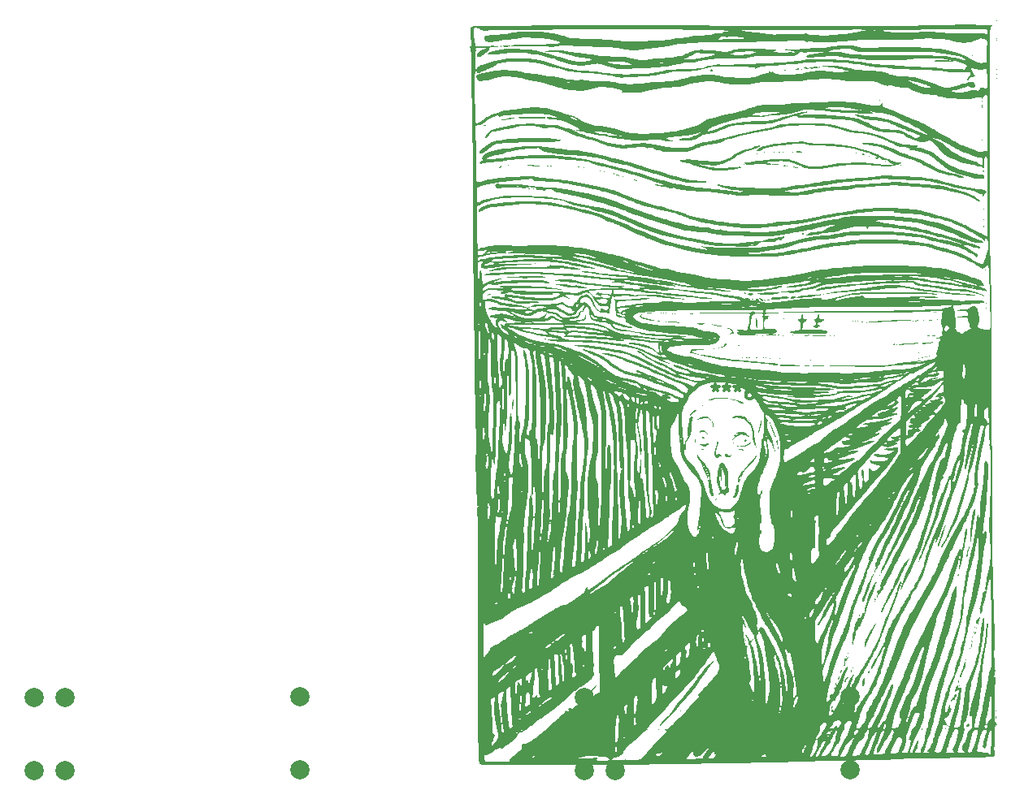
<source format=gbr>
%TF.GenerationSoftware,KiCad,Pcbnew,6.0.0-d3dd2cf0fa~116~ubuntu20.04.1*%
%TF.CreationDate,2022-01-02T14:57:44+00:00*%
%TF.ProjectId,combined,636f6d62-696e-4656-942e-6b696361645f,rev?*%
%TF.SameCoordinates,Original*%
%TF.FileFunction,Legend,Bot*%
%TF.FilePolarity,Positive*%
%FSLAX46Y46*%
G04 Gerber Fmt 4.6, Leading zero omitted, Abs format (unit mm)*
G04 Created by KiCad (PCBNEW 6.0.0-d3dd2cf0fa~116~ubuntu20.04.1) date 2022-01-02 14:57:44*
%MOMM*%
%LPD*%
G01*
G04 APERTURE LIST*
%ADD10C,0.300000*%
%ADD11C,1.998980*%
G04 APERTURE END LIST*
D10*
%TO.C,G\u002A\u002A\u002A*%
X129560971Y-98426600D02*
X129706114Y-98354028D01*
X129923828Y-98354028D01*
X130141542Y-98426600D01*
X130286685Y-98571742D01*
X130359257Y-98716885D01*
X130431828Y-99007171D01*
X130431828Y-99224885D01*
X130359257Y-99515171D01*
X130286685Y-99660314D01*
X130141542Y-99805457D01*
X129923828Y-99878028D01*
X129778685Y-99878028D01*
X129560971Y-99805457D01*
X129488400Y-99732885D01*
X129488400Y-99224885D01*
X129778685Y-99224885D01*
X128617542Y-98354028D02*
X128617542Y-98716885D01*
X128980400Y-98571742D02*
X128617542Y-98716885D01*
X128254685Y-98571742D01*
X128835257Y-99007171D02*
X128617542Y-98716885D01*
X128399828Y-99007171D01*
X127456400Y-98354028D02*
X127456400Y-98716885D01*
X127819257Y-98571742D02*
X127456400Y-98716885D01*
X127093542Y-98571742D01*
X127674114Y-99007171D02*
X127456400Y-98716885D01*
X127238685Y-99007171D01*
X126295257Y-98354028D02*
X126295257Y-98716885D01*
X126658114Y-98571742D02*
X126295257Y-98716885D01*
X125932400Y-98571742D01*
X126512971Y-99007171D02*
X126295257Y-98716885D01*
X126077542Y-99007171D01*
G36*
X125857273Y-92140994D02*
G01*
X125821498Y-92176769D01*
X125785724Y-92140994D01*
X125821498Y-92105220D01*
X125857273Y-92140994D01*
G37*
G36*
X154548540Y-90423811D02*
G01*
X154512766Y-90459586D01*
X154476991Y-90423811D01*
X154512766Y-90388037D01*
X154548540Y-90423811D01*
G37*
G36*
X132661406Y-75380626D02*
G01*
X132824585Y-75403360D01*
X132909595Y-75441865D01*
X132896202Y-75462537D01*
X132781364Y-75486615D01*
X132584605Y-75494831D01*
X132454267Y-75489357D01*
X132289554Y-75464446D01*
X132225160Y-75426788D01*
X132227608Y-75418614D01*
X132310441Y-75387098D01*
X132472533Y-75374820D01*
X132661406Y-75380626D01*
G37*
G36*
X154238284Y-80527162D02*
G01*
X154245744Y-80657333D01*
X154245052Y-80705877D01*
X154233761Y-80804812D01*
X154213023Y-80782544D01*
X154201895Y-80713587D01*
X154213023Y-80532121D01*
X154219712Y-80511821D01*
X154238284Y-80527162D01*
G37*
G36*
X137218738Y-65276125D02*
G01*
X137289802Y-65293592D01*
X137233611Y-65345783D01*
X137194320Y-65369744D01*
X137064005Y-65412360D01*
X137018963Y-65345783D01*
X137054328Y-65301407D01*
X137179949Y-65275330D01*
X137218738Y-65276125D01*
G37*
G36*
X139093893Y-91640149D02*
G01*
X139058118Y-91675924D01*
X139022343Y-91640149D01*
X139058118Y-91604375D01*
X139093893Y-91640149D01*
G37*
G36*
X126000371Y-104268600D02*
G01*
X125995208Y-104306478D01*
X125952672Y-104316300D01*
X125944109Y-104305813D01*
X125952672Y-104220901D01*
X125974193Y-104209707D01*
X126000371Y-104268600D01*
G37*
G36*
X154119245Y-69030572D02*
G01*
X154083470Y-69066347D01*
X154047695Y-69030572D01*
X154083470Y-68994797D01*
X154119245Y-69030572D01*
G37*
G36*
X121863928Y-90983104D02*
G01*
X121897046Y-91008858D01*
X121820700Y-91026332D01*
X121748130Y-91021273D01*
X121726792Y-90988753D01*
X121752105Y-90974574D01*
X121863928Y-90983104D01*
G37*
G36*
X104964878Y-63048528D02*
G01*
X104929662Y-63097353D01*
X104803893Y-63143890D01*
X104781841Y-63147328D01*
X104551234Y-63170103D01*
X104332907Y-63172661D01*
X104170158Y-63156331D01*
X104106287Y-63122445D01*
X104125271Y-63092426D01*
X104231498Y-63066714D01*
X104264236Y-63066073D01*
X104440105Y-63051589D01*
X104660794Y-63023791D01*
X104732222Y-63014942D01*
X104901048Y-63013338D01*
X104964878Y-63048528D01*
G37*
G36*
X135349479Y-75815830D02*
G01*
X135360673Y-75837351D01*
X135301780Y-75863530D01*
X135263902Y-75858366D01*
X135254080Y-75815830D01*
X135264567Y-75807267D01*
X135349479Y-75815830D01*
G37*
G36*
X126400725Y-110339235D02*
G01*
X126378638Y-110371020D01*
X126318121Y-110421840D01*
X126308118Y-110421143D01*
X126292362Y-110379726D01*
X126369173Y-110307683D01*
X126409158Y-110290274D01*
X126400725Y-110339235D01*
G37*
G36*
X147512860Y-95634985D02*
G01*
X147524053Y-95656506D01*
X147465160Y-95682685D01*
X147427282Y-95677521D01*
X147417461Y-95634985D01*
X147427947Y-95626422D01*
X147512860Y-95634985D01*
G37*
G36*
X133582750Y-65561758D02*
G01*
X133650373Y-65576532D01*
X133584597Y-65631980D01*
X133514425Y-65675875D01*
X133452488Y-65694456D01*
X133441498Y-65631980D01*
X133460568Y-65594309D01*
X133566709Y-65561527D01*
X133582750Y-65561758D01*
G37*
G36*
X124211639Y-91997896D02*
G01*
X124175864Y-92033671D01*
X124140090Y-91997896D01*
X124175864Y-91962121D01*
X124211639Y-91997896D01*
G37*
G36*
X142242062Y-117827192D02*
G01*
X142206287Y-117862966D01*
X142170512Y-117827192D01*
X142206287Y-117791417D01*
X142242062Y-117827192D01*
G37*
G36*
X136921876Y-65240109D02*
G01*
X136947414Y-65315107D01*
X136947331Y-65321459D01*
X136905454Y-65401091D01*
X136766833Y-65399494D01*
X136639511Y-65390917D01*
X136551053Y-65421926D01*
X136514971Y-65445236D01*
X136381613Y-65460371D01*
X136224094Y-65442828D01*
X136116040Y-65396850D01*
X136113990Y-65367325D01*
X136192046Y-65332637D01*
X136374060Y-65291754D01*
X136679104Y-65239339D01*
X136821225Y-65222172D01*
X136921876Y-65240109D01*
G37*
G36*
X140381780Y-74110572D02*
G01*
X140346005Y-74146347D01*
X140310231Y-74110572D01*
X140346005Y-74074797D01*
X140381780Y-74110572D01*
G37*
G36*
X128735790Y-94254448D02*
G01*
X128790794Y-94323248D01*
X128789974Y-94339440D01*
X128759242Y-94394797D01*
X128747765Y-94391505D01*
X128683470Y-94323248D01*
X128672290Y-94295532D01*
X128715022Y-94251699D01*
X128735790Y-94254448D01*
G37*
G36*
X129877449Y-95562259D02*
G01*
X129910567Y-95588013D01*
X129834221Y-95605487D01*
X129761652Y-95600428D01*
X129740313Y-95567908D01*
X129765626Y-95553729D01*
X129877449Y-95562259D01*
G37*
G36*
X115740302Y-76367667D02*
G01*
X115804597Y-76435924D01*
X115815777Y-76463640D01*
X115773045Y-76507473D01*
X115752277Y-76504724D01*
X115697273Y-76435924D01*
X115698093Y-76419732D01*
X115728825Y-76364375D01*
X115740302Y-76367667D01*
G37*
G36*
X140497943Y-128115280D02*
G01*
X140513291Y-128162037D01*
X140486870Y-128288190D01*
X140465920Y-128335244D01*
X140429728Y-128377519D01*
X140400157Y-128285676D01*
X140391426Y-128185226D01*
X140427201Y-128099380D01*
X140497943Y-128115280D01*
G37*
G36*
X146892766Y-91783248D02*
G01*
X146856991Y-91819023D01*
X146821217Y-91783248D01*
X146856991Y-91747473D01*
X146892766Y-91783248D01*
G37*
G36*
X144674738Y-94287473D02*
G01*
X144638963Y-94323248D01*
X144603188Y-94287473D01*
X144638963Y-94251699D01*
X144674738Y-94287473D01*
G37*
G36*
X129148540Y-95575361D02*
G01*
X129112766Y-95611135D01*
X129076991Y-95575361D01*
X129112766Y-95539586D01*
X129148540Y-95575361D01*
G37*
G36*
X102961498Y-81050854D02*
G01*
X102925724Y-81086628D01*
X102889949Y-81050854D01*
X102925724Y-81015079D01*
X102961498Y-81050854D01*
G37*
G36*
X147512860Y-95062591D02*
G01*
X147524053Y-95084111D01*
X147465160Y-95110290D01*
X147427282Y-95105127D01*
X147417461Y-95062591D01*
X147427947Y-95054028D01*
X147512860Y-95062591D01*
G37*
G36*
X131581217Y-108740431D02*
G01*
X131545442Y-108776206D01*
X131509667Y-108740431D01*
X131545442Y-108704656D01*
X131581217Y-108740431D01*
G37*
G36*
X124197130Y-104001866D02*
G01*
X124220933Y-104173145D01*
X124227044Y-104252134D01*
X124225858Y-104398014D01*
X124203705Y-104442570D01*
X124147366Y-104363717D01*
X124116368Y-104194925D01*
X124141257Y-104017035D01*
X124169179Y-103963012D01*
X124197130Y-104001866D01*
G37*
G36*
X136279620Y-95849633D02*
G01*
X136290814Y-95871154D01*
X136231921Y-95897333D01*
X136194043Y-95892169D01*
X136184221Y-95849633D01*
X136194708Y-95841070D01*
X136279620Y-95849633D01*
G37*
G36*
X114838681Y-68171980D02*
G01*
X114802907Y-68207755D01*
X114767132Y-68171980D01*
X114802907Y-68136206D01*
X114838681Y-68171980D01*
G37*
G36*
X131973059Y-102274749D02*
G01*
X132044471Y-102426625D01*
X132123585Y-102640274D01*
X132170068Y-102774062D01*
X132291680Y-103095135D01*
X132415253Y-103392740D01*
X132487213Y-103558740D01*
X132556233Y-103727054D01*
X132582907Y-103805570D01*
X132581938Y-103811334D01*
X132517042Y-103839304D01*
X132516511Y-103839298D01*
X132456569Y-103776555D01*
X132404681Y-103627605D01*
X132380893Y-103541220D01*
X132298637Y-103314574D01*
X132192439Y-103072333D01*
X132188431Y-103063998D01*
X132081230Y-102820049D01*
X131993380Y-102583655D01*
X131934191Y-102385785D01*
X131912974Y-102257408D01*
X131939041Y-102229493D01*
X131973059Y-102274749D01*
G37*
G36*
X154119245Y-71749445D02*
G01*
X154083470Y-71785220D01*
X154047695Y-71749445D01*
X154083470Y-71713671D01*
X154119245Y-71749445D01*
G37*
G36*
X126191170Y-94633295D02*
G01*
X126202363Y-94654816D01*
X126143470Y-94680994D01*
X126105592Y-94675831D01*
X126095771Y-94633295D01*
X126106257Y-94624732D01*
X126191170Y-94633295D01*
G37*
G36*
X145294832Y-95778084D02*
G01*
X145306025Y-95799604D01*
X145247132Y-95825783D01*
X145209254Y-95820620D01*
X145199432Y-95778084D01*
X145209919Y-95769521D01*
X145294832Y-95778084D01*
G37*
G36*
X142957555Y-120975361D02*
G01*
X142921780Y-121011135D01*
X142886005Y-120975361D01*
X142921780Y-120939586D01*
X142957555Y-120975361D01*
G37*
G36*
X142098963Y-128631135D02*
G01*
X142063188Y-128666910D01*
X142027414Y-128631135D01*
X142063188Y-128595361D01*
X142098963Y-128631135D01*
G37*
G36*
X106395864Y-75470009D02*
G01*
X106360090Y-75505783D01*
X106324315Y-75470009D01*
X106360090Y-75434234D01*
X106395864Y-75470009D01*
G37*
G36*
X106658212Y-75458084D02*
G01*
X106669405Y-75479604D01*
X106610512Y-75505783D01*
X106572634Y-75500620D01*
X106562813Y-75458084D01*
X106573300Y-75449521D01*
X106658212Y-75458084D01*
G37*
G36*
X121206569Y-90924656D02*
G01*
X121170794Y-90960431D01*
X121135019Y-90924656D01*
X121170794Y-90888882D01*
X121206569Y-90924656D01*
G37*
G36*
X147481395Y-91685427D02*
G01*
X147519619Y-91702224D01*
X147429386Y-91747473D01*
X147331622Y-91780672D01*
X147143188Y-91812898D01*
X147116849Y-91813381D01*
X147047025Y-91800403D01*
X147107414Y-91747473D01*
X147210551Y-91705909D01*
X147393611Y-91682049D01*
X147481395Y-91685427D01*
G37*
G36*
X125081527Y-103183096D02*
G01*
X125270321Y-103293495D01*
X125371070Y-103363834D01*
X125514669Y-103496349D01*
X125571076Y-103599428D01*
X125568044Y-103630558D01*
X125524943Y-103638003D01*
X125422248Y-103526300D01*
X125407606Y-103508140D01*
X125295669Y-103397079D01*
X125222071Y-103368831D01*
X125185706Y-103376465D01*
X125071045Y-103338963D01*
X124956991Y-103321001D01*
X124762433Y-103385404D01*
X124722703Y-103404709D01*
X124603689Y-103435976D01*
X124578638Y-103395643D01*
X124643219Y-103309457D01*
X124793099Y-103203160D01*
X124848589Y-103173967D01*
X124957960Y-103146474D01*
X125081527Y-103183096D01*
G37*
G36*
X112334456Y-75756206D02*
G01*
X112298681Y-75791980D01*
X112262907Y-75756206D01*
X112298681Y-75720431D01*
X112334456Y-75756206D01*
G37*
G36*
X130698775Y-74313295D02*
G01*
X130709969Y-74334816D01*
X130651076Y-74360994D01*
X130613198Y-74355831D01*
X130603376Y-74313295D01*
X130613863Y-74304732D01*
X130698775Y-74313295D01*
G37*
G36*
X129076991Y-75398459D02*
G01*
X129041217Y-75434234D01*
X129005442Y-75398459D01*
X129041217Y-75362685D01*
X129076991Y-75398459D01*
G37*
G36*
X155693329Y-76400149D02*
G01*
X155657555Y-76435924D01*
X155621780Y-76400149D01*
X155657555Y-76364375D01*
X155693329Y-76400149D01*
G37*
G36*
X107540653Y-85773107D02*
G01*
X107504878Y-85808882D01*
X107469104Y-85773107D01*
X107504878Y-85737333D01*
X107540653Y-85773107D01*
G37*
G36*
X153117555Y-124695924D02*
G01*
X153081780Y-124731699D01*
X153046005Y-124695924D01*
X153081780Y-124660149D01*
X153117555Y-124695924D01*
G37*
G36*
X113778857Y-75957752D02*
G01*
X113811975Y-75983506D01*
X113735630Y-76000980D01*
X113663060Y-75995921D01*
X113641721Y-75963401D01*
X113667034Y-75949222D01*
X113778857Y-75957752D01*
G37*
G36*
X146339180Y-91678310D02*
G01*
X146571641Y-91684000D01*
X146703626Y-91695136D01*
X146713893Y-91712146D01*
X146646600Y-91720569D01*
X146454688Y-91733592D01*
X146164883Y-91748582D01*
X145801844Y-91764285D01*
X145390231Y-91779447D01*
X144946564Y-91795436D01*
X144348933Y-91820534D01*
X143836830Y-91846517D01*
X143424640Y-91872545D01*
X143126753Y-91897780D01*
X142957555Y-91921382D01*
X142914355Y-91929894D01*
X142730739Y-91949974D01*
X142531837Y-91954950D01*
X142357172Y-91946316D01*
X142246267Y-91925567D01*
X142238645Y-91894197D01*
X142296468Y-91864842D01*
X142385212Y-91854829D01*
X142393918Y-91856913D01*
X142508721Y-91855701D01*
X142731336Y-91841006D01*
X143034343Y-91814886D01*
X143390318Y-91779399D01*
X143411289Y-91777230D01*
X143682875Y-91754834D01*
X144023915Y-91734444D01*
X144413168Y-91716490D01*
X144829393Y-91701403D01*
X145251348Y-91689611D01*
X145657792Y-91681545D01*
X146027483Y-91677635D01*
X146339180Y-91678310D01*
G37*
G36*
X128742984Y-105080886D02*
G01*
X128851797Y-105107835D01*
X129047068Y-105127192D01*
X129159105Y-105146469D01*
X129220090Y-105207685D01*
X129210358Y-105230294D01*
X129115122Y-105254056D01*
X128960775Y-105236737D01*
X128800056Y-105187453D01*
X128685706Y-105115320D01*
X128658034Y-105064204D01*
X128742984Y-105080886D01*
G37*
G36*
X155621780Y-65524656D02*
G01*
X155586005Y-65560431D01*
X155550231Y-65524656D01*
X155586005Y-65488882D01*
X155621780Y-65524656D01*
G37*
G36*
X152755153Y-115412290D02*
G01*
X152719670Y-115638465D01*
X152642659Y-115974578D01*
X152639970Y-115985207D01*
X152573848Y-116206820D01*
X152512028Y-116349501D01*
X152467568Y-116382803D01*
X152463921Y-116377341D01*
X152460173Y-116271678D01*
X152487500Y-116079181D01*
X152536021Y-115843470D01*
X152595850Y-115608164D01*
X152657106Y-115416883D01*
X152709905Y-115313245D01*
X152748166Y-115305323D01*
X152755153Y-115412290D01*
G37*
G36*
X127359808Y-92387194D02*
G01*
X127357059Y-92407963D01*
X127288259Y-92462966D01*
X127272067Y-92462146D01*
X127216709Y-92431414D01*
X127220002Y-92419937D01*
X127288259Y-92355642D01*
X127315974Y-92344463D01*
X127359808Y-92387194D01*
G37*
G36*
X103980290Y-63058285D02*
G01*
X104034738Y-63127755D01*
X104032659Y-63144857D01*
X103963188Y-63199304D01*
X103946086Y-63197225D01*
X103891639Y-63127755D01*
X103893718Y-63110653D01*
X103963188Y-63056206D01*
X103980290Y-63058285D01*
G37*
G36*
X133525903Y-96294500D02*
G01*
X133821458Y-96305579D01*
X134138122Y-96322698D01*
X134448821Y-96344724D01*
X134726483Y-96370519D01*
X134944033Y-96398950D01*
X135010780Y-96410250D01*
X135112609Y-96432112D01*
X135102789Y-96445090D01*
X134970839Y-96451617D01*
X134706278Y-96454125D01*
X134640213Y-96454554D01*
X134384898Y-96459723D01*
X134200170Y-96469062D01*
X134122283Y-96480909D01*
X134103658Y-96485324D01*
X133973832Y-96489531D01*
X133749901Y-96485974D01*
X133465672Y-96474961D01*
X133312382Y-96466246D01*
X133104424Y-96448154D01*
X132997342Y-96429231D01*
X133012202Y-96412384D01*
X133105817Y-96393615D01*
X133139973Y-96366258D01*
X133047977Y-96319441D01*
X133036622Y-96308862D01*
X133106412Y-96295006D01*
X133278530Y-96290597D01*
X133525903Y-96294500D01*
G37*
G36*
X112763752Y-75827755D02*
G01*
X112727977Y-75863530D01*
X112692202Y-75827755D01*
X112727977Y-75791980D01*
X112763752Y-75827755D01*
G37*
G36*
X154119245Y-68815924D02*
G01*
X154083470Y-68851699D01*
X154047695Y-68815924D01*
X154083470Y-68780149D01*
X154119245Y-68815924D01*
G37*
G36*
X132946240Y-74075386D02*
G01*
X133040607Y-74134422D01*
X133045428Y-74163032D01*
X132973280Y-74194046D01*
X132927009Y-74187803D01*
X132869104Y-74134422D01*
X132870396Y-74122803D01*
X132936431Y-74074797D01*
X132946240Y-74075386D01*
G37*
G36*
X132196218Y-74135292D02*
G01*
X132174131Y-74167076D01*
X132113614Y-74217896D01*
X132103611Y-74217199D01*
X132087854Y-74175782D01*
X132164666Y-74103740D01*
X132204651Y-74086331D01*
X132196218Y-74135292D01*
G37*
G36*
X141025724Y-131779304D02*
G01*
X140989949Y-131815079D01*
X140954174Y-131779304D01*
X140989949Y-131743530D01*
X141025724Y-131779304D01*
G37*
G36*
X137162062Y-74110572D02*
G01*
X137126287Y-74146347D01*
X137090512Y-74110572D01*
X137126287Y-74074797D01*
X137162062Y-74110572D01*
G37*
G36*
X131453969Y-89532174D02*
G01*
X131545442Y-89600994D01*
X131552173Y-89637857D01*
X131478115Y-89672544D01*
X131424807Y-89663787D01*
X131366569Y-89600994D01*
X131368496Y-89584019D01*
X131433895Y-89529445D01*
X131453969Y-89532174D01*
G37*
G36*
X130627226Y-95563436D02*
G01*
X130638420Y-95584957D01*
X130579526Y-95611135D01*
X130541648Y-95605972D01*
X130531827Y-95563436D01*
X130542314Y-95554873D01*
X130627226Y-95563436D01*
G37*
G36*
X149520841Y-91626341D02*
G01*
X149533143Y-91629882D01*
X149543736Y-91651658D01*
X149432766Y-91661976D01*
X149415822Y-91662074D01*
X149303814Y-91652481D01*
X149306193Y-91628992D01*
X149364984Y-91615866D01*
X149520841Y-91626341D01*
G37*
G36*
X155550231Y-132423248D02*
G01*
X155514456Y-132459023D01*
X155478681Y-132423248D01*
X155514456Y-132387473D01*
X155550231Y-132423248D01*
G37*
G36*
X134633986Y-95778084D02*
G01*
X134645180Y-95799604D01*
X134586287Y-95825783D01*
X134548409Y-95820620D01*
X134538587Y-95778084D01*
X134549074Y-95769521D01*
X134633986Y-95778084D01*
G37*
G36*
X116121059Y-76525006D02*
G01*
X116143959Y-76527088D01*
X116311004Y-76567545D01*
X116395331Y-76632685D01*
X116407388Y-76676386D01*
X116392547Y-76714688D01*
X116305110Y-76694656D01*
X116116896Y-76614442D01*
X115876146Y-76506764D01*
X116121059Y-76525006D01*
G37*
G36*
X136356940Y-71158307D02*
G01*
X136964079Y-71179190D01*
X137519051Y-71211389D01*
X137984878Y-71254455D01*
X138209586Y-71284625D01*
X138600562Y-71351022D01*
X138961845Y-71427676D01*
X139236991Y-71503367D01*
X139387112Y-71553317D01*
X139880164Y-71709619D01*
X140291150Y-71823123D01*
X140659876Y-71902780D01*
X141026149Y-71957538D01*
X141429774Y-71996346D01*
X141593810Y-72010671D01*
X142098565Y-72077956D01*
X142600186Y-72184975D01*
X143129933Y-72340533D01*
X143719063Y-72553431D01*
X144398837Y-72832474D01*
X144842629Y-73014527D01*
X145393472Y-73208483D01*
X145888114Y-73336452D01*
X146362709Y-73407230D01*
X146853414Y-73429611D01*
X147080171Y-73432637D01*
X147270309Y-73445941D01*
X147349609Y-73472866D01*
X147336371Y-73516713D01*
X147333938Y-73519170D01*
X147266006Y-73617921D01*
X147254078Y-73691488D01*
X147306548Y-73690864D01*
X147312463Y-73687654D01*
X147450042Y-73678840D01*
X147683150Y-73722343D01*
X147980794Y-73809218D01*
X148311983Y-73930523D01*
X148645724Y-74077313D01*
X148962456Y-74250338D01*
X149395255Y-74536319D01*
X149807578Y-74859135D01*
X150078716Y-75080996D01*
X150420841Y-75323014D01*
X150789842Y-75535465D01*
X151223130Y-75739385D01*
X151758118Y-75955807D01*
X151828581Y-75982386D01*
X152224953Y-76118063D01*
X152649125Y-76244195D01*
X153068650Y-76352885D01*
X153451079Y-76436236D01*
X153763967Y-76486351D01*
X153974865Y-76495333D01*
X154146230Y-76488142D01*
X154247407Y-76524372D01*
X154294400Y-76625457D01*
X154309852Y-76734897D01*
X154294402Y-76884878D01*
X154241683Y-76942857D01*
X154122750Y-76954532D01*
X153901954Y-76923280D01*
X153893230Y-76921712D01*
X153602042Y-76894587D01*
X153413326Y-76931645D01*
X153400057Y-76938448D01*
X153266924Y-76957974D01*
X153118995Y-76866469D01*
X153068912Y-76830744D01*
X152866557Y-76741072D01*
X152627472Y-76684040D01*
X152490896Y-76663063D01*
X152157950Y-76595338D01*
X151828562Y-76509747D01*
X151548766Y-76418986D01*
X151364597Y-76335752D01*
X151323240Y-76311927D01*
X151138486Y-76221346D01*
X150917624Y-76127366D01*
X150749692Y-76052421D01*
X150341847Y-75814742D01*
X149903310Y-75494259D01*
X149468540Y-75115045D01*
X149233535Y-74907850D01*
X148972641Y-74704815D01*
X148753048Y-74559716D01*
X148602574Y-74479840D01*
X148179630Y-74292629D01*
X147730560Y-74136710D01*
X147304038Y-74027687D01*
X146948740Y-73981171D01*
X146758001Y-73970401D01*
X146584374Y-73939642D01*
X146542067Y-73888379D01*
X146624456Y-73813184D01*
X146625129Y-73795139D01*
X146526066Y-73756364D01*
X146321412Y-73711830D01*
X146034174Y-73667225D01*
X145852765Y-73641408D01*
X145594141Y-73593633D01*
X145356114Y-73528690D01*
X145102010Y-73433962D01*
X144795153Y-73296833D01*
X144398865Y-73104686D01*
X144275413Y-73044033D01*
X143713969Y-72779768D01*
X143233702Y-72579352D01*
X142801143Y-72432652D01*
X142382823Y-72329537D01*
X141945271Y-72259874D01*
X141455019Y-72213533D01*
X140964796Y-72166541D01*
X139966148Y-71991275D01*
X139058118Y-71717573D01*
X138901517Y-71668661D01*
X138604591Y-71596526D01*
X138247705Y-71524916D01*
X137877555Y-71463866D01*
X137868237Y-71462524D01*
X137455695Y-71417907D01*
X136956401Y-71386638D01*
X136399037Y-71368391D01*
X135812284Y-71362841D01*
X135224821Y-71369663D01*
X134665331Y-71388532D01*
X134162493Y-71419122D01*
X133744989Y-71461108D01*
X133441498Y-71514166D01*
X133067752Y-71601830D01*
X132585075Y-71707749D01*
X132048339Y-71820215D01*
X131501747Y-71930159D01*
X130989501Y-72028511D01*
X130555805Y-72106204D01*
X130423484Y-72129090D01*
X130157898Y-72178125D01*
X129963804Y-72218294D01*
X129876087Y-72242598D01*
X129869336Y-72246048D01*
X129757125Y-72277554D01*
X129576245Y-72311785D01*
X129501416Y-72325731D01*
X129270169Y-72377951D01*
X128969814Y-72453019D01*
X128646104Y-72539724D01*
X128493821Y-72581470D01*
X128162971Y-72669221D01*
X127870611Y-72743132D01*
X127666305Y-72790514D01*
X127615041Y-72802693D01*
X127343290Y-72899627D01*
X127093911Y-73029731D01*
X126955367Y-73102788D01*
X126675675Y-73201292D01*
X126285349Y-73298278D01*
X125773613Y-73396315D01*
X125129688Y-73497973D01*
X125033407Y-73515043D01*
X124819860Y-73573737D01*
X124682505Y-73640691D01*
X124614157Y-73688718D01*
X124569386Y-73692050D01*
X124542259Y-73689700D01*
X124421483Y-73735377D01*
X124236757Y-73826388D01*
X124112095Y-73888331D01*
X123910443Y-73970899D01*
X123775909Y-74003248D01*
X123705348Y-74012074D01*
X123608574Y-74066539D01*
X123529343Y-74086827D01*
X123329781Y-74105615D01*
X123033119Y-74121470D01*
X122662466Y-74133158D01*
X122240935Y-74139447D01*
X122041555Y-74140842D01*
X121621859Y-74142254D01*
X121305839Y-74138118D01*
X121065193Y-74125333D01*
X120871622Y-74100798D01*
X120696822Y-74061410D01*
X120512494Y-74004068D01*
X120290336Y-73925671D01*
X120041593Y-73837218D01*
X119736344Y-73734250D01*
X119528561Y-73675910D01*
X119396066Y-73657846D01*
X119316680Y-73675707D01*
X119268223Y-73725142D01*
X119233344Y-73766826D01*
X119204284Y-73744673D01*
X119203567Y-73739515D01*
X119122633Y-73694425D01*
X118921939Y-73665833D01*
X118621948Y-73653992D01*
X118243123Y-73659156D01*
X117805926Y-73681577D01*
X117330821Y-73721509D01*
X117275718Y-73727010D01*
X116978230Y-73754638D01*
X116736956Y-73768550D01*
X116519279Y-73765707D01*
X116292582Y-73743071D01*
X116024248Y-73697603D01*
X115681660Y-73626265D01*
X115232202Y-73526019D01*
X115130841Y-73501075D01*
X114799030Y-73402637D01*
X114424388Y-73273810D01*
X114070186Y-73135838D01*
X113886062Y-73060325D01*
X113616339Y-72956359D01*
X113409669Y-72884980D01*
X113300125Y-72858459D01*
X113292293Y-72858168D01*
X113159987Y-72834941D01*
X112939238Y-72781871D01*
X112673409Y-72709280D01*
X112672780Y-72709098D01*
X112375458Y-72625014D01*
X112093523Y-72547896D01*
X111887932Y-72494420D01*
X111802846Y-72469622D01*
X111568619Y-72386597D01*
X111272252Y-72269781D01*
X110957791Y-72136142D01*
X110489140Y-71934395D01*
X110087443Y-71776909D01*
X109763633Y-71672927D01*
X109492498Y-71615707D01*
X109248828Y-71598507D01*
X109007414Y-71614586D01*
X108692709Y-71646204D01*
X108424909Y-71647565D01*
X108164437Y-71609935D01*
X107842382Y-71528203D01*
X107797277Y-71516165D01*
X107413683Y-71448513D01*
X106967009Y-71416399D01*
X106497920Y-71418403D01*
X106047081Y-71453103D01*
X105655158Y-71519077D01*
X105362816Y-71614902D01*
X105218645Y-71664669D01*
X104964598Y-71720097D01*
X104683098Y-71757705D01*
X104469069Y-71781400D01*
X104105463Y-71835813D01*
X103784315Y-71898510D01*
X103587139Y-71940045D01*
X103336026Y-71982097D01*
X103159908Y-71998810D01*
X103002223Y-72035624D01*
X102840288Y-72196628D01*
X102712772Y-72373919D01*
X102551085Y-72548860D01*
X102407255Y-72658599D01*
X102311442Y-72675809D01*
X102295421Y-72664499D01*
X102274743Y-72621019D01*
X102304225Y-72542622D01*
X102396974Y-72403724D01*
X102566099Y-72178741D01*
X102616987Y-72116264D01*
X102800081Y-71945457D01*
X102962767Y-71868470D01*
X103088890Y-71838954D01*
X103208343Y-71779034D01*
X103302578Y-71735817D01*
X103472431Y-71713671D01*
X103614592Y-71696683D01*
X103708851Y-71648455D01*
X103777376Y-71611006D01*
X103927722Y-71602842D01*
X104045908Y-71598165D01*
X104106287Y-71552392D01*
X104152338Y-71514400D01*
X104285160Y-71516534D01*
X104404252Y-71527474D01*
X104464033Y-71504433D01*
X104482814Y-71479131D01*
X104589245Y-71451537D01*
X104618759Y-71448656D01*
X104782501Y-71422941D01*
X105030820Y-71377192D01*
X105322625Y-71318844D01*
X105528406Y-71281211D01*
X106135606Y-71216245D01*
X106860935Y-71197706D01*
X106874710Y-71197783D01*
X107302444Y-71204136D01*
X107672141Y-71217034D01*
X107962538Y-71235162D01*
X108152369Y-71257203D01*
X108220371Y-71281841D01*
X108279740Y-71285857D01*
X108455364Y-71292066D01*
X108719260Y-71299424D01*
X109043188Y-71307066D01*
X109281699Y-71313618D01*
X109598347Y-71331182D01*
X109827542Y-71361438D01*
X110004421Y-71409867D01*
X110164120Y-71481953D01*
X110227032Y-71512743D01*
X110505129Y-71616005D01*
X110772289Y-71676248D01*
X111068665Y-71716806D01*
X111307242Y-71766135D01*
X111436798Y-71821615D01*
X111475864Y-71888847D01*
X111480005Y-71898526D01*
X111572178Y-71961256D01*
X111762498Y-72053433D01*
X112020526Y-72163404D01*
X112315822Y-72279515D01*
X112617944Y-72390110D01*
X112896455Y-72483536D01*
X113120912Y-72548138D01*
X113260877Y-72572262D01*
X113305888Y-72578054D01*
X113478511Y-72620673D01*
X113729778Y-72695673D01*
X114022320Y-72792260D01*
X114195581Y-72851956D01*
X114605443Y-72991619D01*
X114921044Y-73095324D01*
X115172360Y-73171884D01*
X115389369Y-73230115D01*
X115602047Y-73278830D01*
X115840371Y-73326845D01*
X116110582Y-73375175D01*
X116398604Y-73411474D01*
X116681851Y-73424004D01*
X116996764Y-73412594D01*
X117379786Y-73377070D01*
X117867359Y-73317261D01*
X118126832Y-73286429D01*
X118795130Y-73242736D01*
X119390792Y-73264876D01*
X119954456Y-73353558D01*
X120408149Y-73451708D01*
X120852777Y-73544796D01*
X121208749Y-73613187D01*
X121503950Y-73660663D01*
X121766267Y-73691005D01*
X122023586Y-73707996D01*
X122303793Y-73715417D01*
X122634774Y-73717051D01*
X122973854Y-73715863D01*
X123281115Y-73708916D01*
X123501539Y-73692026D01*
X123666003Y-73661042D01*
X123805384Y-73611814D01*
X123950560Y-73540191D01*
X124081270Y-73473338D01*
X124226649Y-73407915D01*
X124283188Y-73396040D01*
X124287853Y-73399711D01*
X124367879Y-73369602D01*
X124515724Y-73286971D01*
X124530120Y-73278456D01*
X124759928Y-73183969D01*
X124988444Y-73144924D01*
X125064623Y-73141389D01*
X125328731Y-73107420D01*
X125683665Y-73042581D01*
X126096643Y-72953215D01*
X126534881Y-72845666D01*
X126581919Y-72833548D01*
X126800839Y-72779925D01*
X126964176Y-72743917D01*
X127062413Y-72721190D01*
X127277535Y-72666543D01*
X127567031Y-72590333D01*
X127896428Y-72501523D01*
X128257713Y-72406730D01*
X128743317Y-72288554D01*
X129310833Y-72159436D01*
X129975053Y-72016116D01*
X130750767Y-71855336D01*
X131652766Y-71673837D01*
X131755682Y-71652942D01*
X132099776Y-71576556D01*
X132384723Y-71503422D01*
X132583303Y-71440968D01*
X132668299Y-71396625D01*
X132702032Y-71368701D01*
X132849915Y-71321196D01*
X133061820Y-71295172D01*
X133116429Y-71292164D01*
X133380168Y-71272336D01*
X133710769Y-71242106D01*
X134049667Y-71206717D01*
X134146309Y-71196905D01*
X134592319Y-71168038D01*
X135134080Y-71152282D01*
X135734614Y-71149188D01*
X136356940Y-71158307D01*
G37*
G36*
X133417648Y-74170196D02*
G01*
X133428842Y-74191717D01*
X133369949Y-74217896D01*
X133332071Y-74212732D01*
X133322249Y-74170196D01*
X133332736Y-74161633D01*
X133417648Y-74170196D01*
G37*
G36*
X155550231Y-132208600D02*
G01*
X155514456Y-132244375D01*
X155478681Y-132208600D01*
X155514456Y-132172825D01*
X155550231Y-132208600D01*
G37*
G36*
X118648681Y-91109081D02*
G01*
X118602847Y-91165355D01*
X118559245Y-91258421D01*
X118601494Y-91328286D01*
X118778567Y-91421915D01*
X119088383Y-91517217D01*
X119525160Y-91612073D01*
X119696430Y-91646292D01*
X119891101Y-91692769D01*
X119981680Y-91726019D01*
X119949709Y-91740461D01*
X119874336Y-91740350D01*
X119572550Y-91712357D01*
X119225934Y-91651831D01*
X118897105Y-91571175D01*
X118648681Y-91482790D01*
X118587920Y-91451732D01*
X118443949Y-91330626D01*
X118439945Y-91210279D01*
X118577132Y-91097289D01*
X118635415Y-91068184D01*
X118693561Y-91050814D01*
X118648681Y-91109081D01*
G37*
G36*
X144460090Y-67241840D02*
G01*
X144424315Y-67277614D01*
X144388540Y-67241840D01*
X144424315Y-67206065D01*
X144460090Y-67241840D01*
G37*
G36*
X154548540Y-89887192D02*
G01*
X154543377Y-89925070D01*
X154500841Y-89934891D01*
X154492278Y-89924404D01*
X154500841Y-89839492D01*
X154522362Y-89828298D01*
X154548540Y-89887192D01*
G37*
G36*
X133696246Y-89210999D02*
G01*
X133863458Y-89254540D01*
X133972977Y-89311829D01*
X133982315Y-89370461D01*
X133979688Y-89372680D01*
X133877906Y-89404000D01*
X133677105Y-89436759D01*
X133417885Y-89464214D01*
X133203185Y-89481216D01*
X132762358Y-89510016D01*
X132443791Y-89519205D01*
X132233524Y-89508371D01*
X132117601Y-89477107D01*
X132082062Y-89425002D01*
X132121218Y-89355386D01*
X132278822Y-89329690D01*
X132419645Y-89327963D01*
X132707631Y-89304287D01*
X133052846Y-89260577D01*
X133406468Y-89202347D01*
X133513830Y-89193609D01*
X133696246Y-89210999D01*
G37*
G36*
X129549077Y-104155969D02*
G01*
X129545915Y-104262366D01*
X129526549Y-104288195D01*
X129438170Y-104340149D01*
X129361911Y-104287230D01*
X129331865Y-104174251D01*
X129372547Y-104083943D01*
X129470180Y-104078853D01*
X129549077Y-104155969D01*
G37*
G36*
X126644315Y-110386065D02*
G01*
X126608540Y-110421840D01*
X126572766Y-110386065D01*
X126608540Y-110350290D01*
X126644315Y-110386065D01*
G37*
G36*
X133441498Y-91497051D02*
G01*
X133405724Y-91532825D01*
X133369949Y-91497051D01*
X133405724Y-91461276D01*
X133441498Y-91497051D01*
G37*
G36*
X142771579Y-118256487D02*
G01*
X142717135Y-118454941D01*
X142634109Y-118685783D01*
X142628861Y-118698386D01*
X142559652Y-118883422D01*
X142469181Y-119147227D01*
X142375600Y-119437051D01*
X142355664Y-119499856D01*
X142271110Y-119744976D01*
X142199112Y-119922485D01*
X142153485Y-119997520D01*
X142137821Y-120007888D01*
X142098522Y-120104844D01*
X142072272Y-120211304D01*
X142001268Y-120373848D01*
X141998743Y-120378741D01*
X141917412Y-120584588D01*
X141855979Y-120817776D01*
X141836427Y-120906722D01*
X141780301Y-121025481D01*
X141696722Y-121033663D01*
X141664837Y-121017294D01*
X141616472Y-120926120D01*
X141632699Y-120741913D01*
X141635161Y-120729059D01*
X141685590Y-120525544D01*
X141740864Y-120376271D01*
X141763018Y-120329225D01*
X141835865Y-120157582D01*
X141937024Y-119907745D01*
X142051692Y-119615924D01*
X142108222Y-119471808D01*
X142230159Y-119171827D01*
X142338257Y-118919246D01*
X142414245Y-118757333D01*
X142421055Y-118744289D01*
X142497010Y-118579046D01*
X142529409Y-118471135D01*
X142529469Y-118469808D01*
X142573826Y-118366557D01*
X142674786Y-118220713D01*
X142818132Y-118041840D01*
X142771579Y-118256487D01*
G37*
G36*
X141844089Y-74380725D02*
G01*
X141932942Y-74453339D01*
X141939894Y-74492594D01*
X141854426Y-74480477D01*
X141781881Y-74456151D01*
X141663815Y-74432544D01*
X141651922Y-74431472D01*
X141598118Y-74367693D01*
X141620128Y-74337616D01*
X141719430Y-74336936D01*
X141844089Y-74380725D01*
G37*
G36*
X132726684Y-104144731D02*
G01*
X132757886Y-104267205D01*
X132776773Y-104465418D01*
X132779848Y-104639624D01*
X132764944Y-104712726D01*
X132728140Y-104662121D01*
X132683221Y-104512139D01*
X132661564Y-104332821D01*
X132669200Y-104186217D01*
X132708118Y-104125559D01*
X132726684Y-104144731D01*
G37*
G36*
X131061122Y-93271975D02*
G01*
X131073424Y-93275515D01*
X131084017Y-93297292D01*
X130973048Y-93307609D01*
X130956103Y-93307708D01*
X130844096Y-93298115D01*
X130846475Y-93274626D01*
X130905266Y-93261500D01*
X131061122Y-93271975D01*
G37*
G36*
X150184033Y-107881840D02*
G01*
X150148259Y-107917614D01*
X150112484Y-107881840D01*
X150148259Y-107846065D01*
X150184033Y-107881840D01*
G37*
G36*
X135072520Y-74079247D02*
G01*
X135237375Y-74102277D01*
X135301780Y-74138356D01*
X135299190Y-74146938D01*
X135215626Y-74180256D01*
X135052857Y-74195285D01*
X134863392Y-74192361D01*
X134699743Y-74171817D01*
X134614422Y-74133986D01*
X134627688Y-74111567D01*
X134742644Y-74085111D01*
X134939811Y-74074797D01*
X135072520Y-74079247D01*
G37*
G36*
X105270023Y-99907050D02*
G01*
X105295869Y-99997586D01*
X105290836Y-100194463D01*
X105256887Y-100470486D01*
X105195988Y-100798459D01*
X105164853Y-100930985D01*
X105143972Y-100947614D01*
X105122393Y-100839356D01*
X105116438Y-100788956D01*
X105114842Y-100586011D01*
X105134868Y-100352700D01*
X105170108Y-100132375D01*
X105214158Y-99968389D01*
X105260608Y-99904093D01*
X105270023Y-99907050D01*
G37*
G36*
X126612473Y-104332247D02*
G01*
X126586046Y-104496842D01*
X126532088Y-104745977D01*
X126456690Y-105049276D01*
X126373738Y-105382908D01*
X126325741Y-105630680D01*
X126317915Y-105782979D01*
X126347454Y-105860640D01*
X126350768Y-105863918D01*
X126412467Y-105891469D01*
X126429667Y-105791670D01*
X126436441Y-105723816D01*
X126499198Y-105660347D01*
X126661326Y-105652149D01*
X126833642Y-105687235D01*
X126916947Y-105788772D01*
X126915551Y-105863918D01*
X126839850Y-105874952D01*
X126766671Y-105872496D01*
X126647017Y-105946752D01*
X126548872Y-106031130D01*
X126401914Y-106035962D01*
X126254851Y-105898314D01*
X126163856Y-105723835D01*
X126161461Y-105539556D01*
X126258150Y-105306065D01*
X126303986Y-105194167D01*
X126369224Y-104946855D01*
X126411222Y-104674749D01*
X126433491Y-104494672D01*
X126469889Y-104356823D01*
X126510535Y-104352777D01*
X126557597Y-104409055D01*
X126571670Y-104346112D01*
X126576562Y-104303206D01*
X126610453Y-104282437D01*
X126612473Y-104332247D01*
G37*
G36*
X141598118Y-108311135D02*
G01*
X141562343Y-108346910D01*
X141526569Y-108311135D01*
X141562343Y-108275361D01*
X141598118Y-108311135D01*
G37*
G36*
X139219692Y-128832129D02*
G01*
X139196106Y-128983771D01*
X139152851Y-129105945D01*
X139112482Y-129138645D01*
X139100970Y-129063864D01*
X139124557Y-128912222D01*
X139167811Y-128790048D01*
X139208181Y-128757348D01*
X139219692Y-128832129D01*
G37*
G36*
X140453329Y-91783248D02*
G01*
X140417555Y-91819023D01*
X140381780Y-91783248D01*
X140417555Y-91747473D01*
X140453329Y-91783248D01*
G37*
G36*
X155621780Y-61088600D02*
G01*
X155586005Y-61124375D01*
X155550231Y-61088600D01*
X155586005Y-61052825D01*
X155621780Y-61088600D01*
G37*
G36*
X155621780Y-133532262D02*
G01*
X155616616Y-133570140D01*
X155574080Y-133579962D01*
X155565517Y-133569475D01*
X155574080Y-133484563D01*
X155595601Y-133473369D01*
X155621780Y-133532262D01*
G37*
G36*
X148551815Y-93272682D02*
G01*
X148584933Y-93298435D01*
X148508587Y-93315909D01*
X148436018Y-93310850D01*
X148414679Y-93278330D01*
X148439992Y-93264152D01*
X148551815Y-93272682D01*
G37*
G36*
X112509613Y-75693131D02*
G01*
X112564530Y-75717909D01*
X112620653Y-75763861D01*
X112600823Y-75790516D01*
X112518813Y-75780562D01*
X112442286Y-75721251D01*
X112435754Y-75688131D01*
X112509613Y-75693131D01*
G37*
G36*
X107913977Y-87057523D02*
G01*
X108268702Y-87088252D01*
X108516217Y-87144355D01*
X108639394Y-87223925D01*
X108586585Y-87242042D01*
X108412074Y-87258259D01*
X108137073Y-87271949D01*
X107783161Y-87282999D01*
X107371915Y-87291295D01*
X106924910Y-87296725D01*
X106463725Y-87299175D01*
X106009937Y-87298535D01*
X105585121Y-87294689D01*
X105210856Y-87287526D01*
X104908718Y-87276933D01*
X104700284Y-87262798D01*
X104607132Y-87245006D01*
X104602132Y-87241436D01*
X104581296Y-87198697D01*
X104673385Y-87174020D01*
X104893329Y-87163134D01*
X104997362Y-87160917D01*
X105275024Y-87152795D01*
X105614054Y-87139913D01*
X106034824Y-87121394D01*
X106557709Y-87096364D01*
X107203080Y-87063948D01*
X107469169Y-87054077D01*
X107913977Y-87057523D01*
G37*
G36*
X153026953Y-125444851D02*
G01*
X153046005Y-125590290D01*
X153045939Y-125600868D01*
X153024877Y-125740920D01*
X152974456Y-125769163D01*
X152936744Y-125725497D01*
X152902907Y-125590290D01*
X152913725Y-125512632D01*
X152974456Y-125411417D01*
X152977861Y-125409519D01*
X153026953Y-125444851D01*
G37*
G36*
X136121977Y-93254247D02*
G01*
X136114641Y-93262765D01*
X136003813Y-93304551D01*
X135822252Y-93321558D01*
X135666213Y-93316593D01*
X135603249Y-93298170D01*
X135679606Y-93268137D01*
X135893665Y-93228599D01*
X135944659Y-93221619D01*
X136089951Y-93218855D01*
X136121977Y-93254247D01*
G37*
G36*
X124486899Y-94681027D02*
G01*
X124804822Y-94690252D01*
X125011606Y-94711923D01*
X125101042Y-94740320D01*
X125066922Y-94769727D01*
X124903034Y-94794424D01*
X124603172Y-94808693D01*
X124457519Y-94812920D01*
X124120098Y-94840335D01*
X123919926Y-94890538D01*
X123853893Y-94964175D01*
X123883678Y-94990821D01*
X124020583Y-95049102D01*
X124235165Y-95120365D01*
X124490298Y-95194094D01*
X124748855Y-95259776D01*
X124973710Y-95306895D01*
X125127738Y-95324938D01*
X125166536Y-95326461D01*
X125359686Y-95350637D01*
X125587936Y-95394900D01*
X125701372Y-95419534D01*
X126084542Y-95491546D01*
X126558356Y-95569343D01*
X127085174Y-95647716D01*
X127627355Y-95721458D01*
X128147258Y-95785359D01*
X128607243Y-95834211D01*
X128969667Y-95862808D01*
X129187185Y-95876122D01*
X129588068Y-95905730D01*
X129964632Y-95939125D01*
X130257555Y-95971309D01*
X130497699Y-96001898D01*
X130896391Y-96049254D01*
X131263516Y-96086610D01*
X131657238Y-96119621D01*
X132135724Y-96153944D01*
X132460719Y-96179150D01*
X132698220Y-96208025D01*
X132825888Y-96242876D01*
X132861143Y-96288696D01*
X132821404Y-96350478D01*
X132821064Y-96350817D01*
X132755204Y-96385712D01*
X132635104Y-96393930D01*
X132432177Y-96374493D01*
X132117836Y-96326423D01*
X132001431Y-96307679D01*
X131662021Y-96258426D01*
X131280828Y-96211324D01*
X130837637Y-96164322D01*
X130312229Y-96115370D01*
X129684386Y-96062415D01*
X128933893Y-96003408D01*
X128318973Y-95953952D01*
X127699101Y-95897134D01*
X127189496Y-95841066D01*
X126772303Y-95783747D01*
X126429667Y-95723182D01*
X126412495Y-95719706D01*
X126107060Y-95655870D01*
X125743964Y-95577058D01*
X125347888Y-95488964D01*
X124943515Y-95397283D01*
X124555526Y-95307710D01*
X124208602Y-95225939D01*
X123927427Y-95157666D01*
X123736680Y-95108585D01*
X123661044Y-95084390D01*
X123663111Y-95014484D01*
X123707021Y-94869791D01*
X123717691Y-94842196D01*
X123758119Y-94764528D01*
X123823472Y-94716937D01*
X123943294Y-94692060D01*
X124147126Y-94682534D01*
X124464513Y-94680994D01*
X124486899Y-94681027D01*
G37*
G36*
X124297701Y-101042508D02*
G01*
X124256208Y-101157587D01*
X124187774Y-101255674D01*
X124103770Y-101289195D01*
X124079445Y-101288474D01*
X123965152Y-101348408D01*
X123819882Y-101476336D01*
X123736648Y-101562265D01*
X123627180Y-101664928D01*
X123578665Y-101682504D01*
X123567695Y-101629177D01*
X123608840Y-101538032D01*
X123729964Y-101389780D01*
X123892282Y-101230155D01*
X124056285Y-101097621D01*
X124182466Y-101030642D01*
X124247917Y-101018491D01*
X124297701Y-101042508D01*
G37*
G36*
X139451639Y-74039023D02*
G01*
X139415864Y-74074797D01*
X139380090Y-74039023D01*
X139415864Y-74003248D01*
X139451639Y-74039023D01*
G37*
G36*
X139819358Y-127697417D02*
G01*
X139803421Y-127721492D01*
X139730729Y-127686732D01*
X139693192Y-127612201D01*
X139697953Y-127557896D01*
X139737836Y-127557896D01*
X139773611Y-127593671D01*
X139809386Y-127557896D01*
X139773611Y-127522121D01*
X139737836Y-127557896D01*
X139697953Y-127557896D01*
X139708299Y-127439887D01*
X139737689Y-127310807D01*
X139746061Y-127110713D01*
X139752978Y-127007373D01*
X139834929Y-126949727D01*
X139917978Y-126928823D01*
X140054697Y-126837292D01*
X140126828Y-126782142D01*
X140167132Y-126797295D01*
X140164473Y-126818471D01*
X140095583Y-126913952D01*
X140056888Y-126960078D01*
X140024033Y-127097048D01*
X140011603Y-127176166D01*
X139954730Y-127235924D01*
X139923384Y-127213647D01*
X139930355Y-127110713D01*
X139945427Y-127046900D01*
X139916277Y-127039071D01*
X139907438Y-127049879D01*
X139866972Y-127172014D01*
X139843299Y-127361043D01*
X139841263Y-127398979D01*
X139831175Y-127557896D01*
X139829396Y-127585920D01*
X139819358Y-127697417D01*
G37*
G36*
X149301592Y-90841182D02*
G01*
X149312786Y-90862703D01*
X149253893Y-90888882D01*
X149216015Y-90883718D01*
X149206193Y-90841182D01*
X149216680Y-90832619D01*
X149301592Y-90841182D01*
G37*
G36*
X140644127Y-91771323D02*
G01*
X140655321Y-91792844D01*
X140596428Y-91819023D01*
X140558550Y-91813859D01*
X140548728Y-91771323D01*
X140559215Y-91762760D01*
X140644127Y-91771323D01*
G37*
G36*
X118559245Y-105878459D02*
G01*
X118523470Y-105914234D01*
X118487695Y-105878459D01*
X118523470Y-105842685D01*
X118559245Y-105878459D01*
G37*
G36*
X141845716Y-128976118D02*
G01*
X141882741Y-129001038D01*
X141894527Y-129062626D01*
X141883229Y-129195947D01*
X141851001Y-129436065D01*
X141818860Y-129600825D01*
X141747159Y-129771470D01*
X141659556Y-129825182D01*
X141567800Y-129748979D01*
X141558074Y-129696087D01*
X141578315Y-129544196D01*
X141629749Y-129349762D01*
X141697481Y-129158485D01*
X141766618Y-129016064D01*
X141822265Y-128968199D01*
X141845716Y-128976118D01*
G37*
G36*
X151649459Y-129282693D02*
G01*
X151667012Y-129380857D01*
X151650027Y-129465184D01*
X151599793Y-129525502D01*
X151598985Y-129525495D01*
X151549232Y-129471801D01*
X151554244Y-129363949D01*
X151610689Y-129277755D01*
X151649459Y-129282693D01*
G37*
G36*
X125622145Y-104583857D02*
G01*
X125534627Y-104672612D01*
X125354967Y-104777929D01*
X125231484Y-104830932D01*
X125072154Y-104854769D01*
X124897457Y-104802906D01*
X124745435Y-104728325D01*
X124672375Y-104653966D01*
X124739191Y-104608382D01*
X124945061Y-104595155D01*
X124995089Y-104595200D01*
X125245343Y-104579607D01*
X125450616Y-104545125D01*
X125487927Y-104535923D01*
X125609314Y-104531636D01*
X125622145Y-104583857D01*
G37*
G36*
X140698079Y-127885486D02*
G01*
X140703752Y-127951417D01*
X140689066Y-127972829D01*
X140627980Y-128022966D01*
X140620839Y-128021106D01*
X140596428Y-127951417D01*
X140599340Y-127931806D01*
X140672200Y-127879868D01*
X140698079Y-127885486D01*
G37*
G36*
X148013705Y-91699774D02*
G01*
X148024898Y-91721295D01*
X147966005Y-91747473D01*
X147928127Y-91742310D01*
X147918306Y-91699774D01*
X147928793Y-91691211D01*
X148013705Y-91699774D01*
G37*
G36*
X155538933Y-133102966D02*
G01*
X155528960Y-133201391D01*
X155502845Y-133192403D01*
X155493395Y-133160016D01*
X155502845Y-133013530D01*
X155527689Y-133001393D01*
X155538933Y-133102966D01*
G37*
G36*
X132797555Y-65810854D02*
G01*
X132761780Y-65846628D01*
X132726005Y-65810854D01*
X132761780Y-65775079D01*
X132797555Y-65810854D01*
G37*
G36*
X155621780Y-62483811D02*
G01*
X155616616Y-62521689D01*
X155574080Y-62531511D01*
X155565517Y-62521024D01*
X155574080Y-62436112D01*
X155595601Y-62424918D01*
X155621780Y-62483811D01*
G37*
G36*
X110160229Y-87925075D02*
G01*
X110570063Y-87967401D01*
X111115214Y-88035707D01*
X111371441Y-88066718D01*
X111585901Y-88081234D01*
X111703887Y-88068275D01*
X111749931Y-88027526D01*
X111772074Y-87986291D01*
X111826166Y-88014864D01*
X111837976Y-88026362D01*
X111958328Y-88080208D01*
X112172468Y-88144669D01*
X112443561Y-88208208D01*
X112525146Y-88225319D01*
X112780872Y-88283067D01*
X112967739Y-88331568D01*
X113049949Y-88361757D01*
X113034635Y-88369692D01*
X112911854Y-88374054D01*
X112692710Y-88367978D01*
X112406005Y-88351903D01*
X112277367Y-88342984D01*
X111685791Y-88295093D01*
X111141499Y-88240075D01*
X110660429Y-88180330D01*
X110258519Y-88118261D01*
X109951707Y-88056271D01*
X109755932Y-87996761D01*
X109687132Y-87942133D01*
X109725156Y-87916963D01*
X109880372Y-87908379D01*
X110160229Y-87925075D01*
G37*
G36*
X137591357Y-73752825D02*
G01*
X137555583Y-73788600D01*
X137519808Y-73752825D01*
X137555583Y-73717051D01*
X137591357Y-73752825D01*
G37*
G36*
X106849856Y-75479271D02*
G01*
X106995604Y-75504690D01*
X107232140Y-75530324D01*
X107521886Y-75551780D01*
X107632761Y-75559194D01*
X107915742Y-75586318D01*
X108136492Y-75619077D01*
X108254629Y-75651950D01*
X108263853Y-75658453D01*
X108233216Y-75684218D01*
X108075561Y-75693168D01*
X107803737Y-75684381D01*
X107391456Y-75655012D01*
X107037785Y-75611154D01*
X106824826Y-75557287D01*
X106753611Y-75493598D01*
X106759209Y-75470946D01*
X106825798Y-75470403D01*
X106849856Y-75479271D01*
G37*
G36*
X149444691Y-93917802D02*
G01*
X149455884Y-93939323D01*
X149396991Y-93965502D01*
X149359113Y-93960338D01*
X149349292Y-93917802D01*
X149359778Y-93909239D01*
X149444691Y-93917802D01*
G37*
G36*
X114743282Y-76173577D02*
G01*
X114754476Y-76195097D01*
X114695583Y-76221276D01*
X114657705Y-76216113D01*
X114647883Y-76173577D01*
X114658370Y-76165014D01*
X114743282Y-76173577D01*
G37*
G36*
X130573878Y-105712816D02*
G01*
X130574660Y-105742891D01*
X130551451Y-105911071D01*
X130470866Y-106087359D01*
X130318736Y-106291334D01*
X130080891Y-106542574D01*
X129743161Y-106860658D01*
X129647093Y-106955744D01*
X129442941Y-107198548D01*
X129288847Y-107433053D01*
X129244212Y-107517196D01*
X129124088Y-107743031D01*
X129030806Y-107917614D01*
X129026674Y-107925213D01*
X128961493Y-108014498D01*
X128934333Y-107992741D01*
X128915290Y-107927459D01*
X128865739Y-107960690D01*
X128805879Y-108074094D01*
X128756000Y-108239586D01*
X128711080Y-108454234D01*
X128827428Y-108275361D01*
X128860868Y-108225353D01*
X128909170Y-108171007D01*
X128894942Y-108239586D01*
X128864616Y-108331265D01*
X128810317Y-108507091D01*
X128779104Y-108569354D01*
X128708242Y-108590533D01*
X128673701Y-108604810D01*
X128680918Y-108716549D01*
X128736143Y-109031308D01*
X128745302Y-109445296D01*
X128674109Y-109789170D01*
X128527335Y-110043985D01*
X128309749Y-110190796D01*
X128280788Y-110200537D01*
X128122057Y-110236687D01*
X128082260Y-110198507D01*
X128156332Y-110082419D01*
X128282264Y-109859792D01*
X128391852Y-109525877D01*
X128472253Y-109116795D01*
X128489313Y-109016418D01*
X128539192Y-108857142D01*
X128596320Y-108824448D01*
X128636630Y-108830856D01*
X128622159Y-108741311D01*
X128610110Y-108680299D01*
X128624267Y-108495408D01*
X128680268Y-108256719D01*
X128765613Y-107996399D01*
X128867799Y-107746614D01*
X128974326Y-107539531D01*
X129072691Y-107407318D01*
X129150394Y-107382140D01*
X129191245Y-107380287D01*
X129250346Y-107291059D01*
X129297041Y-107214360D01*
X129428678Y-107050701D01*
X129621142Y-106834620D01*
X129851792Y-106592415D01*
X130036810Y-106396839D01*
X130249512Y-106152157D01*
X130409051Y-105945276D01*
X130490455Y-105806910D01*
X130501244Y-105778434D01*
X130550793Y-105686876D01*
X130573878Y-105712816D01*
G37*
G36*
X151758118Y-117787194D02*
G01*
X151755368Y-117807963D01*
X151686569Y-117862966D01*
X151670376Y-117862146D01*
X151615019Y-117831414D01*
X151618312Y-117819937D01*
X151686569Y-117755642D01*
X151714284Y-117744463D01*
X151758118Y-117787194D01*
G37*
G36*
X132058212Y-95634985D02*
G01*
X132069405Y-95656506D01*
X132010512Y-95682685D01*
X131972634Y-95677521D01*
X131962813Y-95634985D01*
X131973300Y-95626422D01*
X132058212Y-95634985D01*
G37*
G36*
X135474980Y-82594781D02*
G01*
X135480653Y-82660713D01*
X135465968Y-82682125D01*
X135404881Y-82732262D01*
X135397741Y-82730402D01*
X135373329Y-82660713D01*
X135376241Y-82641102D01*
X135449101Y-82589163D01*
X135474980Y-82594781D01*
G37*
G36*
X119811357Y-90911363D02*
G01*
X119453611Y-90960431D01*
X119339036Y-90975157D01*
X119094964Y-91000852D01*
X118916991Y-91012274D01*
X118821857Y-91011397D01*
X118820578Y-90997265D01*
X118952766Y-90960431D01*
X119000915Y-90949813D01*
X119234669Y-90919426D01*
X119489386Y-90908588D01*
X119811357Y-90911363D01*
G37*
G36*
X129465322Y-103481558D02*
G01*
X129457668Y-103465369D01*
X129443966Y-103411971D01*
X129513678Y-103467248D01*
X129566105Y-103528199D01*
X129616863Y-103646121D01*
X129624674Y-103677547D01*
X129706300Y-103714093D01*
X129747580Y-103718724D01*
X129792484Y-103803530D01*
X129776102Y-103894286D01*
X129711114Y-103885828D01*
X129577836Y-103767755D01*
X129526058Y-103723269D01*
X129347741Y-103647168D01*
X129077197Y-103624656D01*
X128986070Y-103625995D01*
X128784064Y-103652359D01*
X128615353Y-103732624D01*
X128415366Y-103892966D01*
X128288244Y-104008228D01*
X128149755Y-104143342D01*
X128085735Y-104219410D01*
X128078923Y-104231209D01*
X128014317Y-104231466D01*
X128010112Y-104224560D01*
X128046934Y-104148221D01*
X128167242Y-104040424D01*
X128236820Y-103986265D01*
X128314960Y-103886550D01*
X128286163Y-103798967D01*
X128241391Y-103678198D01*
X128253797Y-103660431D01*
X128361498Y-103660431D01*
X128385374Y-103752672D01*
X128459619Y-103742651D01*
X128566020Y-103614283D01*
X128607261Y-103545252D01*
X128620388Y-103487815D01*
X128541604Y-103506959D01*
X128475233Y-103530770D01*
X128391421Y-103553107D01*
X128377785Y-103564975D01*
X128361498Y-103660431D01*
X128253797Y-103660431D01*
X128325055Y-103558383D01*
X128546808Y-103438483D01*
X128726609Y-103379091D01*
X129010010Y-103340834D01*
X129253960Y-103369455D01*
X129414268Y-103463671D01*
X129437641Y-103487815D01*
X129474171Y-103525550D01*
X129465322Y-103481558D01*
G37*
G36*
X155621780Y-60444656D02*
G01*
X155586005Y-60480431D01*
X155550231Y-60444656D01*
X155586005Y-60408882D01*
X155621780Y-60444656D01*
G37*
G36*
X141455019Y-122120149D02*
G01*
X141419245Y-122155924D01*
X141383470Y-122120149D01*
X141419245Y-122084375D01*
X141455019Y-122120149D01*
G37*
G36*
X140882625Y-91783248D02*
G01*
X140846850Y-91819023D01*
X140811076Y-91783248D01*
X140846850Y-91747473D01*
X140882625Y-91783248D01*
G37*
G36*
X135264754Y-73040066D02*
G01*
X135438540Y-73072518D01*
X135664608Y-73132905D01*
X135748689Y-73155780D01*
X135989142Y-73200137D01*
X136300878Y-73230360D01*
X136707749Y-73248318D01*
X137233611Y-73255880D01*
X137482810Y-73258317D01*
X138345063Y-73289482D01*
X139143801Y-73360600D01*
X139926521Y-73478419D01*
X140740720Y-73649689D01*
X141633893Y-73881159D01*
X141926531Y-73966539D01*
X142302532Y-74085887D01*
X142662892Y-74209451D01*
X142977143Y-74326284D01*
X143214814Y-74425443D01*
X143345436Y-74495980D01*
X143421304Y-74538080D01*
X143601238Y-74617405D01*
X143832444Y-74707626D01*
X144019354Y-74778209D01*
X144234933Y-74864106D01*
X144369064Y-74923150D01*
X144392142Y-74934641D01*
X144670339Y-75047179D01*
X144983370Y-75139117D01*
X145276602Y-75196720D01*
X145495401Y-75206258D01*
X145607581Y-75196488D01*
X145688429Y-75211062D01*
X145664165Y-75270137D01*
X145618217Y-75312346D01*
X145488794Y-75362685D01*
X145447446Y-75369717D01*
X145390231Y-75438457D01*
X145386956Y-75461378D01*
X145331763Y-75478093D01*
X145301866Y-75472204D01*
X145162124Y-75491631D01*
X144965095Y-75548141D01*
X144815480Y-75590198D01*
X144386187Y-75646012D01*
X143860618Y-75643434D01*
X143262986Y-75581983D01*
X143093601Y-75562746D01*
X142757411Y-75539360D01*
X142341000Y-75521695D01*
X141872264Y-75509860D01*
X141379098Y-75503965D01*
X140889399Y-75504119D01*
X140431062Y-75510429D01*
X140031984Y-75523005D01*
X139720061Y-75541956D01*
X139523188Y-75567390D01*
X139301365Y-75607017D01*
X138990954Y-75648675D01*
X138674205Y-75680348D01*
X138644298Y-75682787D01*
X138381348Y-75709771D01*
X138177147Y-75740086D01*
X138073731Y-75767622D01*
X138009849Y-75790707D01*
X137832548Y-75830548D01*
X137599053Y-75868980D01*
X137490516Y-75881369D01*
X137186416Y-75898651D01*
X136832781Y-75901591D01*
X136461706Y-75891832D01*
X136105285Y-75871018D01*
X135795611Y-75840791D01*
X135564777Y-75802796D01*
X135444878Y-75758676D01*
X135347381Y-75693163D01*
X135125726Y-75578650D01*
X134838248Y-75450127D01*
X134525550Y-75324545D01*
X134228237Y-75218855D01*
X133986912Y-75150007D01*
X133793721Y-75124461D01*
X133504621Y-75109953D01*
X133157943Y-75106567D01*
X132787121Y-75113265D01*
X132425586Y-75129007D01*
X132106770Y-75152755D01*
X131864105Y-75183469D01*
X131731023Y-75220111D01*
X131703358Y-75236788D01*
X131664738Y-75280109D01*
X131760090Y-75297213D01*
X131847268Y-75303884D01*
X132004353Y-75317276D01*
X132048404Y-75329821D01*
X132138756Y-75426034D01*
X132141701Y-75474795D01*
X132072790Y-75496960D01*
X131894493Y-75472590D01*
X131773924Y-75456754D01*
X131506380Y-75439882D01*
X131174036Y-75431556D01*
X130818432Y-75431604D01*
X130481104Y-75439856D01*
X130203591Y-75456140D01*
X130027432Y-75480286D01*
X129922811Y-75494882D01*
X129737476Y-75490083D01*
X129557664Y-75461061D01*
X129429231Y-75416276D01*
X129398036Y-75364185D01*
X129384814Y-75316453D01*
X129274813Y-75270220D01*
X129238267Y-75259092D01*
X129272752Y-75240784D01*
X129421537Y-75229330D01*
X129542923Y-75220787D01*
X129803470Y-75193702D01*
X130151807Y-75151961D01*
X130557531Y-75099249D01*
X130990239Y-75039250D01*
X131511460Y-74970945D01*
X132302469Y-74894403D01*
X133004616Y-74861847D01*
X133602312Y-74873824D01*
X134079968Y-74930881D01*
X134151771Y-74946980D01*
X134428466Y-75030125D01*
X134757278Y-75150659D01*
X135081658Y-75288397D01*
X135108565Y-75300713D01*
X135598336Y-75496907D01*
X136070635Y-75623823D01*
X136554833Y-75683096D01*
X137080305Y-75676358D01*
X137676424Y-75605243D01*
X138372564Y-75471384D01*
X138557693Y-75434337D01*
X139211002Y-75341875D01*
X139959704Y-75283442D01*
X140770723Y-75259524D01*
X141610982Y-75270608D01*
X142447407Y-75317178D01*
X143246921Y-75399723D01*
X143293291Y-75405725D01*
X143846833Y-75465544D01*
X144274599Y-75487392D01*
X144570583Y-75470945D01*
X144701256Y-75448075D01*
X144832459Y-75416172D01*
X144853611Y-75395323D01*
X144755431Y-75370774D01*
X144585301Y-75331805D01*
X144450116Y-75275232D01*
X144388540Y-75191129D01*
X144327395Y-75095679D01*
X144178603Y-75009699D01*
X143997471Y-74957094D01*
X143839308Y-74961035D01*
X143828444Y-74964149D01*
X143681995Y-74964309D01*
X143567992Y-74906760D01*
X143541725Y-74818065D01*
X143516677Y-74771098D01*
X143396796Y-74730611D01*
X143290535Y-74730939D01*
X143275808Y-74784273D01*
X143267876Y-74837656D01*
X143144873Y-74861840D01*
X143020162Y-74845181D01*
X142921780Y-74790290D01*
X142912817Y-74757508D01*
X142976384Y-74710325D01*
X143125248Y-74712504D01*
X143148294Y-74708283D01*
X143155584Y-74633112D01*
X143136087Y-74605509D01*
X143011723Y-74526955D01*
X142819099Y-74454285D01*
X142740185Y-74430146D01*
X142546921Y-74359807D01*
X142431016Y-74301057D01*
X142411579Y-74288554D01*
X142266977Y-74233386D01*
X142064900Y-74185174D01*
X142053236Y-74183011D01*
X141834892Y-74132760D01*
X141544678Y-74054432D01*
X141242083Y-73964015D01*
X141021912Y-73898129D01*
X140245286Y-73715716D01*
X139376650Y-73584372D01*
X138401457Y-73502261D01*
X137305160Y-73467551D01*
X137035324Y-73463745D01*
X136653630Y-73454389D01*
X136332398Y-73441775D01*
X136099172Y-73427072D01*
X135981498Y-73411445D01*
X135820071Y-73361842D01*
X135614358Y-73299109D01*
X135529239Y-73278495D01*
X135309510Y-73256589D01*
X135008777Y-73261466D01*
X134607325Y-73293842D01*
X134085442Y-73354428D01*
X133786190Y-73390240D01*
X133393451Y-73432734D01*
X133047977Y-73465796D01*
X132567413Y-73516109D01*
X132072869Y-73597353D01*
X131638093Y-73709556D01*
X131217566Y-73862584D01*
X131073929Y-73922028D01*
X130858798Y-74010152D01*
X130734886Y-74053815D01*
X130673740Y-74058155D01*
X130646911Y-74028308D01*
X130625945Y-73969412D01*
X130650623Y-73867509D01*
X130815051Y-73760935D01*
X130872099Y-73736389D01*
X131076250Y-73656670D01*
X131310700Y-73572370D01*
X131521016Y-73502617D01*
X131652766Y-73466540D01*
X131690289Y-73458389D01*
X131836246Y-73424377D01*
X132046287Y-73374272D01*
X132141262Y-73353878D01*
X132458114Y-73302192D01*
X132882456Y-73248331D01*
X133389296Y-73195022D01*
X133953645Y-73144993D01*
X134550512Y-73100971D01*
X134619975Y-73096230D01*
X134889219Y-73075216D01*
X135095765Y-73055021D01*
X135199538Y-73039443D01*
X135264754Y-73040066D01*
G37*
G36*
X142108227Y-73172014D02*
G01*
X142548274Y-73203594D01*
X142549810Y-73203736D01*
X143034957Y-73259150D01*
X143453431Y-73335745D01*
X143852558Y-73446665D01*
X144279660Y-73605057D01*
X144782062Y-73824064D01*
X144983289Y-73915829D01*
X145298996Y-74059577D01*
X145569104Y-74182329D01*
X145620285Y-74204771D01*
X145886360Y-74309251D01*
X146215441Y-74425590D01*
X146548086Y-74532525D01*
X146872416Y-74636739D01*
X147758740Y-74988566D01*
X148550354Y-75405721D01*
X148613168Y-75443013D01*
X149020045Y-75656787D01*
X149496288Y-75871469D01*
X149994150Y-76067979D01*
X150465886Y-76227238D01*
X150863752Y-76330168D01*
X150870165Y-76331442D01*
X151249245Y-76417212D01*
X151596002Y-76514420D01*
X151883336Y-76613719D01*
X152084146Y-76705761D01*
X152171331Y-76781198D01*
X152173157Y-76808401D01*
X152100207Y-76855818D01*
X151939674Y-76860519D01*
X151727229Y-76824229D01*
X151498546Y-76748674D01*
X151310765Y-76687468D01*
X151022877Y-76621581D01*
X150720653Y-76574059D01*
X150611980Y-76558839D01*
X150163043Y-76457778D01*
X149649983Y-76295657D01*
X149114681Y-76088296D01*
X148599019Y-75851516D01*
X148144878Y-75601134D01*
X148042558Y-75539808D01*
X147675010Y-75339577D01*
X147282225Y-75150247D01*
X146900997Y-74987818D01*
X146568115Y-74868292D01*
X146320371Y-74807668D01*
X146072498Y-74749091D01*
X145717321Y-74623653D01*
X145294192Y-74443704D01*
X144830663Y-74220111D01*
X144715222Y-74161897D01*
X144472965Y-74044006D01*
X144292743Y-73962275D01*
X144206983Y-73931699D01*
X144116558Y-73907097D01*
X143933274Y-73842085D01*
X143697202Y-73750813D01*
X143463433Y-73666373D01*
X143172056Y-73581006D01*
X142940321Y-73534044D01*
X142492270Y-73473856D01*
X142102991Y-73405700D01*
X141816430Y-73338511D01*
X141637839Y-73276716D01*
X141572471Y-73224741D01*
X141625578Y-73187015D01*
X141802413Y-73167963D01*
X142108227Y-73172014D01*
G37*
G36*
X108185801Y-72687749D02*
G01*
X108880136Y-72718120D01*
X109506211Y-72765491D01*
X110026991Y-72828779D01*
X110192343Y-72871776D01*
X110252725Y-72930499D01*
X110182079Y-72980449D01*
X109985254Y-73001558D01*
X109939571Y-73002283D01*
X109758087Y-73020392D01*
X109657044Y-73055220D01*
X109647867Y-73059578D01*
X109529485Y-73075732D01*
X109295867Y-73090273D01*
X108969123Y-73102333D01*
X108571363Y-73111040D01*
X108124696Y-73115525D01*
X107749904Y-73117806D01*
X106904657Y-73127585D01*
X106123568Y-73143129D01*
X105417913Y-73163927D01*
X104798966Y-73189468D01*
X104278002Y-73219242D01*
X103866296Y-73252736D01*
X103575122Y-73289442D01*
X103415755Y-73328848D01*
X103397122Y-73337198D01*
X103230984Y-73404675D01*
X103129558Y-73434165D01*
X103098267Y-73449842D01*
X102975832Y-73542689D01*
X102790357Y-73700161D01*
X102567977Y-73900553D01*
X102384261Y-74065757D01*
X102167941Y-74237978D01*
X102009870Y-74326125D01*
X101888259Y-74344425D01*
X101863023Y-74341271D01*
X101745513Y-74289416D01*
X101727410Y-74158698D01*
X101734590Y-74115693D01*
X101788993Y-73993601D01*
X101908912Y-73860140D01*
X102114241Y-73696002D01*
X102424878Y-73481880D01*
X102499575Y-73432795D01*
X102746652Y-73280686D01*
X102985994Y-73155972D01*
X103236446Y-73054624D01*
X103516850Y-72972615D01*
X103846052Y-72905914D01*
X104242894Y-72850495D01*
X104726222Y-72802327D01*
X105314878Y-72757382D01*
X106027708Y-72711632D01*
X106063571Y-72709493D01*
X106740485Y-72682351D01*
X107460240Y-72675465D01*
X108185801Y-72687749D01*
G37*
G36*
X131342719Y-95563436D02*
G01*
X131353913Y-95584957D01*
X131295019Y-95611135D01*
X131257141Y-95605972D01*
X131247320Y-95563436D01*
X131257807Y-95554873D01*
X131342719Y-95563436D01*
G37*
G36*
X149611639Y-88992825D02*
G01*
X149575864Y-89028600D01*
X149540090Y-88992825D01*
X149575864Y-88957051D01*
X149611639Y-88992825D01*
G37*
G36*
X154262343Y-81158178D02*
G01*
X154257180Y-81196056D01*
X154214644Y-81205877D01*
X154206081Y-81195390D01*
X154214644Y-81110478D01*
X154236165Y-81099284D01*
X154262343Y-81158178D01*
G37*
G36*
X102818400Y-78761276D02*
G01*
X102782625Y-78797051D01*
X102746850Y-78761276D01*
X102782625Y-78725502D01*
X102818400Y-78761276D01*
G37*
G36*
X126143470Y-127219599D02*
G01*
X126142898Y-127224084D01*
X126090413Y-127316901D01*
X125969411Y-127480901D01*
X125803611Y-127683693D01*
X125788505Y-127701590D01*
X125612014Y-127926850D01*
X125389539Y-128231673D01*
X125148025Y-128578319D01*
X124914418Y-128929051D01*
X124877077Y-128986326D01*
X124568284Y-129441341D01*
X124238838Y-129898510D01*
X123908019Y-130333119D01*
X123595108Y-130720457D01*
X123319385Y-131035812D01*
X123100130Y-131254473D01*
X122953618Y-131400238D01*
X122755224Y-131625496D01*
X122562289Y-131868035D01*
X122480099Y-131971920D01*
X122274502Y-132211918D01*
X122007572Y-132508029D01*
X121704740Y-132832263D01*
X121391441Y-133156628D01*
X121058939Y-133489720D01*
X120762870Y-133774490D01*
X120560947Y-133954616D01*
X120453585Y-134032128D01*
X120441198Y-134009056D01*
X120524199Y-133887433D01*
X120703002Y-133669288D01*
X120978020Y-133356652D01*
X121349667Y-132951558D01*
X121495584Y-132789976D01*
X121753432Y-132483243D01*
X121983890Y-132184787D01*
X122150114Y-131941117D01*
X122321877Y-131686694D01*
X122562041Y-131376872D01*
X122801084Y-131106191D01*
X122942399Y-130956456D01*
X123257587Y-130595332D01*
X123593108Y-130172275D01*
X123965303Y-129666206D01*
X124390512Y-129056047D01*
X124436866Y-128988537D01*
X124879645Y-128382634D01*
X125281918Y-127907346D01*
X125647694Y-127557896D01*
X125771703Y-127455845D01*
X125964201Y-127301108D01*
X126077062Y-127219208D01*
X126130185Y-127196564D01*
X126143470Y-127219599D01*
G37*
G36*
X155621780Y-62304938D02*
G01*
X155586005Y-62340713D01*
X155550231Y-62304938D01*
X155586005Y-62269163D01*
X155621780Y-62304938D01*
G37*
G36*
X126501217Y-103588882D02*
G01*
X126465442Y-103624656D01*
X126429667Y-103588882D01*
X126465442Y-103553107D01*
X126501217Y-103588882D01*
G37*
G36*
X135382719Y-91034143D02*
G01*
X135426908Y-91116881D01*
X135444878Y-91282403D01*
X135453266Y-91429920D01*
X135502787Y-91514116D01*
X135623752Y-91532825D01*
X135741364Y-91549311D01*
X135802625Y-91599264D01*
X135753657Y-91703116D01*
X135636749Y-91825622D01*
X135508631Y-91905096D01*
X135475408Y-91942456D01*
X135425533Y-92089862D01*
X135390926Y-92305005D01*
X135355123Y-92677614D01*
X135775634Y-92689359D01*
X135937308Y-92692183D01*
X136264047Y-92690854D01*
X136546057Y-92681895D01*
X136778584Y-92678764D01*
X137100474Y-92689350D01*
X137422535Y-92712029D01*
X137570585Y-92728273D01*
X137824423Y-92778251D01*
X137942779Y-92847908D01*
X137930605Y-92941964D01*
X137792852Y-93065140D01*
X137685210Y-93118930D01*
X137455943Y-93129241D01*
X137420922Y-93123529D01*
X137245604Y-93110343D01*
X136960423Y-93098465D01*
X136588846Y-93088579D01*
X136154342Y-93081369D01*
X135680376Y-93077517D01*
X135437963Y-93076164D01*
X134926171Y-93069634D01*
X134544359Y-93058204D01*
X134283192Y-93041357D01*
X134133335Y-93018579D01*
X134085454Y-92989354D01*
X134090491Y-92957996D01*
X134179667Y-92871438D01*
X134388872Y-92805156D01*
X134729386Y-92755045D01*
X135122907Y-92713389D01*
X135144617Y-92293507D01*
X135149671Y-92171614D01*
X135143267Y-91971427D01*
X135103251Y-91852016D01*
X135019406Y-91770718D01*
X135004059Y-91759741D01*
X134888395Y-91641729D01*
X134904702Y-91562064D01*
X135051357Y-91532825D01*
X135168603Y-91510880D01*
X135239174Y-91425502D01*
X135243803Y-91380320D01*
X135266005Y-91246628D01*
X135267288Y-91241410D01*
X135292836Y-91103530D01*
X135296719Y-91087341D01*
X135373329Y-91031980D01*
X135382719Y-91034143D01*
G37*
G36*
X109147931Y-85918194D02*
G01*
X109220812Y-86019591D01*
X109271770Y-86105297D01*
X109423644Y-86162093D01*
X109513395Y-86158056D01*
X109528962Y-86140712D01*
X109414226Y-86091149D01*
X109379306Y-86076554D01*
X109272065Y-86011107D01*
X109295478Y-85969185D01*
X109354964Y-85962177D01*
X109329386Y-85987755D01*
X109365160Y-86023530D01*
X109400935Y-85987755D01*
X109373207Y-85960027D01*
X109440475Y-85952102D01*
X109697988Y-85961174D01*
X110058947Y-85997714D01*
X110299389Y-86027550D01*
X110811049Y-86091879D01*
X111206221Y-86143376D01*
X111503228Y-86184845D01*
X111720393Y-86219092D01*
X111876039Y-86248923D01*
X111988490Y-86277143D01*
X112076069Y-86306557D01*
X112202959Y-86362959D01*
X112243724Y-86411664D01*
X112149701Y-86433007D01*
X111924188Y-86426434D01*
X111570481Y-86391392D01*
X111455819Y-86377801D01*
X110989473Y-86323289D01*
X110644599Y-86285144D01*
X110404218Y-86262311D01*
X110251350Y-86253736D01*
X110169018Y-86258362D01*
X110140243Y-86275135D01*
X110148045Y-86303000D01*
X110143377Y-86314845D01*
X110056402Y-86333787D01*
X109860245Y-86346431D01*
X109548147Y-86352874D01*
X109113347Y-86353211D01*
X108549086Y-86347540D01*
X107848604Y-86335958D01*
X107402732Y-86328908D01*
X106437060Y-86323892D01*
X105568392Y-86334306D01*
X104805817Y-86359779D01*
X104158426Y-86399943D01*
X103635307Y-86454429D01*
X103245552Y-86522868D01*
X103009061Y-86564308D01*
X102782625Y-86582764D01*
X102567977Y-86584251D01*
X102815473Y-86476454D01*
X102845341Y-86463572D01*
X103066297Y-86377490D01*
X103297333Y-86307340D01*
X103555069Y-86251628D01*
X103856127Y-86208859D01*
X104217126Y-86177539D01*
X104654687Y-86156175D01*
X105185429Y-86143271D01*
X105825974Y-86137335D01*
X106592943Y-86136872D01*
X107058533Y-86137571D01*
X107633360Y-86137039D01*
X108087504Y-86134152D01*
X108434316Y-86128360D01*
X108687144Y-86119113D01*
X108859338Y-86105861D01*
X108964249Y-86088052D01*
X109015226Y-86065137D01*
X109025619Y-86036565D01*
X109022425Y-86001743D01*
X109063036Y-85913876D01*
X109147931Y-85918194D01*
G37*
G36*
X133346099Y-63509351D02*
G01*
X133357293Y-63530872D01*
X133298400Y-63557051D01*
X133260522Y-63551887D01*
X133250700Y-63509351D01*
X133261187Y-63500788D01*
X133346099Y-63509351D01*
G37*
G36*
X140167132Y-126413107D02*
G01*
X140131357Y-126448882D01*
X140095583Y-126413107D01*
X140131357Y-126377333D01*
X140167132Y-126413107D01*
G37*
G36*
X124187789Y-113665408D02*
G01*
X124198983Y-113686928D01*
X124140090Y-113713107D01*
X124102212Y-113707944D01*
X124092390Y-113665408D01*
X124102877Y-113656845D01*
X124187789Y-113665408D01*
G37*
G36*
X148323752Y-65775079D02*
G01*
X148318588Y-65812957D01*
X148276052Y-65822779D01*
X148267489Y-65812292D01*
X148276052Y-65727379D01*
X148297573Y-65716186D01*
X148323752Y-65775079D01*
G37*
G36*
X149110794Y-90853107D02*
G01*
X149075019Y-90888882D01*
X149039245Y-90853107D01*
X149075019Y-90817333D01*
X149110794Y-90853107D01*
G37*
G36*
X153833048Y-121905502D02*
G01*
X153797273Y-121941276D01*
X153761498Y-121905502D01*
X153797273Y-121869727D01*
X153833048Y-121905502D01*
G37*
G36*
X142382885Y-128279351D02*
G01*
X142375684Y-128372485D01*
X142337461Y-128476112D01*
X142315382Y-128494729D01*
X142218857Y-128520792D01*
X142170512Y-128465937D01*
X142193977Y-128398560D01*
X142275561Y-128269177D01*
X142335755Y-128192379D01*
X142375185Y-128175859D01*
X142382885Y-128279351D01*
G37*
G36*
X135581434Y-65345783D02*
G01*
X135632788Y-65402290D01*
X135658431Y-65363671D01*
X135658863Y-65354634D01*
X135714560Y-65282329D01*
X135828449Y-65294490D01*
X135950312Y-65387087D01*
X135995253Y-65454816D01*
X135958118Y-65484298D01*
X135803597Y-65476523D01*
X135797408Y-65475891D01*
X135621312Y-65428160D01*
X135534378Y-65345783D01*
X135528538Y-65323563D01*
X135524908Y-65274749D01*
X135581434Y-65345783D01*
G37*
G36*
X148197706Y-93270954D02*
G01*
X148232912Y-93280310D01*
X148211890Y-93296470D01*
X148073329Y-93303514D01*
X147997533Y-93302590D01*
X147894784Y-93291738D01*
X147911509Y-93272398D01*
X148011275Y-93259434D01*
X148197706Y-93270954D01*
G37*
G36*
X129506287Y-125053671D02*
G01*
X129470512Y-125089445D01*
X129434738Y-125053671D01*
X129470512Y-125017896D01*
X129506287Y-125053671D01*
G37*
G36*
X134388741Y-74076876D02*
G01*
X134443188Y-74146347D01*
X134441109Y-74163449D01*
X134371639Y-74217896D01*
X134354537Y-74215817D01*
X134300090Y-74146347D01*
X134302169Y-74129245D01*
X134371639Y-74074797D01*
X134388741Y-74076876D01*
G37*
G36*
X124730371Y-91993926D02*
G01*
X124785577Y-91999585D01*
X125025456Y-92023004D01*
X125213329Y-92039717D01*
X125274301Y-92048289D01*
X125260348Y-92069405D01*
X125106005Y-92100655D01*
X125053965Y-92108626D01*
X124849470Y-92130734D01*
X124712484Y-92131751D01*
X124668598Y-92125869D01*
X124515724Y-92110694D01*
X124483221Y-92103796D01*
X124426287Y-92033807D01*
X124434204Y-92017368D01*
X124537426Y-91988941D01*
X124730371Y-91993926D01*
G37*
G36*
X124497836Y-106307755D02*
G01*
X124462062Y-106343530D01*
X124426287Y-106307755D01*
X124462062Y-106271980D01*
X124497836Y-106307755D01*
G37*
G36*
X145223282Y-94203999D02*
G01*
X145234476Y-94225520D01*
X145175583Y-94251699D01*
X145137705Y-94246535D01*
X145127883Y-94203999D01*
X145138370Y-94195436D01*
X145223282Y-94203999D01*
G37*
G36*
X138736146Y-95861558D02*
G01*
X138700371Y-95897333D01*
X138664597Y-95861558D01*
X138700371Y-95825783D01*
X138736146Y-95861558D01*
G37*
G36*
X152739017Y-133783111D02*
G01*
X152750936Y-133890264D01*
X152673949Y-134018797D01*
X152655849Y-134036195D01*
X152531283Y-134100704D01*
X152435899Y-134029973D01*
X152430772Y-134020227D01*
X152443303Y-133906616D01*
X152535345Y-133796394D01*
X152661245Y-133746910D01*
X152739017Y-133783111D01*
G37*
G36*
X119560935Y-105449163D02*
G01*
X119525160Y-105484938D01*
X119489386Y-105449163D01*
X119525160Y-105413389D01*
X119560935Y-105449163D01*
G37*
G36*
X139594738Y-128022966D02*
G01*
X139589574Y-128060844D01*
X139547038Y-128070666D01*
X139538475Y-128060179D01*
X139547038Y-127975267D01*
X139568559Y-127964073D01*
X139594738Y-128022966D01*
G37*
G36*
X131509667Y-107023248D02*
G01*
X131473893Y-107059023D01*
X131438118Y-107023248D01*
X131473893Y-106987473D01*
X131509667Y-107023248D01*
G37*
G36*
X149200749Y-93272015D02*
G01*
X149203107Y-93305218D01*
X149193414Y-93311274D01*
X149045939Y-93362146D01*
X148889330Y-93370346D01*
X148794854Y-93331317D01*
X148793402Y-93321256D01*
X148864623Y-93285487D01*
X149025980Y-93263424D01*
X149081087Y-93261350D01*
X149200749Y-93272015D01*
G37*
G36*
X154869565Y-76471631D02*
G01*
X154871724Y-77684095D01*
X154874801Y-78795918D01*
X154878889Y-79817177D01*
X154881312Y-80256142D01*
X154884082Y-80757946D01*
X154890472Y-81628302D01*
X154898153Y-82438320D01*
X154907217Y-83198075D01*
X154917758Y-83917644D01*
X154929869Y-84607101D01*
X154943642Y-85276522D01*
X154958706Y-85916206D01*
X154959172Y-85935983D01*
X154976551Y-86595560D01*
X154995871Y-87265327D01*
X155017227Y-87955361D01*
X155020944Y-88082476D01*
X155031066Y-88552600D01*
X155039210Y-89123676D01*
X155045127Y-89763991D01*
X155048573Y-90441833D01*
X155049299Y-91125490D01*
X155047057Y-91783248D01*
X155046519Y-91874361D01*
X155045776Y-92000292D01*
X155038657Y-93371879D01*
X155038557Y-93397391D01*
X155033423Y-94702132D01*
X155030084Y-95968882D01*
X155030050Y-95981801D01*
X155028736Y-97023331D01*
X155028511Y-97201635D01*
X155028701Y-98007077D01*
X155028782Y-98352385D01*
X155029299Y-98622168D01*
X155030838Y-99424799D01*
X155034654Y-100409627D01*
X155040205Y-101297619D01*
X155047466Y-102079523D01*
X155056412Y-102746089D01*
X155067018Y-103288067D01*
X155079259Y-103696206D01*
X155079803Y-103710547D01*
X155089196Y-104028167D01*
X155098665Y-104473256D01*
X155108050Y-105031050D01*
X155117187Y-105686784D01*
X155125916Y-106425695D01*
X155134073Y-107233017D01*
X155141498Y-108093986D01*
X155148028Y-108993839D01*
X155153500Y-109917810D01*
X155157754Y-110851135D01*
X155161894Y-111918571D01*
X155166943Y-113186230D01*
X155171695Y-114323659D01*
X155176243Y-115338137D01*
X155180677Y-116236938D01*
X155185088Y-117027339D01*
X155189567Y-117716616D01*
X155194207Y-118312047D01*
X155199097Y-118820906D01*
X155204330Y-119250470D01*
X155209997Y-119608016D01*
X155216189Y-119900820D01*
X155222997Y-120136158D01*
X155230512Y-120321307D01*
X155238826Y-120463543D01*
X155248030Y-120570141D01*
X155258215Y-120648379D01*
X155269473Y-120705533D01*
X155281895Y-120748879D01*
X155287025Y-120771463D01*
X155302106Y-120924947D01*
X155316027Y-121191090D01*
X155328646Y-121551626D01*
X155333912Y-121757383D01*
X155339822Y-121988290D01*
X155349412Y-122482814D01*
X155357278Y-123016934D01*
X155363276Y-123572383D01*
X155367265Y-124130895D01*
X155369105Y-124674205D01*
X155368654Y-125184047D01*
X155365770Y-125642154D01*
X155360313Y-126030260D01*
X155352142Y-126330100D01*
X155341114Y-126523408D01*
X155327089Y-126591918D01*
X155317284Y-126633966D01*
X155333633Y-126780998D01*
X155377013Y-126997188D01*
X155398064Y-127095326D01*
X155430693Y-127362553D01*
X155405912Y-127524400D01*
X155378199Y-127600647D01*
X155390987Y-127696775D01*
X155400207Y-127711580D01*
X155425136Y-127829029D01*
X155439578Y-128017038D01*
X155443497Y-128232956D01*
X155436857Y-128434129D01*
X155419623Y-128577906D01*
X155391759Y-128621634D01*
X155375973Y-128624757D01*
X155350686Y-128717015D01*
X155345002Y-128895223D01*
X155354420Y-129203530D01*
X155407132Y-128953107D01*
X155428193Y-128873164D01*
X155446646Y-128877429D01*
X155456762Y-129008745D01*
X155459844Y-129275079D01*
X155457583Y-129520662D01*
X155448730Y-129667769D01*
X155431613Y-129690037D01*
X155404587Y-129597051D01*
X155399546Y-129582832D01*
X155386692Y-129634569D01*
X155375884Y-129809011D01*
X155367484Y-130091158D01*
X155361853Y-130466006D01*
X155359352Y-130918553D01*
X155360344Y-131433797D01*
X155369090Y-133091392D01*
X155371357Y-133520966D01*
X155544815Y-133705487D01*
X155603348Y-133776491D01*
X155648022Y-133873242D01*
X155614244Y-133897768D01*
X155510442Y-133821600D01*
X155489543Y-133825778D01*
X155460595Y-133942565D01*
X155459912Y-133950405D01*
X155455821Y-133997333D01*
X155439158Y-134188497D01*
X155426220Y-134554980D01*
X155422282Y-134718024D01*
X155421093Y-134767244D01*
X155406281Y-135202995D01*
X155387070Y-135631697D01*
X155366311Y-135985329D01*
X155362211Y-136046369D01*
X155349828Y-136384602D01*
X155365145Y-136602749D01*
X155409210Y-136718709D01*
X155452538Y-136785741D01*
X155418138Y-136823530D01*
X155387637Y-136832370D01*
X155372851Y-136912966D01*
X155378196Y-136929294D01*
X155358270Y-137075002D01*
X155215323Y-137178797D01*
X154964988Y-137228581D01*
X154683011Y-137242735D01*
X154246850Y-137258532D01*
X153679092Y-137274778D01*
X152985698Y-137291341D01*
X152172632Y-137308090D01*
X151245855Y-137324894D01*
X150211330Y-137341622D01*
X149075019Y-137358142D01*
X148939960Y-137360149D01*
X148662641Y-137364270D01*
X147972961Y-137376392D01*
X147311927Y-137390238D01*
X146698612Y-137405286D01*
X146152090Y-137421011D01*
X145691437Y-137436892D01*
X145335727Y-137452404D01*
X145104033Y-137467026D01*
X145082349Y-137468836D01*
X144762504Y-137489009D01*
X144339263Y-137507141D01*
X143849155Y-137522099D01*
X143328710Y-137532752D01*
X142814456Y-137537968D01*
X142688815Y-137538621D01*
X142216686Y-137543136D01*
X141780326Y-137550369D01*
X141406565Y-137559683D01*
X141122237Y-137570443D01*
X140954174Y-137582013D01*
X140813100Y-137592025D01*
X140543621Y-137603281D01*
X140174849Y-137614402D01*
X139729544Y-137624791D01*
X139230465Y-137633853D01*
X138700371Y-137640993D01*
X138419531Y-137644368D01*
X138281883Y-137646347D01*
X137759182Y-137653862D01*
X137061358Y-137665686D01*
X136371200Y-137678993D01*
X135733852Y-137692939D01*
X135194456Y-137706676D01*
X134621535Y-137722673D01*
X133159194Y-137762493D01*
X131816544Y-137797420D01*
X130576558Y-137827829D01*
X129422208Y-137854099D01*
X128336470Y-137876606D01*
X127302316Y-137895728D01*
X126302719Y-137911840D01*
X125320653Y-137925321D01*
X124224783Y-137939237D01*
X123048756Y-137954613D01*
X122006948Y-137968789D01*
X121094536Y-137981850D01*
X120306700Y-137993880D01*
X119638618Y-138004963D01*
X119085469Y-138015185D01*
X118642432Y-138024631D01*
X118304684Y-138033386D01*
X118067406Y-138041534D01*
X117925775Y-138049160D01*
X117874970Y-138056349D01*
X117867855Y-138057545D01*
X117754077Y-138061536D01*
X117508925Y-138065260D01*
X117141499Y-138068690D01*
X116660900Y-138071796D01*
X116076226Y-138074550D01*
X115396580Y-138076923D01*
X114631062Y-138078887D01*
X113788771Y-138080413D01*
X112878808Y-138081473D01*
X111910274Y-138082038D01*
X110892269Y-138082079D01*
X109833893Y-138081569D01*
X109054102Y-138080834D01*
X107746091Y-138078760D01*
X106576287Y-138075706D01*
X105541536Y-138071638D01*
X104638685Y-138066526D01*
X103864581Y-138060336D01*
X103216070Y-138053036D01*
X102689998Y-138044595D01*
X102283211Y-138034979D01*
X101992558Y-138024156D01*
X101814883Y-138012095D01*
X101747034Y-137998763D01*
X101731147Y-137963706D01*
X101701583Y-137797060D01*
X101674384Y-137514739D01*
X101658836Y-137260992D01*
X102258090Y-137260992D01*
X102258620Y-137462155D01*
X102273812Y-137621450D01*
X102304778Y-137689494D01*
X102361010Y-137692190D01*
X102541370Y-137697243D01*
X102821149Y-137703631D01*
X103175998Y-137710806D01*
X103581567Y-137718220D01*
X104809805Y-137739575D01*
X104833204Y-137646347D01*
X113407695Y-137646347D01*
X113443470Y-137682121D01*
X113479245Y-137646347D01*
X113443470Y-137610572D01*
X113407695Y-137646347D01*
X104833204Y-137646347D01*
X104852755Y-137568448D01*
X104868503Y-137539023D01*
X108113048Y-137539023D01*
X108113868Y-137555215D01*
X108144600Y-137610572D01*
X108156077Y-137607280D01*
X108220371Y-137539023D01*
X108231551Y-137511307D01*
X108188819Y-137467473D01*
X108168051Y-137470223D01*
X108113048Y-137539023D01*
X104868503Y-137539023D01*
X104891701Y-137495679D01*
X105032667Y-137331196D01*
X105052103Y-137312514D01*
X112072169Y-137312514D01*
X112092451Y-137338184D01*
X112223722Y-137356832D01*
X112435621Y-137368361D01*
X112697787Y-137372678D01*
X112979857Y-137369686D01*
X113251470Y-137359290D01*
X113482266Y-137341395D01*
X113641881Y-137315906D01*
X113758948Y-137290422D01*
X113941990Y-137282095D01*
X114017991Y-137333579D01*
X113973368Y-137439798D01*
X113931075Y-137500598D01*
X113928704Y-137511307D01*
X113916232Y-137567638D01*
X113929562Y-137576450D01*
X114058001Y-137608193D01*
X114270319Y-137627232D01*
X114528742Y-137634074D01*
X114795495Y-137629223D01*
X115032801Y-137613184D01*
X115202887Y-137586463D01*
X115267977Y-137549563D01*
X115261180Y-137529457D01*
X115452762Y-137529457D01*
X115459813Y-137537527D01*
X115534305Y-137549563D01*
X115567082Y-137554859D01*
X115781360Y-137569162D01*
X116077211Y-137580146D01*
X116429198Y-137587521D01*
X116811885Y-137590998D01*
X117199834Y-137590285D01*
X117567611Y-137585094D01*
X117889777Y-137575133D01*
X118140897Y-137560113D01*
X118267909Y-137541911D01*
X118407402Y-137495291D01*
X118497169Y-137441295D01*
X119645140Y-137441295D01*
X119704033Y-137467473D01*
X119741911Y-137462310D01*
X119748979Y-137431699D01*
X119847132Y-137431699D01*
X119882907Y-137467473D01*
X119918681Y-137431699D01*
X119895314Y-137408331D01*
X123324941Y-137408331D01*
X123342352Y-137422034D01*
X123386769Y-137431699D01*
X123467335Y-137449230D01*
X123661355Y-137453257D01*
X124050865Y-137434808D01*
X124416479Y-137416523D01*
X124673646Y-137400550D01*
X124841393Y-137384116D01*
X124938745Y-137364448D01*
X124976412Y-137343414D01*
X125571076Y-137343414D01*
X125576718Y-137350647D01*
X125672060Y-137372282D01*
X125847890Y-137382875D01*
X125898443Y-137383171D01*
X126040249Y-137368995D01*
X126055119Y-137360149D01*
X126429667Y-137360149D01*
X126465442Y-137395924D01*
X126501217Y-137360149D01*
X126465442Y-137324375D01*
X126429667Y-137360149D01*
X126055119Y-137360149D01*
X126140909Y-137309115D01*
X126222671Y-137189415D01*
X131008822Y-137189415D01*
X131058151Y-137222071D01*
X131198777Y-137239317D01*
X131376142Y-137236929D01*
X131534797Y-137215983D01*
X131574192Y-137198067D01*
X135202133Y-137198067D01*
X135210506Y-137252557D01*
X135219019Y-137250043D01*
X135284035Y-137162459D01*
X135300545Y-137127421D01*
X136142015Y-137127421D01*
X136159485Y-137173449D01*
X136237516Y-137181276D01*
X136327795Y-137147292D01*
X136356637Y-137117661D01*
X136732766Y-137117661D01*
X136748252Y-137165539D01*
X136830418Y-137182352D01*
X136944669Y-137134367D01*
X137046669Y-137044190D01*
X137058686Y-137015149D01*
X137376709Y-137015149D01*
X137376835Y-137019013D01*
X137449876Y-137086713D01*
X137653399Y-137109727D01*
X137725626Y-137108345D01*
X137878264Y-137079830D01*
X137887874Y-137072532D01*
X138355127Y-137072532D01*
X138434478Y-137122497D01*
X138579487Y-137157559D01*
X138812699Y-137167670D01*
X139004456Y-137133890D01*
X139005344Y-137132922D01*
X139284036Y-137132922D01*
X139296223Y-137141122D01*
X139418005Y-137169721D01*
X139607592Y-137181276D01*
X139688764Y-137179947D01*
X139830603Y-137153242D01*
X139924521Y-137064328D01*
X139934058Y-137045491D01*
X140565173Y-137045491D01*
X140629996Y-137086338D01*
X140822719Y-137095879D01*
X141117934Y-137047600D01*
X141125923Y-137045759D01*
X141222458Y-137013978D01*
X141307326Y-136955128D01*
X141365164Y-136884626D01*
X141869256Y-136884626D01*
X141876970Y-136950824D01*
X141938198Y-136979933D01*
X141940237Y-136980420D01*
X142080892Y-137005301D01*
X142188672Y-136989829D01*
X142278523Y-136914706D01*
X142292242Y-136890375D01*
X142742907Y-136890375D01*
X142768436Y-136919369D01*
X142910023Y-136949873D01*
X143154315Y-136955908D01*
X143261197Y-136952716D01*
X143595128Y-136933649D01*
X143810097Y-136900909D01*
X143925128Y-136850280D01*
X143959245Y-136777548D01*
X143959473Y-136773556D01*
X143965052Y-136756871D01*
X144554533Y-136756871D01*
X144558597Y-136840321D01*
X144590817Y-136858923D01*
X144674738Y-136881483D01*
X144688473Y-136878527D01*
X144807827Y-136862907D01*
X144997297Y-136843536D01*
X145086835Y-136834095D01*
X145207109Y-136803798D01*
X145210187Y-136801194D01*
X145747977Y-136801194D01*
X145758688Y-136807043D01*
X145866251Y-136818647D01*
X146052062Y-136823025D01*
X146356146Y-136822520D01*
X146488019Y-136304292D01*
X146493148Y-136284128D01*
X146562499Y-136009912D01*
X146620634Y-135777418D01*
X146655429Y-135635104D01*
X146652591Y-135516285D01*
X146539597Y-135444559D01*
X146388228Y-135404975D01*
X146568947Y-134996335D01*
X146647697Y-134801403D01*
X146721267Y-134574171D01*
X146749667Y-134419971D01*
X146768193Y-134312877D01*
X146845560Y-134289044D01*
X146847938Y-134289817D01*
X146925969Y-134244009D01*
X147035277Y-134097979D01*
X147158570Y-133884437D01*
X147278553Y-133636094D01*
X147377930Y-133385660D01*
X147439408Y-133165847D01*
X147440166Y-133161884D01*
X147491220Y-132956352D01*
X147549305Y-132798882D01*
X147573137Y-132700800D01*
X147485565Y-132672694D01*
X147398549Y-132666545D01*
X147212855Y-132632759D01*
X147157164Y-132624253D01*
X147084155Y-132658255D01*
X147018736Y-132776442D01*
X146940826Y-133006395D01*
X146883551Y-133185607D01*
X146794168Y-133445246D01*
X146720781Y-133636610D01*
X146494581Y-134187459D01*
X146327933Y-134643444D01*
X146318566Y-134669073D01*
X146211496Y-135036577D01*
X146174945Y-135285220D01*
X146166124Y-135459033D01*
X146164721Y-135486679D01*
X146069176Y-135999785D01*
X145888950Y-136487078D01*
X145847563Y-136573727D01*
X145776206Y-136729399D01*
X145747977Y-136801194D01*
X145210187Y-136801194D01*
X145292996Y-136731129D01*
X145373218Y-136585745D01*
X145476500Y-136337303D01*
X145494228Y-136292978D01*
X145637126Y-135918787D01*
X145722704Y-135648433D01*
X145755112Y-135459033D01*
X145738500Y-135327702D01*
X145677017Y-135231558D01*
X145516462Y-135122019D01*
X145357408Y-135142072D01*
X145217889Y-135303107D01*
X145058966Y-135599314D01*
X144872902Y-135969955D01*
X144720759Y-136300533D01*
X144611612Y-136569890D01*
X144554533Y-136756871D01*
X143965052Y-136756871D01*
X143996548Y-136662683D01*
X144087964Y-136456459D01*
X144220676Y-136182906D01*
X144381641Y-135870047D01*
X144397799Y-135839411D01*
X144617141Y-135407024D01*
X144765524Y-135073015D01*
X144849703Y-134817136D01*
X144866313Y-134694096D01*
X145705919Y-134694096D01*
X145718469Y-134746262D01*
X145786694Y-134672291D01*
X145801021Y-134643444D01*
X145799755Y-134561881D01*
X145775963Y-134560270D01*
X145736164Y-134619142D01*
X145723287Y-134638190D01*
X145705919Y-134694096D01*
X144866313Y-134694096D01*
X144876431Y-134619142D01*
X144852463Y-134458786D01*
X144821613Y-134375108D01*
X144770451Y-134351830D01*
X144665976Y-134434558D01*
X144631758Y-134472082D01*
X144527870Y-134650663D01*
X144448133Y-134873768D01*
X144344565Y-135132561D01*
X144197257Y-135299930D01*
X144179615Y-135313111D01*
X144059036Y-135450242D01*
X143914099Y-135669974D01*
X143772361Y-135931356D01*
X143643492Y-136182068D01*
X143455889Y-136491921D01*
X143295378Y-136685274D01*
X143169415Y-136751980D01*
X143152969Y-136750230D01*
X143101983Y-136672781D01*
X143125836Y-136488841D01*
X143221768Y-136209877D01*
X143387021Y-135847360D01*
X143476759Y-135660591D01*
X143636860Y-135294151D01*
X143766796Y-134953251D01*
X143854254Y-134671507D01*
X143886921Y-134482536D01*
X143871167Y-134442383D01*
X143777706Y-134437552D01*
X143762737Y-134447494D01*
X143715757Y-134478696D01*
X143686893Y-134516788D01*
X143647868Y-134568291D01*
X143567746Y-134723305D01*
X143467308Y-134961379D01*
X143338474Y-135300153D01*
X143173162Y-135757271D01*
X143078602Y-136018108D01*
X142968482Y-136311205D01*
X142878771Y-136538296D01*
X142822810Y-136664821D01*
X142774272Y-136771302D01*
X142742907Y-136890375D01*
X142292242Y-136890375D01*
X142365393Y-136760637D01*
X142464229Y-136508323D01*
X142589979Y-136138467D01*
X142638110Y-135994920D01*
X142780056Y-135587745D01*
X142917333Y-135214843D01*
X143031262Y-134927473D01*
X143054404Y-134871639D01*
X143135758Y-134637026D01*
X143141532Y-134516788D01*
X143072281Y-134505238D01*
X142999010Y-134559666D01*
X142916465Y-134701548D01*
X142837102Y-134861779D01*
X142708799Y-135034797D01*
X142583148Y-135202981D01*
X142506931Y-135356769D01*
X142469236Y-135482101D01*
X142271041Y-136019550D01*
X142024732Y-136546933D01*
X141921047Y-136751361D01*
X141869256Y-136884626D01*
X141365164Y-136884626D01*
X141394735Y-136848581D01*
X141498888Y-136673710D01*
X141633991Y-136409888D01*
X141814249Y-136036487D01*
X141879000Y-135900923D01*
X142009138Y-135629387D01*
X142114106Y-135411570D01*
X142175742Y-135285220D01*
X142219568Y-135134517D01*
X142232316Y-134927473D01*
X142235798Y-134745560D01*
X142270405Y-134551840D01*
X142289611Y-134447494D01*
X142260558Y-134390854D01*
X142254739Y-134390948D01*
X142129879Y-134447910D01*
X142096832Y-134462986D01*
X141956018Y-134651833D01*
X141851447Y-134932148D01*
X141846038Y-134953085D01*
X141742453Y-135221189D01*
X141691254Y-135275942D01*
X141610181Y-135362644D01*
X141597289Y-135369540D01*
X141439729Y-135482924D01*
X141274484Y-135637998D01*
X141166777Y-135780116D01*
X141031203Y-135998930D01*
X140887909Y-136257921D01*
X140753276Y-136524580D01*
X140643687Y-136766401D01*
X140575526Y-136950874D01*
X140565173Y-137045491D01*
X139934058Y-137045491D01*
X140019270Y-136877192D01*
X140053066Y-136801851D01*
X140235708Y-136392567D01*
X140368823Y-136089248D01*
X140461255Y-135871105D01*
X140521844Y-135717350D01*
X140559434Y-135607192D01*
X140609754Y-135474946D01*
X140686854Y-135337244D01*
X140691620Y-135331218D01*
X140714508Y-135275942D01*
X140624435Y-135297289D01*
X140495172Y-135367323D01*
X140257760Y-135580681D01*
X140010674Y-135894794D01*
X139773480Y-136286910D01*
X139752897Y-136325227D01*
X139606257Y-136583532D01*
X139469946Y-136801779D01*
X139371115Y-136936162D01*
X139291001Y-137052218D01*
X139284036Y-137132922D01*
X139005344Y-137132922D01*
X139060843Y-137072394D01*
X139093893Y-136925796D01*
X139102364Y-136876739D01*
X139162735Y-136700001D01*
X139269797Y-136440480D01*
X139410077Y-136127041D01*
X139570105Y-135788553D01*
X139736409Y-135453880D01*
X139895516Y-135151891D01*
X140033955Y-134911452D01*
X140047231Y-134889381D01*
X140080587Y-134820322D01*
X140721077Y-134820322D01*
X140721775Y-134945770D01*
X140768144Y-135019242D01*
X140858881Y-135009583D01*
X140962791Y-134873811D01*
X141035002Y-134744691D01*
X141152410Y-134551840D01*
X141212100Y-134447910D01*
X141188842Y-134399223D01*
X141045957Y-134390854D01*
X140948320Y-134397539D01*
X140836292Y-134460263D01*
X140763592Y-134623798D01*
X140759694Y-134636779D01*
X140721077Y-134820322D01*
X140080587Y-134820322D01*
X140144680Y-134687626D01*
X140194182Y-134514905D01*
X140212644Y-134401854D01*
X140251157Y-134280503D01*
X140258699Y-134261542D01*
X143830341Y-134261542D01*
X143881600Y-134319304D01*
X143892696Y-134318724D01*
X143987341Y-134240090D01*
X144016670Y-134112256D01*
X144685310Y-134112256D01*
X144713468Y-134217786D01*
X144811209Y-134266753D01*
X144908976Y-134276513D01*
X145002977Y-134237614D01*
X145054630Y-134202116D01*
X145192511Y-134190669D01*
X145247239Y-134190513D01*
X145331516Y-134139548D01*
X145420657Y-134002864D01*
X145534422Y-133755300D01*
X145585859Y-133633831D01*
X145661853Y-133438560D01*
X145686193Y-133320308D01*
X145662746Y-133241614D01*
X145595382Y-133165019D01*
X145511590Y-133041971D01*
X145461780Y-132855044D01*
X145464997Y-132795921D01*
X145521057Y-132526110D01*
X145636576Y-132176161D01*
X145798120Y-131777496D01*
X145992252Y-131361538D01*
X146205538Y-130959708D01*
X146424540Y-130603430D01*
X146476201Y-130521085D01*
X146622433Y-130249258D01*
X146777809Y-129918134D01*
X146916355Y-129581671D01*
X147013112Y-129320939D01*
X147111655Y-129039854D01*
X147208234Y-128742915D01*
X147312420Y-128399481D01*
X147433779Y-127978914D01*
X147581881Y-127450572D01*
X147627150Y-127290777D01*
X147698772Y-127048463D01*
X147752759Y-126878178D01*
X147792657Y-126750992D01*
X147857363Y-126518928D01*
X147927552Y-126247425D01*
X147994638Y-125971992D01*
X148050038Y-125728141D01*
X148085166Y-125551382D01*
X148091438Y-125477226D01*
X148084974Y-125475912D01*
X148027869Y-125546443D01*
X147929156Y-125724657D01*
X147797711Y-125990020D01*
X147642412Y-126321996D01*
X147472136Y-126700053D01*
X147295761Y-127103655D01*
X147122164Y-127512269D01*
X146960223Y-127905360D01*
X146818815Y-128262394D01*
X146706819Y-128562837D01*
X146633111Y-128786155D01*
X146606569Y-128911814D01*
X146606190Y-128917429D01*
X146573626Y-129025357D01*
X146504585Y-129192717D01*
X146365844Y-129503467D01*
X146203893Y-129875400D01*
X146063257Y-130207860D01*
X145963309Y-130455642D01*
X145950722Y-130487880D01*
X145873686Y-130666917D01*
X145814558Y-130777614D01*
X145799381Y-130804939D01*
X145733303Y-130948078D01*
X145629679Y-131186840D01*
X145499303Y-131496131D01*
X145352967Y-131850854D01*
X145303313Y-131973274D01*
X145070808Y-132578201D01*
X144898582Y-133093164D01*
X144777672Y-133547211D01*
X144699112Y-133969386D01*
X144692793Y-134034792D01*
X144685310Y-134112256D01*
X144016670Y-134112256D01*
X144034443Y-134034792D01*
X144031947Y-133711135D01*
X144016146Y-133496487D01*
X143947916Y-133746910D01*
X143945159Y-133757036D01*
X143886517Y-133976487D01*
X143839574Y-134158318D01*
X143830341Y-134261542D01*
X140258699Y-134261542D01*
X140289492Y-134184128D01*
X140292272Y-134174341D01*
X140973946Y-134174341D01*
X141007315Y-134233133D01*
X141152938Y-134247755D01*
X141306432Y-134218218D01*
X141378663Y-134158318D01*
X142171590Y-134158318D01*
X142207506Y-134234978D01*
X142313405Y-134242876D01*
X142448444Y-134177806D01*
X142570860Y-134050994D01*
X142592348Y-134017655D01*
X142720755Y-133797596D01*
X142886712Y-133490625D01*
X143072174Y-133132124D01*
X143259097Y-132757477D01*
X143429438Y-132402067D01*
X143565151Y-132101276D01*
X143672235Y-131853364D01*
X143796198Y-131569252D01*
X143893172Y-131350009D01*
X143942173Y-131240090D01*
X144052844Y-130990191D01*
X144189564Y-130680233D01*
X144333334Y-130353241D01*
X144440671Y-130118056D01*
X144567009Y-129865277D01*
X144669066Y-129687742D01*
X144731520Y-129613898D01*
X144797318Y-129635541D01*
X144826044Y-129762326D01*
X144812718Y-129971357D01*
X144762585Y-130235704D01*
X144680889Y-130528437D01*
X144572875Y-130822627D01*
X144443788Y-131091341D01*
X144419351Y-131138430D01*
X144324920Y-131353292D01*
X144214058Y-131640037D01*
X144105941Y-131949933D01*
X144032799Y-132158125D01*
X143883878Y-132541676D01*
X143710742Y-132954298D01*
X143537740Y-133336569D01*
X143442144Y-133539144D01*
X143302812Y-133843525D01*
X143218386Y-134048096D01*
X143182677Y-134171338D01*
X143189498Y-134231731D01*
X143232662Y-134247755D01*
X143235476Y-134247685D01*
X143346197Y-134179047D01*
X143495658Y-133991367D01*
X143672365Y-133698992D01*
X143726526Y-133609353D01*
X143855597Y-133446566D01*
X143965934Y-133366683D01*
X144069109Y-133287147D01*
X144146476Y-133128404D01*
X144164991Y-133061708D01*
X144246680Y-132815512D01*
X144371279Y-132474226D01*
X144528553Y-132063518D01*
X144708268Y-131609057D01*
X144900188Y-131136512D01*
X145094081Y-130671549D01*
X145279711Y-130239837D01*
X145446845Y-129867045D01*
X145468558Y-129819455D01*
X145601481Y-129513449D01*
X145749561Y-129154272D01*
X145884601Y-128810009D01*
X145943319Y-128655244D01*
X146095510Y-128255815D01*
X146231533Y-127903890D01*
X146358603Y-127583480D01*
X146483936Y-127278594D01*
X146614748Y-126973242D01*
X146758253Y-126651435D01*
X146921667Y-126297183D01*
X147112205Y-125894494D01*
X147337083Y-125427381D01*
X147603516Y-124879851D01*
X147918720Y-124235916D01*
X148289909Y-123479586D01*
X148296776Y-123465604D01*
X148534339Y-122985354D01*
X148759671Y-122536132D01*
X148962727Y-122137485D01*
X149133463Y-121808956D01*
X149261836Y-121570090D01*
X149337802Y-121440431D01*
X149357170Y-121411487D01*
X149590975Y-121017557D01*
X149839593Y-120529867D01*
X150085069Y-119989897D01*
X150309448Y-119439131D01*
X150494772Y-118919050D01*
X150623087Y-118471135D01*
X150660545Y-118328446D01*
X150759969Y-118001880D01*
X150892021Y-117605748D01*
X151042898Y-117179676D01*
X151198797Y-116763287D01*
X151345912Y-116396206D01*
X151352588Y-116380293D01*
X151467238Y-116106462D01*
X151569159Y-115862168D01*
X151636991Y-115698600D01*
X151682174Y-115610331D01*
X151781699Y-115514511D01*
X151866821Y-115530611D01*
X151906003Y-115662825D01*
X151906354Y-115671285D01*
X151924850Y-115711040D01*
X151963273Y-115642146D01*
X152012972Y-115493771D01*
X152065290Y-115295084D01*
X152111575Y-115075251D01*
X152143173Y-114863440D01*
X152149227Y-114812242D01*
X152186486Y-114557498D01*
X152240754Y-114235746D01*
X152302532Y-113904180D01*
X152354721Y-113654657D01*
X152408670Y-113453481D01*
X152453181Y-113370629D01*
X152493184Y-113392877D01*
X152508157Y-113431171D01*
X152525971Y-113629556D01*
X152504530Y-113935809D01*
X152446023Y-114328252D01*
X152352638Y-114785206D01*
X152302037Y-115015271D01*
X152238679Y-115324852D01*
X152192859Y-115573389D01*
X152192790Y-115573809D01*
X152131278Y-115921962D01*
X152058440Y-116297946D01*
X151980491Y-116673669D01*
X151903645Y-117021038D01*
X151834117Y-117311960D01*
X151778121Y-117518343D01*
X151741871Y-117612095D01*
X151729373Y-117616569D01*
X151711821Y-117541660D01*
X151709828Y-117373138D01*
X151720774Y-117145035D01*
X151742039Y-116891383D01*
X151771002Y-116646212D01*
X151805044Y-116443557D01*
X151841545Y-116317447D01*
X151878857Y-116197523D01*
X151888078Y-115995475D01*
X151875517Y-115967787D01*
X151834789Y-116026750D01*
X151773062Y-116208930D01*
X151694450Y-116503530D01*
X151564698Y-116993918D01*
X151394126Y-117583650D01*
X151196245Y-118227721D01*
X150983289Y-118886335D01*
X150767487Y-119519693D01*
X150697007Y-119706487D01*
X150554740Y-120050337D01*
X150375295Y-120459675D01*
X150174621Y-120898352D01*
X149968667Y-121330217D01*
X149802742Y-121678779D01*
X149627593Y-122067079D01*
X149482217Y-122411557D01*
X149378326Y-122684309D01*
X149327630Y-122857434D01*
X149278819Y-123090024D01*
X149202773Y-123400298D01*
X149117774Y-123711710D01*
X149105447Y-123754526D01*
X149037348Y-124004488D01*
X148992157Y-124193724D01*
X148979112Y-124284104D01*
X148979497Y-124286341D01*
X148960298Y-124388784D01*
X148902025Y-124552825D01*
X148896470Y-124566957D01*
X148842345Y-124738364D01*
X148764344Y-125023222D01*
X148668138Y-125398502D01*
X148648800Y-125477226D01*
X148559400Y-125841175D01*
X148443804Y-126328210D01*
X148327020Y-126836577D01*
X148214722Y-127343248D01*
X148133956Y-127709976D01*
X147977861Y-128379199D01*
X147830756Y-128942626D01*
X147684256Y-129424355D01*
X147529976Y-129848485D01*
X147359529Y-130239116D01*
X147164529Y-130620344D01*
X146936591Y-131016270D01*
X146784090Y-131313632D01*
X146668619Y-131655187D01*
X146576110Y-132087391D01*
X146555556Y-132195631D01*
X146459521Y-132605207D01*
X146335195Y-133044065D01*
X146204152Y-133434099D01*
X146129934Y-133637662D01*
X146044092Y-133891447D01*
X145991649Y-134071396D01*
X145981873Y-134147754D01*
X146017185Y-134101631D01*
X146092089Y-133953643D01*
X146192719Y-133735096D01*
X146305499Y-133477637D01*
X146416851Y-133212914D01*
X146513198Y-132972575D01*
X146580963Y-132788267D01*
X146606569Y-132691636D01*
X146614207Y-132633682D01*
X146687146Y-132445842D01*
X146810393Y-132235644D01*
X146950679Y-132055295D01*
X147074733Y-131957001D01*
X147191055Y-131890187D01*
X147250512Y-131800480D01*
X147250512Y-131800421D01*
X147273635Y-131691234D01*
X147334158Y-131491423D01*
X147418992Y-131244202D01*
X147518691Y-130956357D01*
X147639837Y-130586032D01*
X147746432Y-130240994D01*
X147797765Y-130074469D01*
X147995449Y-129506127D01*
X148239127Y-128887620D01*
X148507733Y-128273389D01*
X148547142Y-128187598D01*
X148688185Y-127870298D01*
X148807126Y-127578654D01*
X148919086Y-127271790D01*
X149039182Y-126908825D01*
X149182535Y-126448882D01*
X149286975Y-126109671D01*
X149429191Y-125651236D01*
X149567922Y-125207282D01*
X149684094Y-124839023D01*
X149752617Y-124622257D01*
X149850115Y-124304819D01*
X149929739Y-124026514D01*
X150003442Y-123742577D01*
X150083182Y-123408241D01*
X150180913Y-122978741D01*
X150200002Y-122894736D01*
X150335015Y-122338821D01*
X150483588Y-121783428D01*
X150639831Y-121245881D01*
X150797860Y-120743503D01*
X150951787Y-120293620D01*
X151095724Y-119913554D01*
X151223786Y-119620630D01*
X151330085Y-119432171D01*
X151408734Y-119365502D01*
X151428244Y-119378761D01*
X151452995Y-119499608D01*
X151452556Y-119728024D01*
X151429368Y-120041358D01*
X151385874Y-120416958D01*
X151324517Y-120832175D01*
X151247739Y-121264357D01*
X151157983Y-121690854D01*
X151119762Y-121860055D01*
X151040901Y-122219645D01*
X150971076Y-122549445D01*
X150878066Y-122996490D01*
X150795719Y-123375005D01*
X150719094Y-123697724D01*
X150637984Y-124002954D01*
X150542183Y-124329001D01*
X150421484Y-124714170D01*
X150265680Y-125196769D01*
X150240411Y-125274896D01*
X150119607Y-125655540D01*
X149998181Y-126047548D01*
X149898988Y-126377333D01*
X149852188Y-126534808D01*
X149708944Y-126987268D01*
X149556251Y-127417430D01*
X149375673Y-127875265D01*
X149148775Y-128410740D01*
X149116519Y-128485498D01*
X148774693Y-129334142D01*
X148521150Y-130081766D01*
X148356835Y-130725263D01*
X148282690Y-131261526D01*
X148278817Y-131322098D01*
X148252230Y-131626855D01*
X148218549Y-131891863D01*
X148184103Y-132065502D01*
X148164604Y-132139410D01*
X148115207Y-132377543D01*
X148073931Y-132637896D01*
X148068248Y-132680108D01*
X148064578Y-132700800D01*
X148005306Y-133034961D01*
X147910266Y-133392912D01*
X147772748Y-133783863D01*
X147582370Y-134237716D01*
X147328752Y-134784375D01*
X147039613Y-135407213D01*
X146821013Y-135922138D01*
X146677875Y-136319467D01*
X146609676Y-136600883D01*
X146615894Y-136768069D01*
X146696005Y-136822709D01*
X146725183Y-136813667D01*
X146826794Y-136693506D01*
X146956502Y-136434189D01*
X147113897Y-136036487D01*
X147172341Y-135889902D01*
X147285010Y-135666376D01*
X147388688Y-135528083D01*
X147466485Y-135500687D01*
X147471533Y-135505369D01*
X147482274Y-135606649D01*
X147454098Y-135799766D01*
X147395671Y-136047228D01*
X147315659Y-136311544D01*
X147222728Y-136555220D01*
X147105493Y-136823530D01*
X147421727Y-136823530D01*
X147434423Y-136823514D01*
X147623842Y-136813789D01*
X147703657Y-136776676D01*
X147704483Y-136735877D01*
X147990044Y-136735877D01*
X148004296Y-136792325D01*
X148103290Y-136817667D01*
X148316097Y-136823530D01*
X148544917Y-136816520D01*
X148660730Y-136791227D01*
X148640418Y-136744828D01*
X148487162Y-136674552D01*
X148486733Y-136674389D01*
X148367998Y-136607270D01*
X148372408Y-136551112D01*
X148397926Y-136532638D01*
X148532833Y-136382467D01*
X148683593Y-136155875D01*
X148823875Y-135899887D01*
X148927352Y-135661532D01*
X148967695Y-135487835D01*
X148967737Y-135479465D01*
X148987098Y-135310707D01*
X149031134Y-135218683D01*
X149040441Y-135210695D01*
X149095480Y-135100315D01*
X149143352Y-134919455D01*
X149147873Y-134896147D01*
X149198720Y-134690691D01*
X149252444Y-134543031D01*
X149307592Y-134422852D01*
X149420234Y-134116691D01*
X149537136Y-133737430D01*
X149646059Y-133329176D01*
X149734763Y-132936037D01*
X149791010Y-132602121D01*
X149833215Y-132359327D01*
X149911794Y-132026868D01*
X150005167Y-131707755D01*
X150092702Y-131424717D01*
X150171245Y-131137181D01*
X150219528Y-130920713D01*
X150251441Y-130782977D01*
X150338156Y-130512240D01*
X150447161Y-130240994D01*
X150452835Y-130228490D01*
X150614460Y-129869843D01*
X150739384Y-129585482D01*
X150850791Y-129321667D01*
X150971862Y-129024656D01*
X151042690Y-128851879D01*
X151133044Y-128639721D01*
X151193879Y-128506895D01*
X151195398Y-128503849D01*
X151239150Y-128344114D01*
X151257273Y-128137193D01*
X151263116Y-128054257D01*
X151314065Y-127809243D01*
X151400371Y-127557896D01*
X151448063Y-127440517D01*
X151516557Y-127242327D01*
X151543470Y-127117558D01*
X151561949Y-127039515D01*
X151650794Y-126903731D01*
X151714183Y-126807390D01*
X151758118Y-126626867D01*
X151773847Y-126511961D01*
X151830553Y-126412560D01*
X151861188Y-126375117D01*
X151839074Y-126253584D01*
X151816205Y-126127469D01*
X151874438Y-125901768D01*
X151875726Y-125898672D01*
X151951637Y-125673956D01*
X151996063Y-125466240D01*
X152028817Y-125307568D01*
X152102911Y-125112036D01*
X152152180Y-124987902D01*
X152187414Y-124780915D01*
X152188650Y-124752110D01*
X152226276Y-124556054D01*
X152300038Y-124336527D01*
X152340660Y-124231744D01*
X152370178Y-124087194D01*
X152327717Y-124014478D01*
X152282945Y-123976534D01*
X152324362Y-123934782D01*
X152337489Y-123924466D01*
X152379327Y-123802261D01*
X152413423Y-123558763D01*
X152437148Y-123210846D01*
X152447054Y-123035163D01*
X152473354Y-122738667D01*
X152506127Y-122506992D01*
X152540511Y-122379259D01*
X152569735Y-122295361D01*
X152625110Y-122086460D01*
X152696758Y-121784084D01*
X152778631Y-121413935D01*
X152864679Y-121001716D01*
X152912652Y-120765116D01*
X153015433Y-120258049D01*
X153119195Y-119745966D01*
X153214128Y-119277287D01*
X153290421Y-118900431D01*
X153355805Y-118570435D01*
X153468493Y-117962941D01*
X153560127Y-117414601D01*
X153627693Y-116945430D01*
X153668172Y-116575444D01*
X153678551Y-116324656D01*
X153676347Y-116150755D01*
X153676708Y-115867057D01*
X153679584Y-115518526D01*
X153684764Y-115145138D01*
X153685468Y-115100442D01*
X153687464Y-114772825D01*
X153683581Y-114511609D01*
X153676812Y-114385011D01*
X154058937Y-114385011D01*
X154076017Y-114480771D01*
X154100441Y-114479664D01*
X154113596Y-114386863D01*
X154102139Y-114316534D01*
X154070368Y-114343635D01*
X154058937Y-114385011D01*
X153676812Y-114385011D01*
X153674531Y-114342344D01*
X153661022Y-114290578D01*
X153659666Y-114292150D01*
X153625563Y-114385407D01*
X153574340Y-114581426D01*
X153513886Y-114844359D01*
X153452093Y-115138355D01*
X153396851Y-115427565D01*
X153356051Y-115676140D01*
X153322359Y-115855148D01*
X153255314Y-116136535D01*
X153174658Y-116427408D01*
X153105326Y-116672204D01*
X153036602Y-116945791D01*
X152995529Y-117147473D01*
X152992536Y-117166181D01*
X152945852Y-117357678D01*
X152888776Y-117483586D01*
X152887171Y-117485640D01*
X152829236Y-117615990D01*
X152785287Y-117805558D01*
X152780841Y-117834097D01*
X152732614Y-118076276D01*
X152669794Y-118328037D01*
X152655643Y-118380945D01*
X152611191Y-118597431D01*
X152597556Y-118757333D01*
X152592336Y-118848932D01*
X152558954Y-119057302D01*
X152504052Y-119304280D01*
X152465759Y-119472519D01*
X152419936Y-119735833D01*
X152402062Y-119933889D01*
X152375834Y-120134288D01*
X152298385Y-120360138D01*
X152248421Y-120463391D01*
X152210039Y-120578998D01*
X152189859Y-120723026D01*
X152182986Y-120933687D01*
X152184527Y-121249191D01*
X152182716Y-121431733D01*
X152170314Y-121628177D01*
X152149725Y-121729724D01*
X152144742Y-121741658D01*
X152122247Y-121867756D01*
X152099816Y-122088297D01*
X152081645Y-122364183D01*
X152052968Y-122676030D01*
X151961315Y-123146967D01*
X151800874Y-123688132D01*
X151705233Y-123988514D01*
X151572009Y-124440632D01*
X151440672Y-124917629D01*
X151329290Y-125355617D01*
X151286465Y-125531933D01*
X151169127Y-125985330D01*
X151053131Y-126375688D01*
X150920266Y-126761222D01*
X150752324Y-127200149D01*
X150721755Y-127286037D01*
X150655981Y-127492106D01*
X150583402Y-127736769D01*
X150564454Y-127803027D01*
X150482674Y-128088136D01*
X150383791Y-128431969D01*
X150285139Y-128774234D01*
X150264285Y-128846784D01*
X150156504Y-129228769D01*
X150047899Y-129623028D01*
X149959117Y-129954797D01*
X149920081Y-130102796D01*
X149824179Y-130459967D01*
X149714992Y-130860598D01*
X149609359Y-131242685D01*
X149534723Y-131511871D01*
X149405089Y-131991457D01*
X149288101Y-132445240D01*
X149169691Y-132928493D01*
X149035795Y-133496487D01*
X148961416Y-133806882D01*
X148814464Y-134361898D01*
X148678452Y-134794902D01*
X148555592Y-135099226D01*
X148448094Y-135268202D01*
X148368135Y-135383824D01*
X148351710Y-135505298D01*
X148352465Y-135507491D01*
X148345511Y-135623727D01*
X148296766Y-135836274D01*
X148216559Y-136109786D01*
X148115219Y-136408916D01*
X148003075Y-136698318D01*
X147990044Y-136735877D01*
X147704483Y-136735877D01*
X147705244Y-136698318D01*
X147703147Y-136674420D01*
X147733167Y-136524026D01*
X147810746Y-136296444D01*
X147923096Y-136030853D01*
X147925681Y-136025251D01*
X148050954Y-135723953D01*
X148123734Y-135484971D01*
X148134587Y-135339165D01*
X148128458Y-135248874D01*
X148152796Y-135040973D01*
X148209630Y-134797168D01*
X148235193Y-134708789D01*
X148296026Y-134486750D01*
X148317578Y-134369991D01*
X148302190Y-134334204D01*
X148252202Y-134355079D01*
X148224487Y-134366259D01*
X148180653Y-134323527D01*
X148190163Y-134291321D01*
X148280322Y-134247755D01*
X148349575Y-134226126D01*
X148435682Y-134092754D01*
X148466850Y-133857703D01*
X148482643Y-133733418D01*
X148534013Y-133508444D01*
X148608654Y-133250119D01*
X148670723Y-133038825D01*
X148747525Y-132728427D01*
X148795790Y-132471643D01*
X148806742Y-132403345D01*
X148862124Y-132144212D01*
X148944016Y-131822806D01*
X149039000Y-131493107D01*
X149069025Y-131393728D01*
X149170093Y-131037636D01*
X149259804Y-130692103D01*
X149321634Y-130419868D01*
X149373274Y-130173001D01*
X149499996Y-129684480D01*
X149647148Y-129275079D01*
X149682481Y-129188938D01*
X149816844Y-128827128D01*
X149932378Y-128466633D01*
X150008108Y-128171570D01*
X150043569Y-128042403D01*
X150126054Y-127796672D01*
X150239200Y-127488494D01*
X150369485Y-127155874D01*
X150452684Y-126944322D01*
X150615318Y-126504841D01*
X150770507Y-126056851D01*
X150893582Y-125670280D01*
X150939878Y-125517120D01*
X151076306Y-125084152D01*
X151226947Y-124625368D01*
X151366801Y-124217526D01*
X151501268Y-123827101D01*
X151633859Y-123401718D01*
X151734291Y-123009563D01*
X151812159Y-122606588D01*
X151877053Y-122148745D01*
X151938567Y-121591986D01*
X151999704Y-121016295D01*
X152109125Y-120117413D01*
X152231224Y-119283397D01*
X152373503Y-118464892D01*
X152543465Y-117612544D01*
X152579412Y-117441987D01*
X152723132Y-116768669D01*
X152842542Y-116225246D01*
X152939636Y-115803003D01*
X153016404Y-115493224D01*
X153074838Y-115287192D01*
X153115321Y-115141642D01*
X153180890Y-114838379D01*
X153228506Y-114535924D01*
X153255035Y-114343324D01*
X153297119Y-114107866D01*
X153336263Y-113955507D01*
X153354507Y-113881007D01*
X153385350Y-113674303D01*
X153416112Y-113388263D01*
X153442258Y-113061141D01*
X153459336Y-112849646D01*
X153496437Y-112528299D01*
X153540066Y-112265415D01*
X153583972Y-112103248D01*
X153676138Y-111888600D01*
X153730346Y-112134057D01*
X153768106Y-112264542D01*
X153809873Y-112302018D01*
X153845001Y-112212346D01*
X153871833Y-112004291D01*
X153888712Y-111686622D01*
X153893983Y-111268104D01*
X153893960Y-111243907D01*
X153907244Y-110769859D01*
X153944109Y-110349993D01*
X154000764Y-110028318D01*
X154041352Y-109855238D01*
X154083758Y-109631082D01*
X154120796Y-109371129D01*
X154154704Y-109053942D01*
X154187720Y-108658083D01*
X154222081Y-108162118D01*
X154260025Y-107544609D01*
X154270233Y-107380279D01*
X154296274Y-107020883D01*
X154323002Y-106722441D01*
X154347798Y-106512275D01*
X154368043Y-106417707D01*
X154462985Y-106346378D01*
X154579284Y-106377624D01*
X154658639Y-106507984D01*
X154661510Y-106520096D01*
X154688543Y-106742940D01*
X154700620Y-107087525D01*
X154698906Y-107534942D01*
X154684563Y-108066282D01*
X154658756Y-108662637D01*
X154622649Y-109305096D01*
X154577404Y-109974752D01*
X154524186Y-110652695D01*
X154464158Y-111320017D01*
X154398484Y-111957808D01*
X154328328Y-112547160D01*
X154254853Y-113069163D01*
X154220242Y-113303380D01*
X154182118Y-113593908D01*
X154155540Y-113835540D01*
X154142634Y-114005077D01*
X154145527Y-114079323D01*
X154166343Y-114035079D01*
X154192134Y-113962803D01*
X154285669Y-113806891D01*
X154396239Y-113700046D01*
X154486554Y-113683242D01*
X154507383Y-113709339D01*
X154537896Y-113854439D01*
X154541498Y-114084516D01*
X154518840Y-114360481D01*
X154514337Y-114386863D01*
X154470574Y-114643248D01*
X154453144Y-114722824D01*
X154443481Y-114772825D01*
X154329270Y-115363808D01*
X154215442Y-116076844D01*
X154120845Y-116799525D01*
X154054661Y-117469445D01*
X154051583Y-117508377D01*
X154020923Y-117872072D01*
X153990588Y-118194109D01*
X153963932Y-118440801D01*
X153944305Y-118578459D01*
X153909430Y-118748500D01*
X153864605Y-118971980D01*
X153843360Y-119078165D01*
X153695149Y-119764884D01*
X153522615Y-120489467D01*
X153337261Y-121207085D01*
X153150592Y-121872912D01*
X152974109Y-122442121D01*
X152957118Y-122494272D01*
X152849806Y-122857910D01*
X152753813Y-123234791D01*
X152688162Y-123551135D01*
X152639595Y-123815782D01*
X152571157Y-124143960D01*
X152507255Y-124409727D01*
X152478184Y-124521395D01*
X152413429Y-124794198D01*
X152367943Y-125017896D01*
X152342690Y-125154403D01*
X152271238Y-125497640D01*
X152177527Y-125914979D01*
X152071549Y-126364471D01*
X151963298Y-126804163D01*
X151862766Y-127192105D01*
X151779946Y-127486347D01*
X151738049Y-127615577D01*
X151623625Y-127926720D01*
X151502110Y-128217762D01*
X151435590Y-128371195D01*
X151341924Y-128611976D01*
X151285391Y-128790157D01*
X151259406Y-128880239D01*
X151179230Y-129103187D01*
X151077834Y-129346628D01*
X150946380Y-129666851D01*
X150769190Y-130202749D01*
X150650675Y-130706065D01*
X150640042Y-130761990D01*
X150591287Y-130951622D01*
X150542678Y-131063811D01*
X150474213Y-131192994D01*
X150394182Y-131437975D01*
X150324125Y-131740352D01*
X150274454Y-132054085D01*
X150255583Y-132333133D01*
X150257107Y-132423522D01*
X150279293Y-132627065D01*
X150321589Y-132705054D01*
X150375870Y-132651663D01*
X150434008Y-132461064D01*
X150458740Y-132373166D01*
X150543625Y-132147841D01*
X150653907Y-131907377D01*
X150827471Y-131564656D01*
X150783986Y-131832966D01*
X150777015Y-131879771D01*
X150773814Y-132048260D01*
X150827771Y-132101276D01*
X150844165Y-132103977D01*
X150881955Y-132177557D01*
X150863502Y-132314781D01*
X150801280Y-132465808D01*
X150707763Y-132580796D01*
X150651592Y-132646896D01*
X150634961Y-132769940D01*
X150620920Y-132868057D01*
X150527932Y-133005594D01*
X150395775Y-133124106D01*
X150268859Y-133174516D01*
X150224410Y-133185364D01*
X150177805Y-133278350D01*
X150200039Y-133436478D01*
X150282499Y-133623164D01*
X150416569Y-133801819D01*
X150649104Y-134042414D01*
X150447685Y-133966211D01*
X150306192Y-133917990D01*
X150108011Y-133888528D01*
X150001275Y-133949461D01*
X149969386Y-134105627D01*
X149952320Y-134283193D01*
X149904180Y-134445486D01*
X149874683Y-134509528D01*
X149800641Y-134697463D01*
X149719323Y-134927473D01*
X149678467Y-135046769D01*
X149585934Y-135301981D01*
X149507855Y-135499868D01*
X149444398Y-135661449D01*
X149359691Y-135897420D01*
X149270699Y-136159163D01*
X149190699Y-136406609D01*
X149132967Y-136599684D01*
X149110779Y-136698318D01*
X149130259Y-136716156D01*
X149253149Y-136741874D01*
X149451662Y-136751980D01*
X149599370Y-136749693D01*
X149744785Y-136722198D01*
X149768312Y-136699550D01*
X150361012Y-136699550D01*
X150367410Y-136759267D01*
X150396306Y-136781543D01*
X150543020Y-136809636D01*
X150768557Y-136806819D01*
X151030625Y-136772263D01*
X151128275Y-136749337D01*
X151153201Y-136703569D01*
X151069408Y-136598946D01*
X151044652Y-136570591D01*
X150982363Y-136451305D01*
X151026996Y-136336384D01*
X151087536Y-136246634D01*
X151258847Y-135923670D01*
X151393144Y-135535835D01*
X151504848Y-135044132D01*
X151514320Y-134993502D01*
X151568979Y-134652380D01*
X151579571Y-134430496D01*
X151541484Y-134311389D01*
X151450110Y-134278595D01*
X151300838Y-134315654D01*
X151249453Y-134347988D01*
X151150906Y-134478714D01*
X151035592Y-134716855D01*
X150895084Y-135078250D01*
X150861068Y-135171799D01*
X150676028Y-135686120D01*
X150537729Y-136082591D01*
X150441945Y-136374677D01*
X150384448Y-136575841D01*
X150361012Y-136699550D01*
X149768312Y-136699550D01*
X149833808Y-136636501D01*
X149919193Y-136459612D01*
X149978117Y-136306818D01*
X150070598Y-136019825D01*
X150149202Y-135726232D01*
X150197244Y-135538734D01*
X150299516Y-135194440D01*
X150404372Y-134891699D01*
X150469403Y-134717730D01*
X150539966Y-134513396D01*
X150574829Y-134390854D01*
X150593057Y-134310807D01*
X150645876Y-134140431D01*
X150727720Y-133905156D01*
X150864725Y-133476689D01*
X151012911Y-132981745D01*
X151159836Y-132463408D01*
X151293056Y-131964760D01*
X151400130Y-131528882D01*
X151439275Y-131362310D01*
X151513239Y-131064172D01*
X151577560Y-130824855D01*
X151621624Y-130684811D01*
X151626617Y-130671951D01*
X151681425Y-130453470D01*
X151664634Y-130299348D01*
X151579245Y-130240994D01*
X151529805Y-130249568D01*
X151471921Y-130316766D01*
X151467912Y-130340339D01*
X151406482Y-130352095D01*
X151405961Y-130351781D01*
X151338754Y-130381873D01*
X151269033Y-130508859D01*
X151263799Y-130522871D01*
X151214690Y-130618651D01*
X151191430Y-130598741D01*
X151209936Y-130485314D01*
X151268264Y-130288285D01*
X151347450Y-130067254D01*
X151428014Y-129876247D01*
X151490480Y-129769290D01*
X151491440Y-129768380D01*
X151547821Y-129793385D01*
X151614203Y-129916876D01*
X151648024Y-129997135D01*
X151711015Y-130065763D01*
X151795078Y-130025362D01*
X151798315Y-130022694D01*
X151864095Y-129989252D01*
X151894089Y-130049339D01*
X151901217Y-130227566D01*
X151895033Y-130365148D01*
X151862729Y-130676773D01*
X151807459Y-131078780D01*
X151734509Y-131541122D01*
X151649161Y-132033753D01*
X151556700Y-132526626D01*
X151462409Y-132989695D01*
X151371573Y-133392913D01*
X151289475Y-133706234D01*
X151244394Y-133861661D01*
X151201061Y-134048201D01*
X151213825Y-134141699D01*
X151292417Y-134170422D01*
X151446566Y-134162638D01*
X151526067Y-134154358D01*
X151655886Y-134115241D01*
X151734590Y-134016606D01*
X151803673Y-133818459D01*
X151850844Y-133645488D01*
X151947207Y-133204075D01*
X152038844Y-132673920D01*
X152119796Y-132091453D01*
X152184101Y-131493107D01*
X152194341Y-131382881D01*
X152268393Y-130719330D01*
X152355623Y-130170973D01*
X152461464Y-129713671D01*
X152591350Y-129323286D01*
X152750713Y-128975678D01*
X152853574Y-128770671D01*
X153110026Y-128174351D01*
X153326761Y-127549241D01*
X153478477Y-126965233D01*
X153519707Y-126788339D01*
X153582097Y-126582048D01*
X153636350Y-126465040D01*
X153668176Y-126415221D01*
X153674241Y-126337775D01*
X153668201Y-126280416D01*
X153688448Y-126117211D01*
X153734292Y-125892321D01*
X153740681Y-125864197D01*
X153792670Y-125575279D01*
X153839553Y-125222141D01*
X153871864Y-124874797D01*
X153875514Y-124823118D01*
X153904845Y-124482559D01*
X153940545Y-124156396D01*
X153975706Y-123908882D01*
X153991548Y-123816153D01*
X154041123Y-123507764D01*
X154082201Y-123229163D01*
X154094233Y-123155573D01*
X154156270Y-122913212D01*
X154233953Y-122728318D01*
X154239106Y-122719809D01*
X154285244Y-122655033D01*
X154312206Y-122658538D01*
X154322338Y-122748943D01*
X154317981Y-122944870D01*
X154301479Y-123264938D01*
X154264053Y-123863015D01*
X154214607Y-124455494D01*
X154152033Y-124992249D01*
X154069864Y-125519972D01*
X153961635Y-126085352D01*
X153820879Y-126735079D01*
X153701186Y-127233830D01*
X153546279Y-127802294D01*
X153386605Y-128315304D01*
X153231175Y-128744228D01*
X153089001Y-129060431D01*
X153008825Y-129262734D01*
X152973839Y-129453952D01*
X152960136Y-129591373D01*
X152919040Y-129828631D01*
X152860362Y-130097896D01*
X152855074Y-130120556D01*
X152801893Y-130436661D01*
X152765485Y-130812343D01*
X152753467Y-131171135D01*
X152750295Y-131357002D01*
X152726279Y-131748721D01*
X152683715Y-132178867D01*
X152628305Y-132583127D01*
X152595402Y-132779918D01*
X152534970Y-133091311D01*
X152476859Y-133301654D01*
X152412422Y-133438673D01*
X152333014Y-133530092D01*
X152284520Y-133579045D01*
X152174649Y-133775153D01*
X152142802Y-133987105D01*
X152201159Y-134156993D01*
X152231969Y-134262983D01*
X152226111Y-134430496D01*
X152224540Y-134475412D01*
X152180330Y-134746974D01*
X152109092Y-135038556D01*
X152020580Y-135311045D01*
X151924549Y-135525330D01*
X151830751Y-135642296D01*
X151820445Y-135651332D01*
X151776023Y-135766614D01*
X151757850Y-135951273D01*
X151757639Y-135965506D01*
X151713176Y-136215296D01*
X151614752Y-136449625D01*
X151589300Y-136491915D01*
X151505663Y-136640677D01*
X151471921Y-136717935D01*
X151522715Y-136733784D01*
X151681560Y-136746932D01*
X151910866Y-136751980D01*
X152349810Y-136751980D01*
X152276211Y-136694087D01*
X152585695Y-136694087D01*
X152638215Y-136743334D01*
X152800577Y-136751980D01*
X152945206Y-136743581D01*
X153027926Y-136692536D01*
X153046005Y-136566265D01*
X153046314Y-136559439D01*
X153562954Y-136559439D01*
X153599964Y-136651164D01*
X153725985Y-136709839D01*
X153958753Y-136741204D01*
X154316005Y-136751003D01*
X154528171Y-136759166D01*
X154698052Y-136782629D01*
X154763188Y-136815875D01*
X154767230Y-136835215D01*
X154834573Y-136901586D01*
X154931354Y-136936635D01*
X154987475Y-136910721D01*
X154987684Y-136909512D01*
X154994635Y-136812174D01*
X155003484Y-136614721D01*
X155012368Y-136358459D01*
X155013961Y-136310392D01*
X155029333Y-135974100D01*
X155052343Y-135583524D01*
X155078648Y-135213671D01*
X155089635Y-135045771D01*
X155092891Y-134718024D01*
X155066154Y-134495333D01*
X155011638Y-134389740D01*
X154931555Y-134413285D01*
X154921310Y-134429432D01*
X154875311Y-134558415D01*
X154815030Y-134779176D01*
X154750765Y-135055157D01*
X154675272Y-135400163D01*
X154588133Y-135776356D01*
X154518688Y-136040173D01*
X154461921Y-136208145D01*
X154412821Y-136296805D01*
X154366374Y-136322685D01*
X154243092Y-136271013D01*
X154154834Y-136136570D01*
X154154258Y-135983737D01*
X154182366Y-135906819D01*
X154249618Y-135693839D01*
X154328409Y-135420774D01*
X154408174Y-135127046D01*
X154478347Y-134852072D01*
X154528361Y-134635272D01*
X154547652Y-134516065D01*
X154517142Y-134431113D01*
X154376735Y-134390854D01*
X154312123Y-134399704D01*
X154152830Y-134509589D01*
X154150433Y-134513548D01*
X154008102Y-134748612D01*
X153875637Y-135121358D01*
X153753132Y-135632411D01*
X153709936Y-135843819D01*
X153648099Y-136142884D01*
X153598731Y-136377366D01*
X153569747Y-136509420D01*
X153562954Y-136559439D01*
X153046314Y-136559439D01*
X153047009Y-136544104D01*
X153099323Y-136353476D01*
X153206585Y-136155035D01*
X153273939Y-136026990D01*
X153367729Y-135768891D01*
X153459730Y-135445404D01*
X153539161Y-135099621D01*
X153595244Y-134774637D01*
X153617197Y-134513548D01*
X153614965Y-134432824D01*
X153582924Y-134355037D01*
X153493188Y-134378668D01*
X153412838Y-134408056D01*
X153279567Y-134411340D01*
X153254872Y-134409880D01*
X153169250Y-134488858D01*
X153078580Y-134672778D01*
X152992649Y-134933580D01*
X152921245Y-135243205D01*
X152874156Y-135573593D01*
X152861122Y-135683299D01*
X152813731Y-135944245D01*
X152756362Y-136145987D01*
X152686133Y-136336726D01*
X152614056Y-136555220D01*
X152609873Y-136569274D01*
X152585695Y-136694087D01*
X152276211Y-136694087D01*
X152161288Y-136603689D01*
X152150319Y-136594907D01*
X152024554Y-136467579D01*
X151972766Y-136364258D01*
X151979308Y-136331511D01*
X152033938Y-136182928D01*
X152132002Y-135956785D01*
X152258963Y-135687460D01*
X152319993Y-135560582D01*
X152435493Y-135307732D01*
X152515526Y-135114380D01*
X152545559Y-135014637D01*
X152551240Y-134925996D01*
X152614013Y-134675966D01*
X152726076Y-134460778D01*
X152862226Y-134334558D01*
X152886638Y-134321961D01*
X153020632Y-134171254D01*
X153070615Y-133950079D01*
X153024271Y-133706182D01*
X153008176Y-133640782D01*
X153002334Y-133435016D01*
X153031655Y-133181898D01*
X153061325Y-132991990D01*
X153061717Y-132878927D01*
X153022937Y-132882767D01*
X152984787Y-132913279D01*
X152852822Y-132959868D01*
X152825403Y-132954699D01*
X152768800Y-132854997D01*
X152774291Y-132630905D01*
X152774618Y-132629225D01*
X153124745Y-132629225D01*
X153136152Y-132716118D01*
X153143795Y-132718170D01*
X153181245Y-132649488D01*
X153220904Y-132490822D01*
X153228080Y-132449817D01*
X153245512Y-132280870D01*
X153234106Y-132193978D01*
X153226463Y-132191925D01*
X153189013Y-132260607D01*
X153149354Y-132419273D01*
X153142178Y-132460278D01*
X153124745Y-132629225D01*
X152774618Y-132629225D01*
X152841529Y-132285788D01*
X152970166Y-131823010D01*
X152985325Y-131773229D01*
X153135684Y-131256028D01*
X153280738Y-130718217D01*
X153412890Y-130191197D01*
X153524541Y-129706367D01*
X153608092Y-129295129D01*
X153655947Y-128988882D01*
X153682586Y-128795025D01*
X153725569Y-128574211D01*
X153767464Y-128441456D01*
X153792963Y-128373291D01*
X153837309Y-128180339D01*
X153872815Y-127940611D01*
X153888612Y-127816241D01*
X153933253Y-127520718D01*
X153992658Y-127166890D01*
X154058341Y-126806628D01*
X154143616Y-126352981D01*
X154265840Y-125669541D01*
X154363167Y-125072206D01*
X154440919Y-124527515D01*
X154504417Y-124002008D01*
X154534955Y-123751123D01*
X154576825Y-123471464D01*
X154616402Y-123270131D01*
X154648088Y-123179191D01*
X154648348Y-123178943D01*
X154673512Y-123214654D01*
X154683877Y-123366907D01*
X154680969Y-123610277D01*
X154666311Y-123919342D01*
X154641428Y-124268679D01*
X154607844Y-124632865D01*
X154567084Y-124986477D01*
X154520672Y-125304093D01*
X154398356Y-126044643D01*
X154289934Y-126728345D01*
X154203780Y-127310797D01*
X154137412Y-127812396D01*
X154088349Y-128253537D01*
X154054110Y-128654616D01*
X154032214Y-129036031D01*
X154020179Y-129418178D01*
X154005594Y-129726431D01*
X153957167Y-130255389D01*
X153880873Y-130864425D01*
X153781968Y-131519505D01*
X153665706Y-132186595D01*
X153646946Y-132280870D01*
X153537344Y-132831662D01*
X153402137Y-133420673D01*
X153350658Y-133629272D01*
X153291970Y-133890725D01*
X153272418Y-134051936D01*
X153294192Y-134137114D01*
X153359483Y-134170467D01*
X153470479Y-134176206D01*
X153493485Y-134176368D01*
X153562178Y-134175086D01*
X153618109Y-134158992D01*
X153666507Y-134112424D01*
X153712598Y-134019718D01*
X153718914Y-133999808D01*
X154333893Y-133999808D01*
X154353889Y-134138483D01*
X154427195Y-134212546D01*
X154537087Y-134159040D01*
X154598142Y-134077433D01*
X154600442Y-133997333D01*
X154977836Y-133997333D01*
X155013611Y-134033107D01*
X155049386Y-133997333D01*
X155013611Y-133961558D01*
X154977836Y-133997333D01*
X154600442Y-133997333D01*
X154601790Y-133950405D01*
X154476991Y-133869277D01*
X154455431Y-133864129D01*
X154358887Y-133877908D01*
X154333893Y-133999808D01*
X153718914Y-133999808D01*
X153761613Y-133865212D01*
X153817256Y-133639425D01*
X154428828Y-133639425D01*
X154440549Y-133745831D01*
X154441753Y-133747763D01*
X154534569Y-133816356D01*
X154636113Y-133743969D01*
X154744023Y-133532262D01*
X154791821Y-133418393D01*
X154877964Y-133278383D01*
X154958326Y-133265555D01*
X155049279Y-133371276D01*
X155077560Y-133380935D01*
X155094759Y-133291600D01*
X155100379Y-133091392D01*
X155094710Y-132769703D01*
X155078039Y-132315924D01*
X155066969Y-132047584D01*
X155052003Y-131662993D01*
X155040404Y-131337333D01*
X155033149Y-131098615D01*
X155031217Y-130974848D01*
X155030658Y-130924373D01*
X155009560Y-130840142D01*
X154969203Y-130868877D01*
X154923025Y-130991111D01*
X154884468Y-131187380D01*
X154882990Y-131198333D01*
X154858933Y-131355715D01*
X154821632Y-131567306D01*
X154767749Y-131850250D01*
X154693943Y-132221692D01*
X154596876Y-132698777D01*
X154473206Y-133298648D01*
X154447318Y-133445134D01*
X154428828Y-133639425D01*
X153817256Y-133639425D01*
X153818780Y-133633243D01*
X153889328Y-133308147D01*
X153978485Y-132874262D01*
X154091480Y-132315924D01*
X154153694Y-132009799D01*
X154230227Y-131635551D01*
X154296394Y-131314234D01*
X154316255Y-131218141D01*
X154419205Y-130711954D01*
X154494230Y-130325903D01*
X154544478Y-130043304D01*
X154573097Y-129847473D01*
X154576896Y-129818409D01*
X154617998Y-129590785D01*
X154675240Y-129346628D01*
X154701862Y-129236154D01*
X154756787Y-128954268D01*
X154800064Y-128666910D01*
X154824520Y-128514633D01*
X154885546Y-128272163D01*
X154955418Y-128104927D01*
X154973104Y-128072028D01*
X155001031Y-127984270D01*
X155021722Y-127850320D01*
X155035790Y-127654036D01*
X155043845Y-127379273D01*
X155046498Y-127009888D01*
X155044361Y-126529736D01*
X155038046Y-125922674D01*
X155034447Y-125507224D01*
X155033499Y-124861027D01*
X155037316Y-124203570D01*
X155045495Y-123573433D01*
X155057632Y-123009198D01*
X155073324Y-122549445D01*
X155085240Y-122256650D01*
X155099119Y-121757383D01*
X155098712Y-121385822D01*
X155083900Y-121132087D01*
X155054565Y-120986299D01*
X155040861Y-120934548D01*
X155014244Y-120733483D01*
X154992305Y-120431594D01*
X154976853Y-120057568D01*
X154969697Y-119640092D01*
X154967426Y-119382817D01*
X154961338Y-119035641D01*
X154952776Y-118762301D01*
X154942537Y-118585885D01*
X154931417Y-118529479D01*
X154921019Y-118552081D01*
X154881778Y-118686881D01*
X154825886Y-118912602D01*
X154761811Y-119195967D01*
X154677261Y-119578930D01*
X154492427Y-120365076D01*
X154464184Y-120474516D01*
X154298001Y-121118459D01*
X154250897Y-121297645D01*
X154165968Y-121636431D01*
X154095285Y-121935934D01*
X154033625Y-122161172D01*
X153965531Y-122313317D01*
X153910833Y-122348033D01*
X153880968Y-122259493D01*
X153887373Y-122041869D01*
X153897095Y-121914056D01*
X153887811Y-121774430D01*
X153841082Y-121757437D01*
X153806669Y-121771799D01*
X153761498Y-121736813D01*
X153763981Y-121718150D01*
X153836097Y-121642138D01*
X153876885Y-121584678D01*
X153930531Y-121419556D01*
X153977063Y-121188992D01*
X154008008Y-120995473D01*
X154047508Y-120764619D01*
X154075863Y-120617614D01*
X154092441Y-120528606D01*
X154098169Y-120474516D01*
X154190794Y-120474516D01*
X154226569Y-120510290D01*
X154262343Y-120474516D01*
X154226569Y-120438741D01*
X154190794Y-120474516D01*
X154098169Y-120474516D01*
X154113770Y-120327205D01*
X154133785Y-120220991D01*
X154215798Y-120047850D01*
X154277457Y-119975433D01*
X154298820Y-120005497D01*
X154289325Y-120159386D01*
X154266299Y-120402966D01*
X154327576Y-120166800D01*
X154332280Y-120149004D01*
X154385610Y-119980976D01*
X154430405Y-119889083D01*
X154441586Y-119840858D01*
X154402731Y-119718183D01*
X154373633Y-119636148D01*
X154396807Y-119549712D01*
X154435582Y-119463789D01*
X154476481Y-119275848D01*
X154510606Y-119026637D01*
X154521185Y-118938569D01*
X154574208Y-118609809D01*
X154649725Y-118231056D01*
X154735055Y-117867791D01*
X154784333Y-117658509D01*
X154885841Y-117025681D01*
X154938329Y-116297092D01*
X154942435Y-115459622D01*
X154898798Y-114500149D01*
X154892884Y-114410010D01*
X154865763Y-113995062D01*
X154840096Y-113599997D01*
X154818537Y-113265783D01*
X154803742Y-113033389D01*
X154797877Y-112844786D01*
X154807409Y-112580668D01*
X154835220Y-112389445D01*
X154845136Y-112324348D01*
X154861365Y-112118692D01*
X154878339Y-111800759D01*
X154895321Y-111389132D01*
X154911572Y-110902391D01*
X154926355Y-110359118D01*
X154938931Y-109777896D01*
X154950596Y-109133875D01*
X154965248Y-108192903D01*
X154974295Y-107383640D01*
X154977580Y-106699084D01*
X154974941Y-106132231D01*
X154966221Y-105676080D01*
X154951258Y-105323627D01*
X154929895Y-105067869D01*
X154901970Y-104901805D01*
X154867325Y-104818430D01*
X154825801Y-104810743D01*
X154806062Y-104819367D01*
X154763188Y-104779630D01*
X154764506Y-104765517D01*
X154831369Y-104685971D01*
X154840525Y-104678102D01*
X154862660Y-104563195D01*
X154861791Y-104326189D01*
X154837779Y-103982403D01*
X154825490Y-103825215D01*
X154804516Y-103453738D01*
X154786462Y-103005848D01*
X154772935Y-102524457D01*
X154765540Y-102052476D01*
X154761420Y-101705757D01*
X154754087Y-101340298D01*
X154744833Y-101046868D01*
X154734432Y-100849156D01*
X154723658Y-100770854D01*
X154658610Y-100769972D01*
X154520674Y-100817612D01*
X154463212Y-100848941D01*
X154451245Y-100862122D01*
X154384984Y-100935108D01*
X154334965Y-101087804D01*
X154296934Y-101345281D01*
X154273760Y-101578571D01*
X154276180Y-101734709D01*
X154314701Y-101826912D01*
X154396652Y-101895627D01*
X154494183Y-101983774D01*
X154548540Y-102096044D01*
X154564810Y-102180119D01*
X154634801Y-102333738D01*
X154640920Y-102343700D01*
X154681486Y-102473715D01*
X154636768Y-102551417D01*
X154608189Y-102601077D01*
X154554591Y-102689957D01*
X154504598Y-102836800D01*
X154485598Y-102892607D01*
X154415635Y-103203691D01*
X154342220Y-103634682D01*
X154262870Y-104197051D01*
X154219094Y-104494968D01*
X154152154Y-104888375D01*
X154084490Y-105234516D01*
X153962839Y-105820083D01*
X153833376Y-106501858D01*
X153731712Y-107110791D01*
X153659608Y-107633784D01*
X153618822Y-108057736D01*
X153612560Y-108311135D01*
X153611116Y-108369548D01*
X153638249Y-108556121D01*
X153665687Y-108652135D01*
X153666236Y-108776206D01*
X153666539Y-108844579D01*
X153600104Y-109105490D01*
X153588896Y-109141086D01*
X153498178Y-109489135D01*
X153419345Y-109884718D01*
X153369593Y-110242966D01*
X153356764Y-110319970D01*
X153300810Y-110519595D01*
X153220894Y-110739792D01*
X153137191Y-110927588D01*
X153069873Y-111030009D01*
X153059142Y-111040879D01*
X152987196Y-111163348D01*
X152892537Y-111375279D01*
X152792707Y-111638178D01*
X152758145Y-111732943D01*
X152673913Y-111944058D01*
X152559769Y-112208750D01*
X152410735Y-112537594D01*
X152221832Y-112941166D01*
X151988081Y-113430041D01*
X151704504Y-114014795D01*
X151366122Y-114706004D01*
X150967956Y-115514241D01*
X150856576Y-115746883D01*
X150747115Y-115994424D01*
X150680113Y-116170494D01*
X150667030Y-116247183D01*
X150667828Y-116301656D01*
X150597800Y-116413654D01*
X150577510Y-116440822D01*
X150493277Y-116582764D01*
X150381455Y-116793704D01*
X150261177Y-117034668D01*
X150151575Y-117266682D01*
X150071784Y-117450774D01*
X150040935Y-117547971D01*
X150021221Y-117601865D01*
X149945564Y-117765121D01*
X149824602Y-118012310D01*
X149670536Y-118319652D01*
X149495566Y-118663364D01*
X149311894Y-119019665D01*
X149131718Y-119364773D01*
X148967241Y-119674907D01*
X148830662Y-119926285D01*
X148734182Y-120095126D01*
X148610758Y-120301240D01*
X148245372Y-120931908D01*
X147867975Y-121609887D01*
X147496395Y-122301607D01*
X147148458Y-122973501D01*
X146841994Y-123591998D01*
X146594828Y-124123530D01*
X146572369Y-124175119D01*
X146474765Y-124408859D01*
X146340055Y-124740489D01*
X146178956Y-125143274D01*
X146002184Y-125590476D01*
X145820459Y-126055361D01*
X145641066Y-126515963D01*
X145328729Y-127311255D01*
X145056593Y-127993166D01*
X144818635Y-128575499D01*
X144608834Y-129072053D01*
X144421166Y-129496630D01*
X144249609Y-129863032D01*
X144088141Y-130185060D01*
X143930741Y-130476515D01*
X143771384Y-130751199D01*
X143656317Y-130956241D01*
X143564963Y-131147371D01*
X143529949Y-131261171D01*
X143517823Y-131322725D01*
X143432150Y-131449427D01*
X143377863Y-131523927D01*
X143290935Y-131706479D01*
X143206049Y-131941146D01*
X143147146Y-132110661D01*
X143027758Y-132394751D01*
X142909429Y-132620009D01*
X142871172Y-132683425D01*
X142802650Y-132837235D01*
X142831446Y-132890585D01*
X142843437Y-132892871D01*
X142831090Y-132943682D01*
X142725019Y-133039651D01*
X142709243Y-133051701D01*
X142580907Y-133175105D01*
X142528259Y-133273497D01*
X142519436Y-133321134D01*
X142444698Y-133444104D01*
X142438976Y-133450210D01*
X142359046Y-133583779D01*
X142271809Y-133788238D01*
X142201309Y-134000709D01*
X142171590Y-134158318D01*
X141378663Y-134158318D01*
X141479907Y-134074358D01*
X141619109Y-133800572D01*
X141655159Y-133733360D01*
X141737134Y-133675361D01*
X141752442Y-133673430D01*
X141847805Y-133589552D01*
X141936504Y-133412007D01*
X142001915Y-133182708D01*
X142027414Y-132943566D01*
X142029528Y-132876667D01*
X142063443Y-132652582D01*
X142125611Y-132492830D01*
X142148794Y-132457075D01*
X142245173Y-132292154D01*
X142377033Y-132053374D01*
X142522900Y-131779304D01*
X142573241Y-131683628D01*
X142726153Y-131400059D01*
X142863467Y-131154746D01*
X142960403Y-130992262D01*
X143098782Y-130753778D01*
X143284338Y-130388464D01*
X143487891Y-129950540D01*
X143694160Y-129473010D01*
X143887866Y-128988882D01*
X143967077Y-128783418D01*
X144066624Y-128528920D01*
X144140229Y-128344938D01*
X144179019Y-128245252D01*
X144265077Y-128006328D01*
X144352625Y-127746582D01*
X144403723Y-127596562D01*
X144496717Y-127351246D01*
X144575405Y-127174188D01*
X144642171Y-127016995D01*
X144674297Y-126874600D01*
X144679722Y-126824224D01*
X144736522Y-126695727D01*
X144765830Y-126654785D01*
X144826639Y-126527015D01*
X144905220Y-126312554D01*
X145007679Y-125994141D01*
X145140119Y-125554516D01*
X145150154Y-125521003D01*
X145259132Y-125194957D01*
X145381566Y-124879447D01*
X145492814Y-124638476D01*
X145562729Y-124500646D01*
X145644543Y-124314094D01*
X145676428Y-124202686D01*
X145677661Y-124193743D01*
X145719300Y-124080025D01*
X145810073Y-123873019D01*
X145936348Y-123600630D01*
X146084495Y-123290762D01*
X146240883Y-122971321D01*
X146391880Y-122670211D01*
X146523856Y-122415339D01*
X146623180Y-122234608D01*
X146676222Y-122155924D01*
X146722855Y-122095278D01*
X146829175Y-121934263D01*
X146976808Y-121699820D01*
X147149058Y-121418008D01*
X147298909Y-121170215D01*
X147466403Y-120894929D01*
X147600001Y-120677207D01*
X147679808Y-120549603D01*
X147739031Y-120457067D01*
X147969874Y-120083972D01*
X148214682Y-119671877D01*
X148462473Y-119240977D01*
X148702269Y-118811466D01*
X148923088Y-118403538D01*
X149113950Y-118037386D01*
X149263875Y-117733205D01*
X149361882Y-117511189D01*
X149396991Y-117391531D01*
X149397394Y-117387807D01*
X149431946Y-117291692D01*
X149511272Y-117107025D01*
X149619879Y-116870056D01*
X149624499Y-116860230D01*
X149743246Y-116605550D01*
X149843065Y-116387776D01*
X149902772Y-116253107D01*
X149996092Y-116034969D01*
X150210886Y-115562711D01*
X150457511Y-115060033D01*
X150745396Y-114509151D01*
X151083966Y-113892281D01*
X151482649Y-113191640D01*
X151950871Y-112389445D01*
X152141341Y-112048179D01*
X152355236Y-111628875D01*
X152565526Y-111184343D01*
X152761533Y-110739801D01*
X152932574Y-110320465D01*
X153067970Y-109951554D01*
X153157040Y-109658286D01*
X153189104Y-109465878D01*
X153220540Y-109288763D01*
X153311470Y-109117331D01*
X153382063Y-109012681D01*
X153354570Y-108932824D01*
X153347731Y-108927893D01*
X153286135Y-108813288D01*
X153272306Y-108738993D01*
X153347489Y-108738993D01*
X153356052Y-108823905D01*
X153377573Y-108835099D01*
X153403752Y-108776206D01*
X153398588Y-108738328D01*
X153356052Y-108728506D01*
X153347489Y-108738993D01*
X153272306Y-108738993D01*
X153252437Y-108632251D01*
X153260315Y-108454234D01*
X153267521Y-108366689D01*
X153266442Y-108311135D01*
X153403752Y-108311135D01*
X153439526Y-108346910D01*
X153475301Y-108311135D01*
X153439526Y-108275361D01*
X153403752Y-108311135D01*
X153266442Y-108311135D01*
X153264276Y-108199595D01*
X153264068Y-108195751D01*
X153271424Y-108042783D01*
X153298817Y-107778978D01*
X153342119Y-107433199D01*
X153397200Y-107034310D01*
X153459928Y-106611176D01*
X153526175Y-106192660D01*
X153591811Y-105807626D01*
X153652704Y-105484938D01*
X153713337Y-105184898D01*
X153795252Y-104777651D01*
X153868500Y-104411699D01*
X153946322Y-104064227D01*
X154048169Y-103666196D01*
X154151719Y-103305063D01*
X154222907Y-103061910D01*
X154269099Y-102836800D01*
X154255784Y-102704245D01*
X154178975Y-102641060D01*
X154034688Y-102624062D01*
X154027359Y-102624645D01*
X153947579Y-102705220D01*
X153865435Y-102909524D01*
X153785513Y-103220047D01*
X153712402Y-103619284D01*
X153650687Y-104089727D01*
X153630957Y-104253690D01*
X153528799Y-104886132D01*
X153382604Y-105586398D01*
X153204108Y-106306079D01*
X153005048Y-106996766D01*
X152797163Y-107610048D01*
X152723424Y-107835559D01*
X152688200Y-108003898D01*
X152699863Y-108076506D01*
X152709777Y-108129178D01*
X152685575Y-108301845D01*
X152626544Y-108575827D01*
X152537853Y-108932071D01*
X152424673Y-109351527D01*
X152292173Y-109815143D01*
X152145523Y-110303866D01*
X151989893Y-110798646D01*
X151830453Y-111280431D01*
X151792531Y-111397818D01*
X151721973Y-111627738D01*
X151644658Y-111888600D01*
X151586460Y-112061111D01*
X151464142Y-112368934D01*
X151309604Y-112720696D01*
X151142921Y-113069163D01*
X151005382Y-113346421D01*
X150863332Y-113639638D01*
X150753612Y-113873719D01*
X150692517Y-114014467D01*
X150622516Y-114168614D01*
X150507617Y-114383985D01*
X150366424Y-114628259D01*
X150215029Y-114875842D01*
X150069525Y-115101140D01*
X149946005Y-115278558D01*
X149860562Y-115382502D01*
X149829287Y-115387379D01*
X149849292Y-115300587D01*
X149928499Y-115112654D01*
X150046833Y-114893671D01*
X150062923Y-114866666D01*
X150217552Y-114591402D01*
X150366226Y-114302605D01*
X150492626Y-114034685D01*
X150580434Y-113822054D01*
X150613329Y-113699122D01*
X150613474Y-113696067D01*
X150649954Y-113589963D01*
X150738344Y-113400952D01*
X150860592Y-113167827D01*
X151000027Y-112892455D01*
X151206765Y-112395386D01*
X151410107Y-111792681D01*
X151616729Y-111065783D01*
X151628259Y-111022578D01*
X151729722Y-110662534D01*
X151840965Y-110294748D01*
X151939910Y-109992544D01*
X152104839Y-109510931D01*
X152267902Y-109012160D01*
X152393648Y-108599678D01*
X152477316Y-108289211D01*
X152514142Y-108096487D01*
X152526156Y-108002735D01*
X152565589Y-107761670D01*
X152625054Y-107431382D01*
X152698571Y-107042703D01*
X152780162Y-106626465D01*
X152863849Y-106213499D01*
X152943653Y-105834638D01*
X153013596Y-105520713D01*
X153032467Y-105436014D01*
X153082414Y-105178468D01*
X153125323Y-104913807D01*
X153157565Y-104671625D01*
X153175511Y-104481520D01*
X153175529Y-104373088D01*
X153153992Y-104375924D01*
X153136661Y-104428975D01*
X153088167Y-104604764D01*
X153016993Y-104877134D01*
X152929546Y-105221451D01*
X152832231Y-105613079D01*
X152714518Y-106070794D01*
X152597146Y-106484698D01*
X152491944Y-106814655D01*
X152402782Y-107052997D01*
X152333529Y-107192061D01*
X152288055Y-107224179D01*
X152270229Y-107141686D01*
X152283919Y-106936915D01*
X152332996Y-106602202D01*
X152389186Y-106272561D01*
X152511088Y-105575433D01*
X152621832Y-104967642D01*
X152718200Y-104466602D01*
X152796977Y-104089727D01*
X152854721Y-103822536D01*
X152924724Y-103480697D01*
X152979243Y-103195361D01*
X153007707Y-103039141D01*
X153052543Y-102801978D01*
X153085046Y-102640854D01*
X153089434Y-102528251D01*
X153067230Y-102514204D01*
X153562137Y-102514204D01*
X153570700Y-102599117D01*
X153592221Y-102610310D01*
X153618400Y-102551417D01*
X153613236Y-102513539D01*
X153570700Y-102503717D01*
X153562137Y-102514204D01*
X153067230Y-102514204D01*
X153012957Y-102479868D01*
X152926645Y-102533990D01*
X152859924Y-102676628D01*
X152831793Y-102794838D01*
X152749447Y-103125873D01*
X152647915Y-103521162D01*
X152540323Y-103930507D01*
X152439797Y-104303710D01*
X152359461Y-104590572D01*
X152341018Y-104658782D01*
X152269065Y-105070628D01*
X152250359Y-105484938D01*
X152250511Y-105489856D01*
X152232054Y-105804070D01*
X152209390Y-105950009D01*
X152167207Y-106221633D01*
X152063599Y-106714003D01*
X151928858Y-107252635D01*
X151770612Y-107808987D01*
X151596488Y-108354515D01*
X151414115Y-108860676D01*
X151231120Y-109298926D01*
X151139384Y-109515921D01*
X151010008Y-109864510D01*
X150904856Y-110193292D01*
X150875650Y-110295369D01*
X150731733Y-110781985D01*
X150569089Y-111309991D01*
X150394422Y-111859576D01*
X150214435Y-112410926D01*
X150035832Y-112944230D01*
X149865314Y-113439676D01*
X149709585Y-113877452D01*
X149610870Y-114142403D01*
X149575348Y-114237745D01*
X149469306Y-114500745D01*
X149398162Y-114646638D01*
X149240705Y-114893671D01*
X149280162Y-114571699D01*
X149289098Y-114496673D01*
X149300651Y-114355996D01*
X149285273Y-114338020D01*
X149238883Y-114428600D01*
X149088118Y-114776944D01*
X148961310Y-115109686D01*
X148830208Y-115501840D01*
X148739026Y-115786444D01*
X148495205Y-116540042D01*
X148291064Y-117158601D01*
X148126037Y-117643788D01*
X147999563Y-117997270D01*
X147911077Y-118220713D01*
X147660298Y-118773643D01*
X147439001Y-119217051D01*
X147235115Y-119573225D01*
X147035561Y-119866753D01*
X146891068Y-120075137D01*
X146764858Y-120287906D01*
X146699741Y-120437573D01*
X146653857Y-120574489D01*
X146554303Y-120773936D01*
X146483468Y-120888009D01*
X146311899Y-121187836D01*
X146135828Y-121519423D01*
X145991293Y-121816065D01*
X145961566Y-121878407D01*
X145876881Y-122025554D01*
X145818394Y-122084375D01*
X145791331Y-122107491D01*
X145721979Y-122230565D01*
X145640516Y-122424234D01*
X145589595Y-122552292D01*
X145473718Y-122822729D01*
X145328289Y-123146829D01*
X145173235Y-123479586D01*
X145086394Y-123667184D01*
X144916247Y-124058908D01*
X144760119Y-124446205D01*
X144643355Y-124767473D01*
X144615663Y-124850329D01*
X144521452Y-125121296D01*
X144440937Y-125337500D01*
X144389118Y-125458191D01*
X144356492Y-125542635D01*
X144294404Y-125746024D01*
X144217196Y-126027303D01*
X144134523Y-126352557D01*
X144065938Y-126621484D01*
X143987089Y-126903769D01*
X143921294Y-127110692D01*
X143878132Y-127210220D01*
X143869897Y-127221933D01*
X143817199Y-127359682D01*
X143777727Y-127556401D01*
X143775166Y-127574815D01*
X143719168Y-127797522D01*
X143636902Y-127973659D01*
X143562805Y-128145235D01*
X143529949Y-128360858D01*
X143529743Y-128380022D01*
X143510074Y-128532730D01*
X143468120Y-128595361D01*
X143445426Y-128608432D01*
X143375048Y-128720939D01*
X143290283Y-128918132D01*
X143206119Y-129162731D01*
X143137547Y-129417461D01*
X143089513Y-129578358D01*
X143040567Y-129667883D01*
X143000737Y-129724167D01*
X142916437Y-129880492D01*
X142813705Y-130094632D01*
X142731040Y-130261453D01*
X142594565Y-130495836D01*
X142474597Y-130659587D01*
X142468133Y-130666676D01*
X142358781Y-130813932D01*
X142313611Y-130927605D01*
X142306022Y-130969957D01*
X142224107Y-131078143D01*
X142176788Y-131127912D01*
X142076993Y-131283069D01*
X141968778Y-131493107D01*
X141905441Y-131628085D01*
X141793118Y-131860740D01*
X141707640Y-132029727D01*
X141679540Y-132087090D01*
X141581826Y-132326056D01*
X141458579Y-132669082D01*
X141375112Y-132920635D01*
X141318469Y-133091348D01*
X141170168Y-133568037D01*
X141142588Y-133657473D01*
X141107603Y-133770925D01*
X141037016Y-133989132D01*
X140989767Y-134122544D01*
X140973946Y-134174341D01*
X140292272Y-134174341D01*
X140337476Y-134015220D01*
X140389307Y-133879666D01*
X140454692Y-133818459D01*
X140498435Y-133783133D01*
X140524864Y-133657473D01*
X140513076Y-133567681D01*
X140441224Y-133510326D01*
X140268070Y-133497359D01*
X140122007Y-133518485D01*
X140017343Y-133580540D01*
X139904630Y-133647367D01*
X139764588Y-133868086D01*
X139726186Y-134151308D01*
X139727485Y-134175999D01*
X139715538Y-134328525D01*
X139673669Y-134390854D01*
X139631762Y-134424048D01*
X139557845Y-134552684D01*
X139554728Y-134558108D01*
X139470920Y-134753956D01*
X139397062Y-134966939D01*
X139349872Y-135152403D01*
X139346074Y-135265695D01*
X139349716Y-135308873D01*
X139305842Y-135453388D01*
X139216036Y-135622569D01*
X139111284Y-135763143D01*
X139022574Y-135821840D01*
X139020888Y-135821949D01*
X138953425Y-135886313D01*
X138849948Y-136046467D01*
X138732140Y-136269023D01*
X138615767Y-136505040D01*
X138497237Y-136738153D01*
X138413405Y-136894990D01*
X138364628Y-136987933D01*
X138355127Y-137072532D01*
X137887874Y-137072532D01*
X137996985Y-136989672D01*
X138132572Y-136805642D01*
X138180083Y-136733107D01*
X138367073Y-136423531D01*
X138521068Y-136131428D01*
X138625624Y-135889989D01*
X138664297Y-135732403D01*
X138676634Y-135666160D01*
X138744491Y-135607192D01*
X138785291Y-135578792D01*
X138787036Y-135464367D01*
X138782770Y-135388927D01*
X138814928Y-135193268D01*
X138886015Y-134962754D01*
X138886966Y-134960249D01*
X138978792Y-134703988D01*
X139014687Y-134552684D01*
X138996758Y-134480701D01*
X138927110Y-134462403D01*
X138887936Y-134467505D01*
X138838609Y-134500105D01*
X138815868Y-134531435D01*
X138779808Y-134581114D01*
X138699488Y-134731171D01*
X138585605Y-134970917D01*
X138556502Y-135034797D01*
X138426116Y-135320994D01*
X138409603Y-135356769D01*
X138402528Y-135372098D01*
X138264664Y-135638327D01*
X138259953Y-135647424D01*
X138114669Y-135882495D01*
X137994766Y-136031072D01*
X137973451Y-136051139D01*
X137853865Y-136185528D01*
X137804015Y-136281495D01*
X137791519Y-136322413D01*
X137713958Y-136460758D01*
X137589367Y-136639515D01*
X137520573Y-136735544D01*
X137417340Y-136906015D01*
X137376709Y-137015149D01*
X137058686Y-137015149D01*
X137092086Y-136934431D01*
X137102745Y-136900035D01*
X137173029Y-136758904D01*
X137294438Y-136544586D01*
X137449833Y-136288048D01*
X137606764Y-136030093D01*
X137737513Y-135790227D01*
X137793748Y-135638327D01*
X137780768Y-135558698D01*
X137703874Y-135535642D01*
X137598915Y-135585525D01*
X137465591Y-135712719D01*
X137352736Y-135865904D01*
X137305160Y-135993610D01*
X137303288Y-136006063D01*
X137254824Y-136125444D01*
X137154086Y-136323410D01*
X137018963Y-136564289D01*
X136984983Y-136622886D01*
X136856684Y-136853282D01*
X136766701Y-137029635D01*
X136732766Y-137117661D01*
X136356637Y-137117661D01*
X136479305Y-136991636D01*
X136649709Y-136723435D01*
X136828265Y-136357664D01*
X136848963Y-136309371D01*
X136930179Y-136065937D01*
X136946664Y-135839086D01*
X136905667Y-135553530D01*
X136904648Y-135548319D01*
X136892349Y-135383018D01*
X136909433Y-135356769D01*
X137949104Y-135356769D01*
X137984878Y-135392544D01*
X138020653Y-135356769D01*
X137984878Y-135320994D01*
X137949104Y-135356769D01*
X136909433Y-135356769D01*
X136932718Y-135320994D01*
X136958212Y-135307767D01*
X137055578Y-135202730D01*
X137182564Y-135034797D01*
X137949104Y-135034797D01*
X137951183Y-135051899D01*
X138020653Y-135106347D01*
X138037755Y-135104267D01*
X138092202Y-135034797D01*
X138090123Y-135017695D01*
X138020653Y-134963248D01*
X138003551Y-134965327D01*
X137949104Y-135034797D01*
X137182564Y-135034797D01*
X137195530Y-135017650D01*
X137333618Y-134818163D01*
X137806056Y-134818163D01*
X137841875Y-134847728D01*
X137965857Y-134864349D01*
X138118371Y-134855205D01*
X138235507Y-134820022D01*
X138270914Y-134786003D01*
X138276020Y-134685050D01*
X138265892Y-134642796D01*
X138338402Y-134605502D01*
X138391748Y-134596423D01*
X138449949Y-134531435D01*
X138427970Y-134494640D01*
X138316258Y-134528917D01*
X138229448Y-134563821D01*
X138144186Y-134562086D01*
X138078797Y-134573970D01*
X137963582Y-134647295D01*
X137854491Y-134742459D01*
X137806056Y-134818163D01*
X137333618Y-134818163D01*
X137358396Y-134782367D01*
X137524507Y-134526726D01*
X137674189Y-134280569D01*
X137701884Y-134230138D01*
X138231754Y-134230138D01*
X138387336Y-134270823D01*
X138418141Y-134276980D01*
X138568481Y-134245427D01*
X138741500Y-134098925D01*
X138824595Y-134020055D01*
X138945700Y-133954183D01*
X139003993Y-133993156D01*
X138979146Y-134133974D01*
X138961004Y-134210229D01*
X138997525Y-134244755D01*
X139089309Y-134188692D01*
X139211306Y-134050994D01*
X139233887Y-134019562D01*
X139372736Y-133769892D01*
X139400003Y-133580540D01*
X139313615Y-133463428D01*
X139224779Y-133430535D01*
X139019622Y-133420175D01*
X138814292Y-133469687D01*
X138769490Y-133496487D01*
X138656273Y-133564213D01*
X138593048Y-133688895D01*
X138588495Y-133709920D01*
X138525614Y-133829856D01*
X138458651Y-133926529D01*
X138412401Y-133993298D01*
X138231754Y-134230138D01*
X137701884Y-134230138D01*
X137787774Y-134073739D01*
X137845589Y-133936078D01*
X137847917Y-133926529D01*
X137845498Y-133774730D01*
X137727476Y-133671625D01*
X137710908Y-133662939D01*
X137600616Y-133628215D01*
X137500901Y-133671106D01*
X137363449Y-133809974D01*
X137256093Y-133948154D01*
X137181400Y-134134300D01*
X137162062Y-134388427D01*
X137159881Y-134489294D01*
X137126416Y-134701290D01*
X137047715Y-134805481D01*
X137040581Y-134810764D01*
X136972140Y-134915612D01*
X136875351Y-135118333D01*
X136763150Y-135385498D01*
X136648477Y-135683678D01*
X136582378Y-135871279D01*
X136544268Y-135979442D01*
X136463462Y-136239362D01*
X136418996Y-136430009D01*
X136407650Y-136479897D01*
X136343914Y-136662520D01*
X136249545Y-136877192D01*
X136186445Y-137009373D01*
X136142015Y-137127421D01*
X135300545Y-137127421D01*
X135374851Y-136969721D01*
X135479787Y-136698969D01*
X135587164Y-136377343D01*
X135602753Y-136329714D01*
X135673915Y-136158815D01*
X135736296Y-136069036D01*
X135775438Y-136014022D01*
X135801730Y-135871279D01*
X135801050Y-135856008D01*
X135769866Y-135829543D01*
X135689020Y-135923845D01*
X135554059Y-136143811D01*
X135494150Y-136260777D01*
X135434946Y-136376367D01*
X135359358Y-136574514D01*
X135343993Y-136694742D01*
X135345767Y-136701436D01*
X135344742Y-136716206D01*
X135338772Y-136802259D01*
X135335412Y-136850693D01*
X135267854Y-137034602D01*
X135253308Y-137063686D01*
X135229104Y-137127243D01*
X135202133Y-137198067D01*
X131574192Y-137198067D01*
X131619289Y-137177558D01*
X131619397Y-137127243D01*
X131559898Y-137010073D01*
X131557381Y-137006641D01*
X131486848Y-136934423D01*
X131399039Y-136934097D01*
X131391751Y-136937340D01*
X131240218Y-137004772D01*
X131209060Y-137020946D01*
X131066688Y-137114889D01*
X131008822Y-137189415D01*
X126222671Y-137189415D01*
X126232650Y-137174806D01*
X126347698Y-136937340D01*
X126344115Y-136908570D01*
X126260557Y-136917207D01*
X126236429Y-136924725D01*
X126156058Y-136897088D01*
X126152824Y-136800988D01*
X131622742Y-136800988D01*
X131724315Y-136812232D01*
X131822740Y-136802259D01*
X131813752Y-136776144D01*
X131781365Y-136766694D01*
X131634878Y-136776144D01*
X131622742Y-136800988D01*
X126152824Y-136800988D01*
X126151984Y-136776037D01*
X126175554Y-136716206D01*
X130007132Y-136716206D01*
X130042907Y-136751980D01*
X130078681Y-136716206D01*
X130042907Y-136680431D01*
X130007132Y-136716206D01*
X126175554Y-136716206D01*
X126226733Y-136586291D01*
X126265002Y-136511734D01*
X126270710Y-136469858D01*
X126190096Y-136528922D01*
X126131388Y-136586853D01*
X126005191Y-136733775D01*
X125857743Y-136920153D01*
X125717362Y-137108725D01*
X125612367Y-137262232D01*
X125571076Y-137343414D01*
X124976412Y-137343414D01*
X124984726Y-137338771D01*
X124998363Y-137304313D01*
X124998681Y-137258300D01*
X124998952Y-137252549D01*
X125047065Y-137126926D01*
X125161944Y-136933845D01*
X125320399Y-136712636D01*
X125344075Y-136681912D01*
X125489113Y-136481489D01*
X125582356Y-136330913D01*
X125604567Y-136260777D01*
X125578359Y-136267425D01*
X125467952Y-136348457D01*
X125295341Y-136500121D01*
X125084293Y-136702251D01*
X124842483Y-136933154D01*
X124657284Y-137083097D01*
X124512632Y-137159756D01*
X124381919Y-137181276D01*
X124321871Y-137178103D01*
X124111374Y-137104101D01*
X123986217Y-136954109D01*
X123974777Y-136757650D01*
X123988015Y-136650065D01*
X123943433Y-136617190D01*
X123857044Y-136682013D01*
X123817044Y-136724265D01*
X123724337Y-136822191D01*
X123576749Y-137000760D01*
X123442302Y-137181872D01*
X123349025Y-137329678D01*
X123324941Y-137408331D01*
X119895314Y-137408331D01*
X119882907Y-137395924D01*
X119847132Y-137431699D01*
X119748979Y-137431699D01*
X119751733Y-137419774D01*
X119741246Y-137411211D01*
X119656334Y-137419774D01*
X119645140Y-137441295D01*
X118497169Y-137441295D01*
X118552921Y-137407759D01*
X118720989Y-137265030D01*
X118928129Y-137052818D01*
X118953255Y-137024513D01*
X119990335Y-137024513D01*
X119996064Y-137034878D01*
X120091633Y-137069563D01*
X120267602Y-137092911D01*
X120404504Y-137095645D01*
X120552331Y-137054184D01*
X120661018Y-136934442D01*
X120705620Y-136863670D01*
X120760382Y-136751980D01*
X121922062Y-136751980D01*
X121922882Y-136768173D01*
X121953614Y-136823530D01*
X121965091Y-136820237D01*
X122029386Y-136751980D01*
X122040565Y-136724265D01*
X121997834Y-136680431D01*
X121977065Y-136683181D01*
X121937238Y-136732997D01*
X121922062Y-136751980D01*
X120760382Y-136751980D01*
X120769689Y-136732997D01*
X120747461Y-136703553D01*
X120639935Y-136782541D01*
X120516764Y-136855664D01*
X120335851Y-136885275D01*
X120202147Y-136886237D01*
X120052226Y-136936828D01*
X119990335Y-137024513D01*
X118953255Y-137024513D01*
X119190863Y-136756838D01*
X119525714Y-136362803D01*
X119729786Y-136124173D01*
X120011201Y-135805683D01*
X120295348Y-135493959D01*
X120563021Y-135209348D01*
X120795012Y-134972194D01*
X120972112Y-134802843D01*
X121075114Y-134721642D01*
X121212811Y-134607552D01*
X121227945Y-134487219D01*
X121115940Y-134392642D01*
X121023720Y-134353017D01*
X121020820Y-134330716D01*
X121152300Y-134323840D01*
X121291967Y-134292989D01*
X121437821Y-134176206D01*
X121508798Y-134086632D01*
X121599413Y-134028759D01*
X121649042Y-134001605D01*
X121771276Y-133888860D01*
X121922062Y-133719135D01*
X121946156Y-133690548D01*
X122130693Y-133496487D01*
X129005442Y-133496487D01*
X129041217Y-133532262D01*
X129076991Y-133496487D01*
X129041217Y-133460713D01*
X129005442Y-133496487D01*
X122130693Y-133496487D01*
X122140451Y-133486225D01*
X122392701Y-133249467D01*
X122518400Y-133142199D01*
X138966177Y-133142199D01*
X139004600Y-133142050D01*
X139093893Y-133067192D01*
X139140514Y-132996317D01*
X139150059Y-132920635D01*
X139111636Y-132920784D01*
X139022343Y-132995642D01*
X138998810Y-133031417D01*
X138975722Y-133066517D01*
X138966177Y-133142199D01*
X122518400Y-133142199D01*
X122654708Y-133025878D01*
X122693618Y-132994204D01*
X132812841Y-132994204D01*
X132821404Y-133079117D01*
X132842925Y-133090310D01*
X132869104Y-133031417D01*
X132863940Y-132993539D01*
X132821404Y-132983717D01*
X132812841Y-132994204D01*
X122693618Y-132994204D01*
X122745737Y-132951777D01*
X122946010Y-132781712D01*
X123085267Y-132653116D01*
X123137666Y-132589345D01*
X123151355Y-132550306D01*
X123229362Y-132446246D01*
X123239851Y-132435110D01*
X123351397Y-132305461D01*
X123486158Y-132137051D01*
X123523822Y-132090151D01*
X123677945Y-131911270D01*
X123884887Y-131682019D01*
X124110689Y-131440286D01*
X124261546Y-131278459D01*
X130078681Y-131278459D01*
X130082189Y-131385958D01*
X130108694Y-131452085D01*
X130174080Y-131409633D01*
X130186764Y-131394153D01*
X130220212Y-131279149D01*
X130206163Y-131156638D01*
X130150231Y-131099586D01*
X130103174Y-131143996D01*
X130078681Y-131278459D01*
X124261546Y-131278459D01*
X124328594Y-131206535D01*
X124480119Y-131026378D01*
X124550358Y-130907552D01*
X124550712Y-130830175D01*
X124492581Y-130774367D01*
X124472515Y-130719211D01*
X124564131Y-130622988D01*
X124659918Y-130539822D01*
X124712484Y-130451513D01*
X124724423Y-130425288D01*
X124816223Y-130312163D01*
X124978906Y-130140822D01*
X125188805Y-129936837D01*
X125222471Y-129905231D01*
X125502908Y-129640566D01*
X125708415Y-129440904D01*
X125866083Y-129276766D01*
X126003005Y-129118670D01*
X126146272Y-128937136D01*
X126322976Y-128702685D01*
X126489648Y-128477098D01*
X126637359Y-128252510D01*
X126711996Y-128071681D01*
X126721187Y-127894793D01*
X126672558Y-127682025D01*
X126573738Y-127393558D01*
X126551400Y-127331418D01*
X126434784Y-127016249D01*
X126321725Y-126723426D01*
X126268915Y-126594700D01*
X129310596Y-126594700D01*
X129330524Y-126770854D01*
X129341275Y-126826529D01*
X129393602Y-127016313D01*
X129448984Y-127128600D01*
X129465062Y-127140566D01*
X129487330Y-127090105D01*
X129467402Y-126913952D01*
X129456651Y-126858277D01*
X129404324Y-126668492D01*
X129348942Y-126556206D01*
X129332864Y-126544240D01*
X129310596Y-126594700D01*
X126268915Y-126594700D01*
X126233908Y-126509370D01*
X126113929Y-126234234D01*
X129220090Y-126234234D01*
X129223002Y-126253845D01*
X129295862Y-126305783D01*
X129321741Y-126300165D01*
X129327414Y-126234234D01*
X129312728Y-126212822D01*
X129251642Y-126162685D01*
X129244501Y-126164545D01*
X129220090Y-126234234D01*
X126113929Y-126234234D01*
X126101899Y-126206646D01*
X125693389Y-126766025D01*
X125589605Y-126911374D01*
X125432892Y-127145467D01*
X125325027Y-127326390D01*
X125284878Y-127423763D01*
X125280023Y-127464554D01*
X125231217Y-127522388D01*
X125168437Y-127568367D01*
X125037865Y-127708636D01*
X124861320Y-127919690D01*
X124658114Y-128177618D01*
X124567518Y-128298477D01*
X124447557Y-128458511D01*
X124248964Y-128738459D01*
X124145104Y-128877669D01*
X123926819Y-129138360D01*
X123663972Y-129427554D01*
X123396899Y-129700185D01*
X123392794Y-129704375D01*
X123304085Y-129791845D01*
X123029727Y-130069718D01*
X122713817Y-130397757D01*
X122376572Y-130754170D01*
X122348630Y-130784147D01*
X122038214Y-131117166D01*
X121718959Y-131464953D01*
X121439030Y-131775740D01*
X121218643Y-132027734D01*
X121078020Y-132199145D01*
X121000434Y-132291408D01*
X120831773Y-132478273D01*
X120599009Y-132728593D01*
X120321786Y-133021282D01*
X120019746Y-133335251D01*
X119956543Y-133400570D01*
X119634435Y-133739423D01*
X119625595Y-133749233D01*
X119407131Y-133991660D01*
X119266614Y-134167156D01*
X119204863Y-134275783D01*
X119213859Y-134327413D01*
X119262597Y-134375536D01*
X119180472Y-134389758D01*
X119068537Y-134436074D01*
X118871030Y-134580046D01*
X118606472Y-134810164D01*
X118521284Y-134891699D01*
X118339963Y-135065244D01*
X118288277Y-135114714D01*
X117929859Y-135481980D01*
X117760664Y-135643643D01*
X117590899Y-135772459D01*
X117475797Y-135821840D01*
X117419093Y-135838987D01*
X117280151Y-135947455D01*
X117130753Y-136125924D01*
X117055553Y-136230923D01*
X116936285Y-136388271D01*
X116912977Y-136419021D01*
X116808332Y-136543335D01*
X116744742Y-136625750D01*
X116698963Y-136744714D01*
X116686811Y-136789860D01*
X116586114Y-136919673D01*
X116419949Y-137060477D01*
X116232621Y-137177697D01*
X116068435Y-137236761D01*
X115961513Y-137259907D01*
X115751844Y-137336791D01*
X115562480Y-137436045D01*
X115452762Y-137529457D01*
X115261180Y-137529457D01*
X115246771Y-137486838D01*
X115168765Y-137359143D01*
X115120861Y-137308444D01*
X115008243Y-137253809D01*
X114819914Y-137222002D01*
X114522262Y-137205010D01*
X114476989Y-137203320D01*
X114208860Y-137186461D01*
X113999827Y-137162207D01*
X113891884Y-137135208D01*
X113858456Y-137122481D01*
X113688488Y-137105303D01*
X113428711Y-137108780D01*
X113116039Y-137129340D01*
X112787389Y-137163411D01*
X112590224Y-137191612D01*
X112479675Y-137207424D01*
X112229814Y-137257806D01*
X112074721Y-137310988D01*
X112072169Y-137312514D01*
X105052103Y-137312514D01*
X105142744Y-137225392D01*
X107182907Y-137225392D01*
X107198317Y-137243994D01*
X107295374Y-137254016D01*
X107419808Y-137233946D01*
X107498491Y-137191612D01*
X107477200Y-137159153D01*
X107359615Y-137164178D01*
X107243618Y-137193133D01*
X107182907Y-137225392D01*
X105142744Y-137225392D01*
X105254280Y-137118186D01*
X105535537Y-136877891D01*
X105645267Y-136788505D01*
X105885604Y-136587085D01*
X105963929Y-136513197D01*
X115848681Y-136513197D01*
X115869274Y-136643710D01*
X115943376Y-136680431D01*
X115984608Y-136672002D01*
X116039122Y-136586874D01*
X116055019Y-136388271D01*
X116053249Y-136325294D01*
X116018691Y-136160931D01*
X115958052Y-136123859D01*
X115895185Y-136210595D01*
X115853940Y-136417652D01*
X115848681Y-136513197D01*
X105963929Y-136513197D01*
X106036963Y-136444301D01*
X106117114Y-136338653D01*
X106143826Y-136248639D01*
X106134871Y-136152761D01*
X106124628Y-136080650D01*
X106155671Y-135929233D01*
X106289350Y-135847907D01*
X106542650Y-135822935D01*
X106705789Y-135800468D01*
X106923514Y-135704780D01*
X107197170Y-135517755D01*
X107257144Y-135471950D01*
X107562652Y-135231558D01*
X115840017Y-135231558D01*
X115842910Y-135428958D01*
X115860062Y-135588891D01*
X115901272Y-135661570D01*
X115976208Y-135678741D01*
X116003426Y-135675468D01*
X116054538Y-135640196D01*
X116096081Y-135553787D01*
X116127099Y-135414763D01*
X116611804Y-135414763D01*
X116617043Y-135464093D01*
X116630762Y-135461013D01*
X116714842Y-135390300D01*
X116811765Y-135265596D01*
X116884586Y-135139658D01*
X116896358Y-135065244D01*
X116888807Y-135063539D01*
X116818246Y-135119386D01*
X116709626Y-135250325D01*
X116679986Y-135292127D01*
X116611804Y-135414763D01*
X116127099Y-135414763D01*
X116130188Y-135400920D01*
X116158988Y-135166275D01*
X116183069Y-134854486D01*
X116928898Y-134854486D01*
X116937461Y-134939398D01*
X116958981Y-134950592D01*
X116985160Y-134891699D01*
X116979997Y-134853821D01*
X116937461Y-134843999D01*
X116928898Y-134854486D01*
X116183069Y-134854486D01*
X116184610Y-134834531D01*
X116209186Y-134390366D01*
X116234845Y-133818459D01*
X116235604Y-133800187D01*
X116244205Y-133460764D01*
X117803267Y-133460764D01*
X117805329Y-133626885D01*
X117830785Y-133825016D01*
X117885049Y-133890009D01*
X117958430Y-133870564D01*
X118023662Y-133749233D01*
X118017273Y-133512781D01*
X117939604Y-133156628D01*
X117936270Y-133144623D01*
X117887653Y-133036230D01*
X117846153Y-133059765D01*
X117816460Y-133204765D01*
X117809220Y-133345254D01*
X117803267Y-133460764D01*
X116244205Y-133460764D01*
X116247132Y-133345254D01*
X116238023Y-133026379D01*
X116207405Y-132838078D01*
X116154410Y-132774870D01*
X116078166Y-132831270D01*
X116047118Y-132926162D01*
X116009212Y-133139217D01*
X115969297Y-133439240D01*
X115930242Y-133797307D01*
X115894917Y-134184495D01*
X115866192Y-134571881D01*
X115846935Y-134930543D01*
X115840017Y-135231558D01*
X107562652Y-135231558D01*
X107626489Y-135181327D01*
X108037556Y-134846250D01*
X108459280Y-134493014D01*
X108860597Y-134147915D01*
X109210443Y-133837246D01*
X109477754Y-133587303D01*
X109497879Y-133567710D01*
X109740731Y-133348902D01*
X109912002Y-133235403D01*
X110024733Y-133218419D01*
X110034015Y-133221389D01*
X110105565Y-133235889D01*
X110051709Y-133188096D01*
X110008028Y-133140945D01*
X110028297Y-133060829D01*
X110151593Y-132930924D01*
X110182799Y-132903040D01*
X110336975Y-132790742D01*
X110450618Y-132745220D01*
X110534860Y-132697862D01*
X110618368Y-132563467D01*
X110645958Y-132497930D01*
X110716371Y-132423603D01*
X110826902Y-132456337D01*
X110939485Y-132490175D01*
X111019871Y-132435164D01*
X111003371Y-132286606D01*
X110992368Y-132224628D01*
X111038914Y-132163882D01*
X111059669Y-132161504D01*
X111207555Y-132143601D01*
X111238578Y-132143203D01*
X111340001Y-132193193D01*
X111384573Y-132191342D01*
X111455681Y-132142883D01*
X116792533Y-132142883D01*
X116834452Y-132341076D01*
X116853631Y-132421270D01*
X116904597Y-132708546D01*
X116936144Y-132995642D01*
X116946559Y-133148562D01*
X116957240Y-133250942D01*
X116966357Y-133221624D01*
X116977738Y-133067192D01*
X116980622Y-133025069D01*
X117000816Y-132802805D01*
X117023101Y-132637896D01*
X117051831Y-132470276D01*
X117087252Y-132208997D01*
X117109395Y-131975592D01*
X117114980Y-131807842D01*
X117100728Y-131743530D01*
X117027034Y-131786493D01*
X116906346Y-131893893D01*
X116891661Y-131908761D01*
X116808358Y-132018957D01*
X116792533Y-132142883D01*
X111455681Y-132142883D01*
X111502497Y-132110979D01*
X111658636Y-131963255D01*
X111774796Y-131848033D01*
X111943401Y-131704531D01*
X111965795Y-131690851D01*
X117782445Y-131690851D01*
X117784825Y-131807842D01*
X117790208Y-132072475D01*
X117792368Y-132157963D01*
X117801942Y-132471992D01*
X117811802Y-132707776D01*
X117820904Y-132843708D01*
X117828202Y-132858178D01*
X117854394Y-132762896D01*
X117949257Y-132604131D01*
X117982669Y-132550557D01*
X118039679Y-132361984D01*
X118067832Y-132118271D01*
X118076779Y-131977708D01*
X118100533Y-131825927D01*
X118130462Y-131779622D01*
X118132779Y-131780510D01*
X118158065Y-131719954D01*
X118178278Y-131552599D01*
X118189227Y-131311820D01*
X118189525Y-131293626D01*
X118185478Y-131050988D01*
X118168094Y-130878829D01*
X118140888Y-130813389D01*
X118138648Y-130813503D01*
X118051246Y-130864804D01*
X117925554Y-130981348D01*
X117871037Y-131044781D01*
X117824124Y-131129198D01*
X117795994Y-131246694D01*
X117783237Y-131424751D01*
X117782445Y-131690851D01*
X111965795Y-131690851D01*
X112062809Y-131631588D01*
X112132984Y-131600195D01*
X112191357Y-131534922D01*
X112231016Y-131455422D01*
X112350798Y-131297290D01*
X112531599Y-131083954D01*
X112754050Y-130835811D01*
X112998784Y-130573255D01*
X113246432Y-130316680D01*
X113477625Y-130086481D01*
X113672993Y-129903054D01*
X113813170Y-129786794D01*
X113878785Y-129758094D01*
X113877995Y-129787411D01*
X113813515Y-129909860D01*
X113682972Y-130099324D01*
X113503851Y-130329172D01*
X113332273Y-130540639D01*
X113075735Y-130867693D01*
X112898161Y-131110707D01*
X112804968Y-131262086D01*
X112801571Y-131314234D01*
X112835160Y-131300589D01*
X112969878Y-131224640D01*
X113178452Y-131096976D01*
X113432499Y-130934672D01*
X113578946Y-130840493D01*
X113774027Y-130719094D01*
X119672498Y-130719094D01*
X119675656Y-131081324D01*
X119680505Y-131293626D01*
X119682416Y-131377306D01*
X119692101Y-131581426D01*
X119704033Y-131668070D01*
X119789063Y-131702616D01*
X119908910Y-131620876D01*
X120041236Y-131434386D01*
X120050691Y-131417203D01*
X120095231Y-131316769D01*
X120125410Y-131193842D01*
X120142772Y-131024332D01*
X120148860Y-130784147D01*
X120145215Y-130449199D01*
X120142951Y-130362396D01*
X120749972Y-130362396D01*
X120758959Y-130533486D01*
X120778386Y-130598741D01*
X120817563Y-130588179D01*
X120938119Y-130486887D01*
X121069589Y-130312960D01*
X121182368Y-130109354D01*
X121246852Y-129919023D01*
X121263963Y-129821945D01*
X121276721Y-129700185D01*
X121244775Y-129686873D01*
X121155387Y-129759842D01*
X121093218Y-129811799D01*
X121003827Y-129845882D01*
X120924471Y-129780863D01*
X120885078Y-129708104D01*
X120888934Y-129582298D01*
X120911679Y-129528736D01*
X120856705Y-129567467D01*
X120813114Y-129666026D01*
X120774962Y-129866800D01*
X120753384Y-130121974D01*
X120753364Y-130122480D01*
X120749972Y-130362396D01*
X120142951Y-130362396D01*
X120133381Y-129995396D01*
X120122090Y-129628464D01*
X120109186Y-129290715D01*
X120094955Y-129063857D01*
X120076753Y-128930115D01*
X120051935Y-128871716D01*
X120017857Y-128870885D01*
X119971875Y-128909849D01*
X119921045Y-128962854D01*
X119827301Y-129083820D01*
X119760747Y-129224741D01*
X119716692Y-129410234D01*
X119690447Y-129664921D01*
X119680874Y-129919023D01*
X119677318Y-130013419D01*
X119677308Y-130014379D01*
X119672615Y-130480348D01*
X119672498Y-130719094D01*
X113774027Y-130719094D01*
X113832015Y-130683008D01*
X114033823Y-130564068D01*
X114150430Y-130504032D01*
X114185074Y-130487795D01*
X114223995Y-130447424D01*
X114248886Y-130369058D01*
X114261211Y-130231706D01*
X114262432Y-130014379D01*
X114259909Y-129919023D01*
X119060090Y-129919023D01*
X119095864Y-129954797D01*
X119131639Y-129919023D01*
X119095864Y-129883248D01*
X119060090Y-129919023D01*
X114259909Y-129919023D01*
X114254011Y-129696089D01*
X114237412Y-129255848D01*
X114234877Y-129189413D01*
X114222133Y-128779523D01*
X114209714Y-128263542D01*
X114198176Y-127672315D01*
X114189524Y-127127993D01*
X115708907Y-127127993D01*
X115723629Y-127379023D01*
X115725490Y-127397355D01*
X115752069Y-127676309D01*
X115782781Y-128021595D01*
X115811351Y-128362825D01*
X115819792Y-128460156D01*
X115848093Y-128711767D01*
X115877645Y-128886996D01*
X115903272Y-128952629D01*
X115914836Y-128947302D01*
X116004368Y-128868622D01*
X116154901Y-128715515D01*
X116165029Y-128704522D01*
X122136709Y-128704522D01*
X122138757Y-128864614D01*
X122147221Y-129031485D01*
X122160012Y-129096206D01*
X122162992Y-129095849D01*
X122237022Y-129036888D01*
X122352033Y-128907888D01*
X122471041Y-128753394D01*
X122557064Y-128617952D01*
X122607369Y-128472197D01*
X122634773Y-128298477D01*
X122633146Y-128154532D01*
X122598227Y-128094516D01*
X122595220Y-128094746D01*
X122502972Y-128128978D01*
X122347804Y-128203677D01*
X122257071Y-128255603D01*
X122177196Y-128339478D01*
X122143579Y-128473688D01*
X122136709Y-128704522D01*
X116165029Y-128704522D01*
X116341217Y-128513281D01*
X116486266Y-128355038D01*
X116774581Y-128054609D01*
X116792557Y-128036663D01*
X120840185Y-128036663D01*
X120880608Y-128091205D01*
X120904402Y-128110365D01*
X120975707Y-128138573D01*
X120991921Y-128042816D01*
X120993371Y-128020232D01*
X121061689Y-127861614D01*
X121194034Y-127723971D01*
X121337414Y-127665220D01*
X121376125Y-127677435D01*
X121421217Y-127772544D01*
X121436776Y-127826140D01*
X121536885Y-127879868D01*
X121612291Y-127851644D01*
X121613745Y-127731459D01*
X121612732Y-127619050D01*
X121712724Y-127445262D01*
X121782678Y-127351049D01*
X121841343Y-127201800D01*
X121848719Y-127074896D01*
X121794931Y-127021276D01*
X121764010Y-127037952D01*
X121646277Y-127135231D01*
X121468146Y-127300042D01*
X121254322Y-127510050D01*
X121096629Y-127670857D01*
X120934373Y-127847983D01*
X120853499Y-127962754D01*
X120840185Y-128036663D01*
X116792557Y-128036663D01*
X117088763Y-127740947D01*
X117404111Y-127437621D01*
X117695924Y-127168202D01*
X117939501Y-126956259D01*
X118110143Y-126825361D01*
X118125445Y-126812542D01*
X122189846Y-126812542D01*
X122212832Y-127004978D01*
X122222061Y-127074896D01*
X122225118Y-127098060D01*
X122240001Y-127347546D01*
X122228079Y-127540009D01*
X122220892Y-127675956D01*
X122270864Y-127736769D01*
X122332024Y-127720251D01*
X122468345Y-127617735D01*
X122588574Y-127467930D01*
X122643344Y-127325361D01*
X122650611Y-127198126D01*
X122664733Y-126974353D01*
X122682486Y-126705636D01*
X122688942Y-126607545D01*
X122698787Y-126392135D01*
X122689039Y-126286858D01*
X122653823Y-126267218D01*
X122587260Y-126308720D01*
X122451940Y-126412797D01*
X122288334Y-126555625D01*
X122207992Y-126675815D01*
X122189846Y-126812542D01*
X118125445Y-126812542D01*
X118219035Y-126734137D01*
X118273048Y-126641538D01*
X118285881Y-126609367D01*
X118377809Y-126490604D01*
X118531816Y-126325067D01*
X118643742Y-126214800D01*
X121013186Y-126214800D01*
X121082829Y-126234234D01*
X121137460Y-126222081D01*
X121232443Y-126126910D01*
X121244914Y-126072382D01*
X121213084Y-126019586D01*
X121165625Y-126037029D01*
X121063470Y-126126910D01*
X121056876Y-126134928D01*
X121013186Y-126214800D01*
X118643742Y-126214800D01*
X118716375Y-126143243D01*
X118899962Y-125975621D01*
X119051050Y-125852690D01*
X119138114Y-125804938D01*
X119193883Y-125780158D01*
X119204995Y-125772206D01*
X123138400Y-125772206D01*
X123139055Y-125782285D01*
X123176561Y-125909677D01*
X123247925Y-126072382D01*
X123253983Y-126086194D01*
X123275841Y-126131711D01*
X123326888Y-126297282D01*
X123291812Y-126392135D01*
X123289757Y-126397693D01*
X123236737Y-126501633D01*
X123209949Y-126677840D01*
X123226813Y-126816298D01*
X123270409Y-126878178D01*
X123320282Y-126866574D01*
X123438639Y-126758863D01*
X123530797Y-126577660D01*
X123568110Y-126371699D01*
X123573764Y-126243085D01*
X123599202Y-125981082D01*
X123613092Y-125881439D01*
X125032971Y-125881439D01*
X125064923Y-125973806D01*
X125191422Y-125969533D01*
X125227308Y-125942425D01*
X125237429Y-125836090D01*
X125208098Y-125779567D01*
X125123338Y-125740633D01*
X125045236Y-125838421D01*
X125032971Y-125881439D01*
X123613092Y-125881439D01*
X123638102Y-125702020D01*
X123665559Y-125507486D01*
X123680444Y-125325656D01*
X123674567Y-125264485D01*
X124284756Y-125264485D01*
X124286670Y-125325656D01*
X124293680Y-125549649D01*
X124318738Y-125737344D01*
X124356983Y-125804938D01*
X124366120Y-125804668D01*
X124415509Y-125784608D01*
X124451600Y-125715899D01*
X124479337Y-125574966D01*
X124480041Y-125568120D01*
X125518013Y-125568120D01*
X125535301Y-125733389D01*
X125583561Y-125836090D01*
X125587874Y-125845269D01*
X125665854Y-125857381D01*
X125770148Y-125731741D01*
X125797984Y-125667780D01*
X125804173Y-125505383D01*
X125747350Y-125364328D01*
X125644929Y-125304093D01*
X125617177Y-125311830D01*
X125550300Y-125408041D01*
X125518013Y-125568120D01*
X124480041Y-125568120D01*
X124503665Y-125338231D01*
X124529220Y-124986344D01*
X124927132Y-124986344D01*
X124943253Y-125099865D01*
X124993860Y-125160994D01*
X125019496Y-125153689D01*
X125087610Y-125062342D01*
X125123689Y-124921799D01*
X125105680Y-124802721D01*
X125098814Y-124792427D01*
X125022384Y-124757393D01*
X124955683Y-124831776D01*
X124927132Y-124986344D01*
X124529220Y-124986344D01*
X124529527Y-124982121D01*
X124572507Y-124338178D01*
X124429438Y-124517051D01*
X124381235Y-124586326D01*
X124323112Y-124731768D01*
X124293587Y-124939817D01*
X124284779Y-125250431D01*
X124284756Y-125264485D01*
X123674567Y-125264485D01*
X123672391Y-125241840D01*
X123656637Y-125238698D01*
X123565378Y-125291542D01*
X123432185Y-125406812D01*
X123292797Y-125549011D01*
X123182956Y-125682641D01*
X123138400Y-125772206D01*
X119204995Y-125772206D01*
X119332539Y-125680933D01*
X119508871Y-125531755D01*
X119624839Y-125429968D01*
X119854756Y-125240401D01*
X120049518Y-125093582D01*
X120078696Y-125073186D01*
X120289954Y-124910274D01*
X120487727Y-124722444D01*
X120702573Y-124478050D01*
X120965046Y-124145450D01*
X121015910Y-124081504D01*
X124796004Y-124081504D01*
X124819937Y-124131584D01*
X124918528Y-124198563D01*
X125022190Y-124178271D01*
X125070231Y-124072663D01*
X125070173Y-124062676D01*
X125048990Y-123972952D01*
X124974211Y-124006824D01*
X124915929Y-124040476D01*
X124821317Y-124033472D01*
X124796720Y-124020656D01*
X124796004Y-124081504D01*
X121015910Y-124081504D01*
X121092433Y-123985299D01*
X121380742Y-123654656D01*
X121411460Y-123622685D01*
X124068540Y-123622685D01*
X124104315Y-123658459D01*
X124140090Y-123622685D01*
X124104315Y-123586910D01*
X124068540Y-123622685D01*
X121411460Y-123622685D01*
X121692814Y-123329853D01*
X122000935Y-123037815D01*
X122277387Y-122805466D01*
X122494456Y-122659731D01*
X122626587Y-122579773D01*
X122856556Y-122415125D01*
X123053631Y-122254171D01*
X129027644Y-122254171D01*
X129036504Y-122348660D01*
X129087034Y-122535441D01*
X129169517Y-122777878D01*
X129291494Y-123112765D01*
X129413478Y-123463750D01*
X129480950Y-123684023D01*
X129494113Y-123774430D01*
X129453168Y-123735815D01*
X129358317Y-123569023D01*
X129321262Y-123499879D01*
X129240344Y-123357503D01*
X129200493Y-123300944D01*
X129181574Y-123336165D01*
X129167511Y-123483708D01*
X129166795Y-123622685D01*
X129166318Y-123715213D01*
X129176599Y-123996800D01*
X129181786Y-124072663D01*
X129196961Y-124294588D01*
X129201481Y-124338178D01*
X129226008Y-124574698D01*
X129262346Y-124803248D01*
X129286958Y-124921799D01*
X129300291Y-124986023D01*
X129361680Y-125267793D01*
X129408326Y-125445017D01*
X129433660Y-125505383D01*
X129448936Y-125541783D01*
X129492219Y-125582178D01*
X129546883Y-125590290D01*
X129594957Y-125596174D01*
X129646105Y-125661510D01*
X129578553Y-125775602D01*
X129554615Y-125840253D01*
X129560297Y-126046427D01*
X129591458Y-126234234D01*
X129615675Y-126380193D01*
X129674757Y-126682593D01*
X129735360Y-127022609D01*
X129746173Y-127090105D01*
X129795569Y-127398428D01*
X129861032Y-127845494D01*
X129867830Y-127894793D01*
X129937396Y-128399252D01*
X129946393Y-128466710D01*
X129980362Y-128768742D01*
X129986533Y-128980646D01*
X129963632Y-129145227D01*
X129910382Y-129305290D01*
X129907968Y-129311334D01*
X129844415Y-129493719D01*
X129842822Y-129597300D01*
X129902087Y-129670491D01*
X129952905Y-129727746D01*
X129968537Y-129816262D01*
X129965298Y-129857834D01*
X130003317Y-130003517D01*
X130084528Y-130201676D01*
X130140934Y-130318776D01*
X130218684Y-130468592D01*
X130257779Y-130527192D01*
X130305155Y-130484510D01*
X130346083Y-130309670D01*
X130365082Y-130006815D01*
X130362240Y-129583443D01*
X130337648Y-129047053D01*
X130291395Y-128405146D01*
X130223570Y-127665220D01*
X130175466Y-127209386D01*
X130096553Y-126573560D01*
X130017909Y-126079966D01*
X129939425Y-125728066D01*
X129860995Y-125517320D01*
X129782511Y-125447192D01*
X129759348Y-125441936D01*
X129756220Y-125376435D01*
X129763557Y-125326432D01*
X129726066Y-125160423D01*
X129634525Y-124921863D01*
X129500272Y-124643233D01*
X129467969Y-124578669D01*
X129439107Y-124474005D01*
X129493112Y-124445502D01*
X129522085Y-124462876D01*
X129610432Y-124572499D01*
X129718951Y-124749586D01*
X129775324Y-124851141D01*
X129864725Y-125008265D01*
X129910561Y-125083044D01*
X129965734Y-125068018D01*
X130078243Y-124982518D01*
X130178280Y-124913009D01*
X130221780Y-124926497D01*
X130204709Y-124980519D01*
X130114456Y-125089445D01*
X130042683Y-125174379D01*
X130017378Y-125356382D01*
X130108757Y-125604522D01*
X130220554Y-125874655D01*
X130341621Y-126272547D01*
X130464353Y-126771703D01*
X130584046Y-127351138D01*
X130695993Y-127989868D01*
X130795490Y-128666910D01*
X130818234Y-128831112D01*
X130872099Y-129162950D01*
X130917811Y-129366591D01*
X130952798Y-129439365D01*
X130974490Y-129378602D01*
X130980316Y-129181631D01*
X130967704Y-128845783D01*
X130948903Y-128534509D01*
X130896839Y-127841154D01*
X130833978Y-127184799D01*
X130762636Y-126580588D01*
X130685131Y-126043662D01*
X130603777Y-125589163D01*
X130520892Y-125232234D01*
X130438792Y-124988017D01*
X130359793Y-124871654D01*
X130315470Y-124808142D01*
X130312739Y-124665205D01*
X130298780Y-124505442D01*
X130159549Y-124301076D01*
X130128123Y-124265482D01*
X130012540Y-124112688D01*
X129885580Y-123906954D01*
X129736449Y-123628441D01*
X129554352Y-123257311D01*
X129328495Y-122773728D01*
X129275424Y-122660959D01*
X129162079Y-122438467D01*
X129075000Y-122292717D01*
X129029722Y-122250893D01*
X129027644Y-122254171D01*
X123053631Y-122254171D01*
X123084237Y-122229175D01*
X123216262Y-122109278D01*
X123337269Y-121976924D01*
X123375077Y-121880489D01*
X123348196Y-121789113D01*
X123271466Y-121693308D01*
X123110304Y-121586449D01*
X123054877Y-121557510D01*
X122894093Y-121429157D01*
X122730063Y-121253240D01*
X122512315Y-120981811D01*
X121901934Y-121586755D01*
X121607050Y-121874765D01*
X121163345Y-122293639D01*
X120841641Y-122585220D01*
X120737039Y-122680027D01*
X120354864Y-123009873D01*
X120043552Y-123259121D01*
X119989346Y-123302870D01*
X119780963Y-123514565D01*
X119618968Y-123738761D01*
X119585671Y-123794119D01*
X119452738Y-123954889D01*
X119333656Y-124016206D01*
X119325160Y-124016522D01*
X119179190Y-124066897D01*
X119012345Y-124177192D01*
X118986595Y-124198828D01*
X118576070Y-124555854D01*
X118199364Y-124908293D01*
X118178947Y-124927395D01*
X117761394Y-125346204D01*
X117632039Y-125482966D01*
X117443306Y-125682505D01*
X117289582Y-125845031D01*
X117062533Y-126089031D01*
X116832644Y-126330842D01*
X116666157Y-126493119D01*
X116543942Y-126590510D01*
X116446869Y-126637663D01*
X116355810Y-126649228D01*
X116251633Y-126639853D01*
X116106989Y-126629377D01*
X115961033Y-126668323D01*
X115833290Y-126795530D01*
X115813838Y-126820858D01*
X115735464Y-126960634D01*
X115708907Y-127127993D01*
X114189524Y-127127993D01*
X114188073Y-127036688D01*
X114179961Y-126387509D01*
X114176888Y-126038594D01*
X115704172Y-126038594D01*
X115755556Y-126020977D01*
X115856274Y-125871868D01*
X115912894Y-125766236D01*
X115932300Y-125682505D01*
X115874181Y-125661840D01*
X115794331Y-125708199D01*
X115725818Y-125844045D01*
X115707669Y-125925902D01*
X115704172Y-126038594D01*
X114176888Y-126038594D01*
X114174396Y-125755624D01*
X114172569Y-125482966D01*
X115697273Y-125482966D01*
X115733048Y-125518741D01*
X115768822Y-125482966D01*
X115733048Y-125447192D01*
X115697273Y-125482966D01*
X114172569Y-125482966D01*
X114158963Y-123452507D01*
X113944315Y-123588742D01*
X113796513Y-123718342D01*
X113728289Y-123887764D01*
X113705572Y-123991005D01*
X113592288Y-124076477D01*
X113550596Y-124090288D01*
X113518519Y-124125644D01*
X113499478Y-124189833D01*
X113496558Y-124199675D01*
X113483843Y-124329770D01*
X113483535Y-124344216D01*
X113479501Y-124533321D01*
X113482663Y-124827716D01*
X113492455Y-125230345D01*
X113494981Y-125316146D01*
X113508007Y-125758600D01*
X113517188Y-126031325D01*
X113536491Y-126481705D01*
X113544696Y-126627755D01*
X113558475Y-126873046D01*
X113564196Y-126949727D01*
X113581701Y-127184342D01*
X113604729Y-127394585D01*
X113626120Y-127482769D01*
X113671316Y-127554641D01*
X113685049Y-127742750D01*
X113675244Y-127768591D01*
X113606083Y-127950866D01*
X113597670Y-127964809D01*
X113554347Y-128114929D01*
X113600093Y-128308238D01*
X113633865Y-128426606D01*
X113631866Y-128503571D01*
X113627643Y-128666134D01*
X113512093Y-128911011D01*
X113368090Y-129074369D01*
X113278798Y-129175663D01*
X112919337Y-129474514D01*
X112553549Y-129747926D01*
X112313924Y-129921495D01*
X112246018Y-129970682D01*
X112003794Y-130135649D01*
X111802801Y-130259176D01*
X111702120Y-130313087D01*
X111618963Y-130357615D01*
X111564243Y-130390915D01*
X111388303Y-130527029D01*
X111340108Y-130569034D01*
X111149673Y-130735009D01*
X111027171Y-130849205D01*
X110875966Y-130990158D01*
X110872642Y-130993257D01*
X110581498Y-131280174D01*
X110440629Y-131421236D01*
X109947378Y-131881841D01*
X109453612Y-132282743D01*
X109174410Y-132479600D01*
X108900090Y-132673015D01*
X108799321Y-132740071D01*
X108447486Y-132974300D01*
X108113999Y-133196459D01*
X108068727Y-133226641D01*
X107832461Y-133384155D01*
X107636475Y-133515000D01*
X107468585Y-133639767D01*
X107306644Y-133791419D01*
X107229334Y-133906797D01*
X107227489Y-133910518D01*
X107188242Y-133989674D01*
X107086573Y-134011451D01*
X106982261Y-134022006D01*
X106850953Y-134115686D01*
X106730925Y-134229221D01*
X106531787Y-134383602D01*
X106413807Y-134462403D01*
X106315349Y-134528165D01*
X106275799Y-134550251D01*
X106123657Y-134635213D01*
X106108348Y-134640341D01*
X105998756Y-134677051D01*
X105969790Y-134680293D01*
X105820678Y-134761183D01*
X105718286Y-134868595D01*
X105673616Y-134915455D01*
X105576424Y-135095707D01*
X105528735Y-135173279D01*
X105399871Y-135320050D01*
X105227041Y-135490808D01*
X105045248Y-135653037D01*
X104889494Y-135774219D01*
X104794781Y-135821840D01*
X104775622Y-135826691D01*
X104658818Y-135899914D01*
X104480629Y-136042663D01*
X104271572Y-136231069D01*
X104227990Y-136270369D01*
X104085822Y-136348349D01*
X103933935Y-136325164D01*
X103894992Y-136313127D01*
X103790295Y-136311357D01*
X103652187Y-136358939D01*
X103453197Y-136467433D01*
X103165854Y-136648401D01*
X102956255Y-136782021D01*
X102688369Y-136939826D01*
X102513329Y-137019599D01*
X102417965Y-137026734D01*
X102389104Y-136966628D01*
X102387208Y-136949678D01*
X102322665Y-136895079D01*
X102296567Y-136930600D01*
X102271109Y-137067345D01*
X102258090Y-137260992D01*
X101658836Y-137260992D01*
X101651100Y-137134750D01*
X101633277Y-136675101D01*
X101622860Y-136351844D01*
X101607519Y-135952488D01*
X101591625Y-135610670D01*
X101576535Y-135354896D01*
X101563610Y-135213671D01*
X101558393Y-135148610D01*
X101551085Y-134942974D01*
X101544721Y-134625048D01*
X101539519Y-134213416D01*
X101539386Y-134196515D01*
X102399567Y-134196515D01*
X102413721Y-134338553D01*
X102416573Y-134344932D01*
X102438971Y-134334174D01*
X102446705Y-134211980D01*
X102446233Y-134189761D01*
X102433845Y-134094728D01*
X102411070Y-134123905D01*
X102399567Y-134196515D01*
X101539386Y-134196515D01*
X101535695Y-133726661D01*
X101533468Y-133183368D01*
X101533055Y-132602121D01*
X101533287Y-132351084D01*
X101534147Y-131228806D01*
X102875577Y-131228806D01*
X102885714Y-131357373D01*
X102935712Y-131588095D01*
X102936319Y-131590678D01*
X102976751Y-131849434D01*
X103008093Y-132230204D01*
X103029089Y-132712400D01*
X103038487Y-133275429D01*
X103041479Y-133615138D01*
X103052040Y-134070410D01*
X103060298Y-134211980D01*
X103071722Y-134407810D01*
X103102965Y-134642988D01*
X103148209Y-134791594D01*
X103209894Y-134869281D01*
X103290460Y-134891699D01*
X103320461Y-134892403D01*
X103370076Y-134918657D01*
X103310892Y-135009086D01*
X103243610Y-135139789D01*
X103202978Y-135335084D01*
X103163738Y-135499240D01*
X103070197Y-135633113D01*
X103002814Y-135712550D01*
X102974603Y-135897398D01*
X102974997Y-135899975D01*
X102995440Y-135991820D01*
X103035403Y-136008889D01*
X103120671Y-135941002D01*
X103277028Y-135777975D01*
X103520227Y-135477692D01*
X103658778Y-135181199D01*
X103685638Y-134868595D01*
X103610713Y-134502004D01*
X103494781Y-134072962D01*
X103345020Y-133286142D01*
X103270829Y-132503923D01*
X103274945Y-131763440D01*
X103360105Y-131101830D01*
X103411628Y-130853651D01*
X103240225Y-130979251D01*
X103095614Y-131073480D01*
X102954294Y-131143544D01*
X102906794Y-131166690D01*
X102875577Y-131228806D01*
X101534147Y-131228806D01*
X101534182Y-131183633D01*
X101534369Y-130838132D01*
X103641224Y-130838132D01*
X103651922Y-130903124D01*
X103676794Y-131102679D01*
X103709320Y-131398876D01*
X103746497Y-131763973D01*
X103785324Y-132170228D01*
X103809916Y-132424774D01*
X103852846Y-132826086D01*
X103895380Y-133177386D01*
X103933681Y-133447810D01*
X103963911Y-133606495D01*
X103992498Y-133746477D01*
X104026231Y-134018757D01*
X104043453Y-134306698D01*
X104049632Y-134513823D01*
X104058078Y-134683483D01*
X104066190Y-134748600D01*
X104105216Y-134725963D01*
X104151464Y-134693585D01*
X105566866Y-134693585D01*
X105600158Y-134779020D01*
X105638504Y-134784704D01*
X105706403Y-134712415D01*
X105713820Y-134640341D01*
X105657841Y-134606578D01*
X105576103Y-134672107D01*
X105566866Y-134693585D01*
X104151464Y-134693585D01*
X104215122Y-134649019D01*
X104304992Y-134550251D01*
X104275243Y-134462403D01*
X106002343Y-134462403D01*
X106016988Y-134481943D01*
X106113890Y-134533952D01*
X106129864Y-134531904D01*
X106181217Y-134462403D01*
X106167565Y-134428209D01*
X106069670Y-134390854D01*
X106018563Y-134401150D01*
X106002343Y-134462403D01*
X104275243Y-134462403D01*
X104271808Y-134452258D01*
X104251219Y-134403363D01*
X104211045Y-134225965D01*
X104165338Y-133951878D01*
X104117480Y-133609521D01*
X104070854Y-133227314D01*
X104028841Y-132833676D01*
X103994824Y-132457028D01*
X103972185Y-132125789D01*
X103964306Y-131868378D01*
X103981562Y-131590723D01*
X104072428Y-131073945D01*
X104237719Y-130472624D01*
X104263551Y-130384705D01*
X104263833Y-130382262D01*
X104515323Y-130382262D01*
X104521298Y-130661013D01*
X104531533Y-130899324D01*
X104552998Y-131274039D01*
X104581188Y-131692676D01*
X104612678Y-132101276D01*
X104639881Y-132429366D01*
X104675995Y-132865644D01*
X104709771Y-133274370D01*
X104736452Y-133598016D01*
X104746103Y-133702165D01*
X104780663Y-133961404D01*
X104821070Y-134147281D01*
X104860448Y-134225037D01*
X104925137Y-134224995D01*
X105046899Y-134165989D01*
X105142658Y-134071785D01*
X105155654Y-134001555D01*
X106682062Y-134001555D01*
X106682758Y-134011558D01*
X106724175Y-134027314D01*
X106796218Y-133950503D01*
X106813627Y-133910518D01*
X106764666Y-133918951D01*
X106732882Y-133941038D01*
X106695465Y-133985594D01*
X106682062Y-134001555D01*
X105155654Y-134001555D01*
X105158607Y-133985594D01*
X105153345Y-133970962D01*
X105133214Y-133839551D01*
X105110499Y-133601781D01*
X105094501Y-133380864D01*
X105776506Y-133380864D01*
X105803382Y-133370967D01*
X105916866Y-133339080D01*
X105984537Y-133306790D01*
X106019718Y-133226641D01*
X105969576Y-133146639D01*
X105875567Y-133135366D01*
X105803504Y-133243139D01*
X105782709Y-133329720D01*
X105776506Y-133380864D01*
X105094501Y-133380864D01*
X105087610Y-133285707D01*
X105066959Y-132919387D01*
X105065477Y-132889216D01*
X106395864Y-132889216D01*
X106396734Y-132904682D01*
X106431639Y-132959868D01*
X106439767Y-132957992D01*
X106467414Y-132888318D01*
X106473725Y-132861966D01*
X106556850Y-132816502D01*
X106563289Y-132816290D01*
X106681267Y-132780832D01*
X106829970Y-132702975D01*
X106969649Y-132609177D01*
X107060557Y-132525899D01*
X107062946Y-132479600D01*
X107057497Y-132478159D01*
X106944232Y-132502919D01*
X106774590Y-132585170D01*
X106595417Y-132696147D01*
X106453560Y-132807084D01*
X106395864Y-132889216D01*
X105065477Y-132889216D01*
X105063449Y-132847918D01*
X105043883Y-132454280D01*
X105031039Y-132200899D01*
X105875689Y-132200899D01*
X105879817Y-132280300D01*
X105938230Y-132364364D01*
X105957214Y-132361747D01*
X106005891Y-132265972D01*
X106047851Y-132058744D01*
X106062814Y-131922303D01*
X106484091Y-131922303D01*
X106485062Y-131999676D01*
X106492902Y-132001856D01*
X106585296Y-131969076D01*
X106605508Y-131958027D01*
X107905376Y-131958027D01*
X107951866Y-131933405D01*
X108096610Y-131843593D01*
X108313841Y-131703419D01*
X108577960Y-131529205D01*
X108631575Y-131493358D01*
X108967819Y-131258825D01*
X109178625Y-131091014D01*
X109263732Y-130990158D01*
X109222877Y-130956487D01*
X109110421Y-130997201D01*
X108920219Y-131108356D01*
X108687307Y-131267114D01*
X108625131Y-131314234D01*
X108445183Y-131450608D01*
X108227348Y-131635975D01*
X108224908Y-131638217D01*
X108053360Y-131799456D01*
X107938607Y-131914303D01*
X107905376Y-131958027D01*
X106605508Y-131958027D01*
X106739037Y-131885031D01*
X106847571Y-131810264D01*
X106928967Y-131712833D01*
X106971818Y-131572065D01*
X106985395Y-131354839D01*
X106984597Y-131314234D01*
X107361780Y-131314234D01*
X107376465Y-131335646D01*
X107437552Y-131385783D01*
X107444692Y-131383923D01*
X107469104Y-131314234D01*
X107466192Y-131294623D01*
X107393332Y-131242685D01*
X107367453Y-131248302D01*
X107361780Y-131314234D01*
X106984597Y-131314234D01*
X106978972Y-131028037D01*
X106977483Y-131003497D01*
X107212894Y-131003497D01*
X107265714Y-131090667D01*
X107390732Y-131060380D01*
X107573532Y-130903557D01*
X107755301Y-130707527D01*
X107755301Y-130903557D01*
X107777341Y-131060090D01*
X107850166Y-131086706D01*
X107982726Y-130984596D01*
X108032173Y-130931504D01*
X108056821Y-130849205D01*
X108021798Y-130805503D01*
X109559215Y-130805503D01*
X109621062Y-130783700D01*
X109768642Y-130672671D01*
X109781257Y-130661967D01*
X109867101Y-130569034D01*
X109859207Y-130529572D01*
X109774658Y-130564093D01*
X109651357Y-130670290D01*
X109593699Y-130738292D01*
X109559215Y-130805503D01*
X108021798Y-130805503D01*
X107974120Y-130746011D01*
X107953783Y-130723706D01*
X107909630Y-130646487D01*
X107881589Y-130526912D01*
X107867243Y-130339830D01*
X107867111Y-130327839D01*
X108338797Y-130327839D01*
X108349924Y-130509304D01*
X108356613Y-130529605D01*
X108375185Y-130514264D01*
X108375992Y-130500178D01*
X109973329Y-130500178D01*
X109974504Y-130512733D01*
X110021120Y-130513217D01*
X110125554Y-130401980D01*
X110165523Y-130350139D01*
X110183290Y-130313087D01*
X110098540Y-130374967D01*
X110087905Y-130384093D01*
X110022224Y-130440453D01*
X109973329Y-130500178D01*
X108375992Y-130500178D01*
X108382645Y-130384093D01*
X108381953Y-130335548D01*
X108370662Y-130236614D01*
X108349924Y-130258882D01*
X108338797Y-130327839D01*
X107867111Y-130327839D01*
X107864173Y-130060092D01*
X107869962Y-129662550D01*
X107871621Y-129567062D01*
X107870768Y-129416739D01*
X108271433Y-129416739D01*
X108279996Y-129501652D01*
X108301517Y-129512845D01*
X108327695Y-129453952D01*
X108322532Y-129416074D01*
X108279996Y-129406253D01*
X108271433Y-129416739D01*
X107870768Y-129416739D01*
X107868676Y-129047822D01*
X107851507Y-128774234D01*
X108256146Y-128774234D01*
X108291921Y-128810009D01*
X108327695Y-128774234D01*
X108291921Y-128738459D01*
X108256146Y-128774234D01*
X107851507Y-128774234D01*
X107844771Y-128666910D01*
X108871600Y-128666910D01*
X108871758Y-128774234D01*
X108871774Y-128785086D01*
X108876213Y-129304888D01*
X108880800Y-129453952D01*
X108888296Y-129697543D01*
X108910366Y-129976315D01*
X108944763Y-130154469D01*
X108993829Y-130245267D01*
X109059904Y-130261976D01*
X109145329Y-130217858D01*
X109196978Y-130171616D01*
X109241583Y-130078122D01*
X109251423Y-129921495D01*
X109232644Y-129662641D01*
X109231944Y-129655289D01*
X109211655Y-129399172D01*
X109189035Y-129047235D01*
X109166794Y-128644905D01*
X109147642Y-128237614D01*
X109144637Y-128168536D01*
X109125936Y-127800168D01*
X109105268Y-127476174D01*
X109084941Y-127229433D01*
X109067264Y-127092825D01*
X109027774Y-126913952D01*
X108949234Y-127092825D01*
X108932317Y-127155176D01*
X108906612Y-127369785D01*
X108889580Y-127665931D01*
X108887420Y-127703497D01*
X108877279Y-128075581D01*
X108875497Y-128140982D01*
X108873456Y-128416487D01*
X108871600Y-128666910D01*
X107844771Y-128666910D01*
X107843636Y-128648817D01*
X107803316Y-128416487D01*
X108184597Y-128416487D01*
X108220371Y-128452262D01*
X108256146Y-128416487D01*
X108220371Y-128380713D01*
X108184597Y-128416487D01*
X107803316Y-128416487D01*
X107797108Y-128380713D01*
X107772369Y-128284718D01*
X107745615Y-128126374D01*
X108184597Y-128126374D01*
X108197098Y-128277718D01*
X108230077Y-128291938D01*
X108276859Y-128166136D01*
X108286446Y-128075581D01*
X108249429Y-127983040D01*
X108205412Y-128004804D01*
X108184597Y-128126068D01*
X108184597Y-128126374D01*
X107745615Y-128126374D01*
X107738127Y-128082057D01*
X107741452Y-127953013D01*
X107753021Y-127909185D01*
X107723177Y-127893202D01*
X107605708Y-127963871D01*
X107496138Y-128071926D01*
X107472649Y-128154997D01*
X107456334Y-128212698D01*
X107460783Y-128241897D01*
X107465940Y-128324668D01*
X107475410Y-128476655D01*
X107472535Y-128781990D01*
X107454883Y-129104521D01*
X107425179Y-129390867D01*
X107386148Y-129587648D01*
X107371804Y-129641119D01*
X107340253Y-129890366D01*
X107345734Y-130151839D01*
X107347606Y-130426171D01*
X107280257Y-130718899D01*
X107246689Y-130807947D01*
X107212894Y-131003497D01*
X106977483Y-131003497D01*
X106962445Y-130755748D01*
X106928271Y-130531144D01*
X106881189Y-130428129D01*
X106824093Y-130457369D01*
X106823468Y-130458379D01*
X106765762Y-130522008D01*
X106724395Y-130453637D01*
X106722174Y-130446715D01*
X106700563Y-130313616D01*
X106683253Y-130097979D01*
X106671131Y-129837355D01*
X106665087Y-129569297D01*
X106666007Y-129331357D01*
X106674780Y-129161087D01*
X106692294Y-129096039D01*
X106755969Y-129152967D01*
X106805885Y-129315253D01*
X106825160Y-129543278D01*
X106836465Y-129685862D01*
X106869920Y-129710576D01*
X106919060Y-129608105D01*
X106977347Y-129385239D01*
X106982594Y-129360979D01*
X107042066Y-129087304D01*
X107098830Y-128827896D01*
X107103982Y-128805280D01*
X107170565Y-128578275D01*
X107246361Y-128395022D01*
X107273667Y-128324668D01*
X107236114Y-128317964D01*
X107115935Y-128384124D01*
X106896987Y-128529355D01*
X106834604Y-128572475D01*
X106620442Y-128736443D01*
X106515637Y-128855093D01*
X106505162Y-128944341D01*
X106509269Y-128955761D01*
X106540947Y-129126093D01*
X106552348Y-129252693D01*
X106565895Y-129403113D01*
X106583598Y-129754329D01*
X106593541Y-130147251D01*
X106595209Y-130549387D01*
X106588089Y-130928246D01*
X106584459Y-130999654D01*
X106571665Y-131251336D01*
X106545422Y-131486168D01*
X106543323Y-131498272D01*
X106505007Y-131742448D01*
X106484091Y-131922303D01*
X106062814Y-131922303D01*
X106080263Y-131763194D01*
X106100300Y-131402454D01*
X106105132Y-130999654D01*
X106103836Y-130917360D01*
X106090918Y-130699873D01*
X106067713Y-130614164D01*
X106037520Y-130651897D01*
X106003634Y-130804734D01*
X105969353Y-131064337D01*
X105937974Y-131422368D01*
X105928894Y-131547998D01*
X105906857Y-131839373D01*
X105888018Y-132070810D01*
X105875689Y-132200899D01*
X105031039Y-132200899D01*
X105025412Y-132089890D01*
X105009974Y-131792642D01*
X104999509Y-131600431D01*
X104993973Y-131478879D01*
X104985457Y-131202499D01*
X104978049Y-130861318D01*
X104972901Y-130502944D01*
X104964910Y-129730533D01*
X105433584Y-129730533D01*
X105443364Y-130040888D01*
X105452883Y-130243528D01*
X105477887Y-130554645D01*
X105508203Y-130723822D01*
X105541449Y-130751655D01*
X105575240Y-130638740D01*
X105607191Y-130385672D01*
X105634919Y-129993047D01*
X105639556Y-129917762D01*
X105665150Y-129661756D01*
X105698983Y-129477229D01*
X105735015Y-129399963D01*
X105767234Y-129407524D01*
X105850014Y-129501893D01*
X105938636Y-129662530D01*
X106009277Y-129842639D01*
X106038118Y-129995423D01*
X106047646Y-130057501D01*
X106091780Y-130067905D01*
X106102372Y-130043488D01*
X106122479Y-129911529D01*
X106137358Y-129707053D01*
X106145814Y-129473096D01*
X106146654Y-129252693D01*
X106138684Y-129088879D01*
X106120712Y-129024690D01*
X106118965Y-129024911D01*
X106043296Y-129066545D01*
X105906064Y-129158368D01*
X105733802Y-129263355D01*
X105567017Y-129338300D01*
X105503461Y-129365435D01*
X105458506Y-129421936D01*
X105436923Y-129533926D01*
X105433584Y-129730533D01*
X104964910Y-129730533D01*
X104964878Y-129727429D01*
X104734508Y-129921273D01*
X104649516Y-129995070D01*
X104567648Y-130090175D01*
X104526845Y-130205611D01*
X104525783Y-130221891D01*
X104515323Y-130382262D01*
X104263833Y-130382262D01*
X104274659Y-130288547D01*
X104226763Y-130294930D01*
X104198781Y-130313066D01*
X104058785Y-130401808D01*
X103874109Y-130517340D01*
X103751517Y-130601116D01*
X103649181Y-130716428D01*
X103641224Y-130838132D01*
X101534369Y-130838132D01*
X101534674Y-130276769D01*
X102532202Y-130276769D01*
X102535310Y-130325667D01*
X102560322Y-130384093D01*
X102578841Y-130370911D01*
X102629626Y-130276769D01*
X102640874Y-130221891D01*
X102601506Y-130169445D01*
X102569647Y-130181536D01*
X102532202Y-130276769D01*
X101534674Y-130276769D01*
X101534844Y-129964132D01*
X101535032Y-129419377D01*
X103690115Y-129419377D01*
X103692439Y-129420384D01*
X103764155Y-129382363D01*
X103903832Y-129280338D01*
X104076874Y-129142595D01*
X104248683Y-128997421D01*
X104384660Y-128873104D01*
X104450208Y-128797930D01*
X104472865Y-128765379D01*
X104572201Y-128648367D01*
X104718518Y-128488644D01*
X104803079Y-128394561D01*
X104919293Y-128245177D01*
X104964878Y-128154997D01*
X104933865Y-128159832D01*
X104822367Y-128239484D01*
X104652509Y-128380278D01*
X104448353Y-128560405D01*
X104233961Y-128758056D01*
X104033393Y-128951422D01*
X103892582Y-129096206D01*
X103870712Y-129118693D01*
X103769979Y-129238060D01*
X103705174Y-129347961D01*
X103690115Y-129419377D01*
X101535032Y-129419377D01*
X101535156Y-129058993D01*
X102762137Y-129058993D01*
X102770700Y-129143905D01*
X102792221Y-129155099D01*
X102818400Y-129096206D01*
X102813236Y-129058328D01*
X102770700Y-129048506D01*
X102762137Y-129058993D01*
X101535156Y-129058993D01*
X101535275Y-128712097D01*
X101535294Y-128594749D01*
X103106000Y-128594749D01*
X103110695Y-128747266D01*
X103122484Y-128809763D01*
X103167727Y-128784694D01*
X103296628Y-128678141D01*
X103477978Y-128511798D01*
X103685432Y-128311721D01*
X103892644Y-128103967D01*
X103974812Y-128017820D01*
X105143752Y-128017820D01*
X105159215Y-128015209D01*
X105274200Y-127955564D01*
X105429949Y-127841875D01*
X105477772Y-127801072D01*
X105570550Y-127704527D01*
X105573048Y-127665931D01*
X105557584Y-127668541D01*
X105506181Y-127695205D01*
X105442600Y-127728186D01*
X105286850Y-127841875D01*
X105239027Y-127882678D01*
X105146249Y-127979224D01*
X105143752Y-128017820D01*
X103974812Y-128017820D01*
X104073271Y-127914592D01*
X104200966Y-127769653D01*
X104249386Y-127695205D01*
X104227328Y-127613004D01*
X104141483Y-127613600D01*
X104003570Y-127731679D01*
X103910238Y-127815821D01*
X103719489Y-127958207D01*
X103493098Y-128107312D01*
X103331600Y-128210876D01*
X103187776Y-128327709D01*
X103122204Y-128438236D01*
X103116430Y-128488037D01*
X103106060Y-128577473D01*
X103106000Y-128594749D01*
X101535294Y-128594749D01*
X101535311Y-128488037D01*
X102675301Y-128488037D01*
X102711076Y-128523811D01*
X102746850Y-128488037D01*
X102711076Y-128452262D01*
X102675301Y-128488037D01*
X101535311Y-128488037D01*
X101535466Y-127527670D01*
X104392484Y-127527670D01*
X104419317Y-127584734D01*
X104519100Y-127571695D01*
X104714456Y-127481185D01*
X104817721Y-127413829D01*
X104990582Y-127275299D01*
X105181284Y-127105074D01*
X105357511Y-126933524D01*
X105486946Y-126791020D01*
X105537273Y-126707931D01*
X105537260Y-126707520D01*
X105477704Y-126702459D01*
X105337018Y-126740783D01*
X105328679Y-126743849D01*
X105180003Y-126825231D01*
X104984422Y-126962940D01*
X104774907Y-127129507D01*
X104584431Y-127297464D01*
X104445966Y-127439341D01*
X104392484Y-127527670D01*
X101535466Y-127527670D01*
X101535479Y-127447042D01*
X101535459Y-126188482D01*
X101535219Y-124955932D01*
X101534762Y-123768907D01*
X101534723Y-123703932D01*
X102112202Y-123703932D01*
X102114887Y-124213151D01*
X102124729Y-124862166D01*
X102125348Y-124895140D01*
X102136184Y-125406967D01*
X102148210Y-125869450D01*
X102160763Y-126263842D01*
X102173183Y-126571395D01*
X102184805Y-126773360D01*
X102194969Y-126850991D01*
X102231195Y-126822702D01*
X102275755Y-126697835D01*
X102357674Y-126552218D01*
X109537072Y-126552218D01*
X109544034Y-126707931D01*
X109588344Y-127699001D01*
X109596677Y-127889651D01*
X109614343Y-128323216D01*
X109629279Y-128729227D01*
X109640117Y-129069225D01*
X109645487Y-129304748D01*
X109663713Y-129594411D01*
X109712635Y-129756472D01*
X109795055Y-129786360D01*
X109913881Y-129688228D01*
X109919416Y-129681628D01*
X109957478Y-129620755D01*
X109983200Y-129533495D01*
X109996834Y-129400464D01*
X109998633Y-129202280D01*
X109988848Y-128919558D01*
X109967732Y-128532914D01*
X109935536Y-128022966D01*
X109922354Y-127756167D01*
X109911498Y-127412564D01*
X109905842Y-127075740D01*
X109903290Y-126849186D01*
X109893005Y-126662301D01*
X109875145Y-126600364D01*
X110142905Y-126600364D01*
X110151636Y-126785831D01*
X110162865Y-126863904D01*
X110185704Y-127080734D01*
X110213606Y-127392221D01*
X110244040Y-127769562D01*
X110274475Y-128183952D01*
X110293206Y-128443194D01*
X110325126Y-128828082D01*
X110355272Y-129096907D01*
X110374531Y-129202280D01*
X110386398Y-129267209D01*
X110421258Y-129356528D01*
X110462605Y-129382403D01*
X110478907Y-129380320D01*
X110515029Y-129345012D01*
X110536570Y-129249950D01*
X110544899Y-129074369D01*
X110541383Y-128797507D01*
X110527389Y-128398600D01*
X110520261Y-128248217D01*
X110489746Y-127829713D01*
X110446674Y-127432711D01*
X110394770Y-127077422D01*
X110337759Y-126784055D01*
X110279366Y-126572821D01*
X110223315Y-126463930D01*
X110173332Y-126477592D01*
X110142905Y-126600364D01*
X109875145Y-126600364D01*
X109865595Y-126567246D01*
X109811066Y-126535146D01*
X109719426Y-126537126D01*
X109537072Y-126552218D01*
X102357674Y-126552218D01*
X102369578Y-126531058D01*
X102529883Y-126391916D01*
X102667775Y-126279191D01*
X102781604Y-126056859D01*
X102790799Y-126019586D01*
X110606456Y-126019586D01*
X110613490Y-126056880D01*
X110635273Y-126227758D01*
X110655311Y-126448882D01*
X110666564Y-126569132D01*
X110705488Y-126869218D01*
X110754805Y-127164375D01*
X110784539Y-127319795D01*
X110830925Y-127564627D01*
X110862979Y-127736769D01*
X110863455Y-127739310D01*
X110873532Y-127739614D01*
X110877484Y-127618256D01*
X110875196Y-127395803D01*
X110866555Y-127092825D01*
X110854941Y-126825594D01*
X110821685Y-126384044D01*
X110775760Y-126076826D01*
X110717665Y-125906714D01*
X110647900Y-125876487D01*
X110620524Y-125904448D01*
X110606456Y-126019586D01*
X102790799Y-126019586D01*
X102792937Y-126010918D01*
X102840356Y-125920068D01*
X108441058Y-125920068D01*
X108473286Y-125933438D01*
X108623087Y-125874531D01*
X108888129Y-125743692D01*
X108996735Y-125686061D01*
X109152610Y-125589027D01*
X109187682Y-125542045D01*
X111145389Y-125542045D01*
X111159247Y-125670503D01*
X111174055Y-125750424D01*
X111187215Y-125947205D01*
X111195613Y-126227304D01*
X111197882Y-126559285D01*
X111200861Y-126853690D01*
X111213437Y-127165673D01*
X111233673Y-127406765D01*
X111259310Y-127540881D01*
X111291058Y-127616845D01*
X111292256Y-127618256D01*
X111319926Y-127650846D01*
X111329326Y-127557896D01*
X111330748Y-127529435D01*
X111350362Y-127460625D01*
X111406869Y-127522121D01*
X111429997Y-127613097D01*
X111442037Y-127815741D01*
X111439265Y-128081268D01*
X111423278Y-128366953D01*
X111395673Y-128630070D01*
X111358049Y-128827896D01*
X111352215Y-128854458D01*
X111382331Y-128940336D01*
X111497451Y-128936426D01*
X111674592Y-128841726D01*
X111724213Y-128800540D01*
X111817079Y-128651401D01*
X111819732Y-128503571D01*
X111726287Y-128406587D01*
X111719781Y-128403816D01*
X111660055Y-128331750D01*
X111627793Y-128169103D01*
X111617567Y-127890100D01*
X111609216Y-127641544D01*
X111597673Y-127464237D01*
X112486020Y-127464237D01*
X112486890Y-127569410D01*
X112508334Y-127752043D01*
X112549104Y-127844093D01*
X112579227Y-127848923D01*
X112608992Y-127768591D01*
X112598951Y-127591105D01*
X112549104Y-127343248D01*
X112531126Y-127275427D01*
X112506287Y-127215149D01*
X112493325Y-127274109D01*
X112486020Y-127464237D01*
X111597673Y-127464237D01*
X111586257Y-127288876D01*
X111554426Y-126912514D01*
X112492841Y-126912514D01*
X112501404Y-126997426D01*
X112522925Y-127008620D01*
X112549104Y-126949727D01*
X112543940Y-126911849D01*
X112501404Y-126902027D01*
X112492841Y-126912514D01*
X111554426Y-126912514D01*
X111552302Y-126887406D01*
X111525648Y-126627755D01*
X112406005Y-126627755D01*
X112441780Y-126663530D01*
X112477555Y-126627755D01*
X112441780Y-126591980D01*
X112406005Y-126627755D01*
X111525648Y-126627755D01*
X111510958Y-126484656D01*
X111504407Y-126426585D01*
X111465784Y-126077220D01*
X111434284Y-125780658D01*
X111431974Y-125757431D01*
... [645842 chars truncated]
</source>
